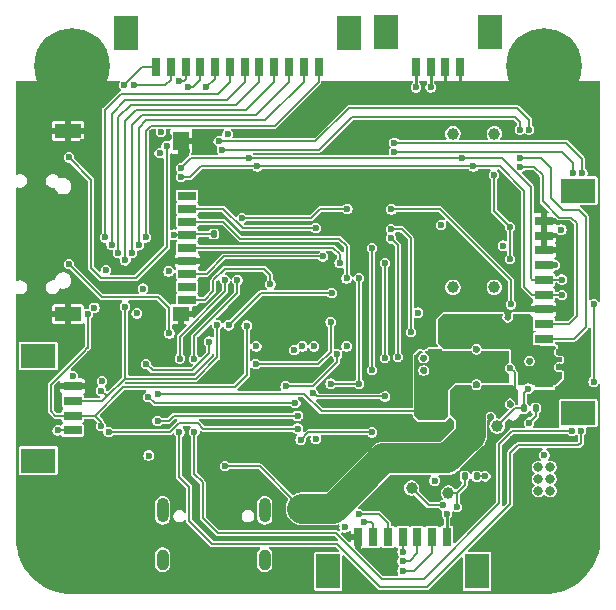
<source format=gbr>
%TF.GenerationSoftware,KiCad,Pcbnew,9.0.2*%
%TF.CreationDate,2025-07-11T20:28:03+01:00*%
%TF.ProjectId,MCU_AURA,4d43555f-4155-4524-912e-6b696361645f,rev?*%
%TF.SameCoordinates,Original*%
%TF.FileFunction,Copper,L4,Bot*%
%TF.FilePolarity,Positive*%
%FSLAX46Y46*%
G04 Gerber Fmt 4.6, Leading zero omitted, Abs format (unit mm)*
G04 Created by KiCad (PCBNEW 9.0.2) date 2025-07-11 20:28:03*
%MOMM*%
%LPD*%
G01*
G04 APERTURE LIST*
G04 Aperture macros list*
%AMRoundRect*
0 Rectangle with rounded corners*
0 $1 Rounding radius*
0 $2 $3 $4 $5 $6 $7 $8 $9 X,Y pos of 4 corners*
0 Add a 4 corners polygon primitive as box body*
4,1,4,$2,$3,$4,$5,$6,$7,$8,$9,$2,$3,0*
0 Add four circle primitives for the rounded corners*
1,1,$1+$1,$2,$3*
1,1,$1+$1,$4,$5*
1,1,$1+$1,$6,$7*
1,1,$1+$1,$8,$9*
0 Add four rect primitives between the rounded corners*
20,1,$1+$1,$2,$3,$4,$5,0*
20,1,$1+$1,$4,$5,$6,$7,0*
20,1,$1+$1,$6,$7,$8,$9,0*
20,1,$1+$1,$8,$9,$2,$3,0*%
%AMFreePoly0*
4,1,23,0.500000,-0.750000,0.000000,-0.750000,0.000000,-0.745722,-0.065263,-0.745722,-0.191342,-0.711940,-0.304381,-0.646677,-0.396677,-0.554381,-0.461940,-0.441342,-0.495722,-0.315263,-0.495722,-0.250000,-0.500000,-0.250000,-0.500000,0.250000,-0.495722,0.250000,-0.495722,0.315263,-0.461940,0.441342,-0.396677,0.554381,-0.304381,0.646677,-0.191342,0.711940,-0.065263,0.745722,0.000000,0.745722,
0.000000,0.750000,0.500000,0.750000,0.500000,-0.750000,0.500000,-0.750000,$1*%
%AMFreePoly1*
4,1,23,0.000000,0.745722,0.065263,0.745722,0.191342,0.711940,0.304381,0.646677,0.396677,0.554381,0.461940,0.441342,0.495722,0.315263,0.495722,0.250000,0.500000,0.250000,0.500000,-0.250000,0.495722,-0.250000,0.495722,-0.315263,0.461940,-0.441342,0.396677,-0.554381,0.304381,-0.646677,0.191342,-0.711940,0.065263,-0.745722,0.000000,-0.745722,0.000000,-0.750000,-0.500000,-0.750000,
-0.500000,0.750000,0.000000,0.750000,0.000000,0.745722,0.000000,0.745722,$1*%
G04 Aperture macros list end*
%TA.AperFunction,SMDPad,CuDef*%
%ADD10C,1.000000*%
%TD*%
%TA.AperFunction,ComponentPad*%
%ADD11C,0.800000*%
%TD*%
%TA.AperFunction,ComponentPad*%
%ADD12C,6.400000*%
%TD*%
%TA.AperFunction,HeatsinkPad*%
%ADD13C,0.600000*%
%TD*%
%TA.AperFunction,HeatsinkPad*%
%ADD14O,1.000000X2.100000*%
%TD*%
%TA.AperFunction,HeatsinkPad*%
%ADD15O,1.000000X1.800000*%
%TD*%
%TA.AperFunction,SMDPad,CuDef*%
%ADD16FreePoly0,270.000000*%
%TD*%
%TA.AperFunction,SMDPad,CuDef*%
%ADD17FreePoly1,270.000000*%
%TD*%
%TA.AperFunction,SMDPad,CuDef*%
%ADD18R,0.800000X1.600000*%
%TD*%
%TA.AperFunction,SMDPad,CuDef*%
%ADD19R,2.100000X3.000000*%
%TD*%
%TA.AperFunction,SMDPad,CuDef*%
%ADD20R,1.600000X0.700000*%
%TD*%
%TA.AperFunction,SMDPad,CuDef*%
%ADD21R,1.400000X1.200000*%
%TD*%
%TA.AperFunction,SMDPad,CuDef*%
%ADD22R,1.400000X1.600000*%
%TD*%
%TA.AperFunction,SMDPad,CuDef*%
%ADD23R,2.200000X1.200000*%
%TD*%
%TA.AperFunction,SMDPad,CuDef*%
%ADD24RoundRect,0.135000X-0.135000X-0.185000X0.135000X-0.185000X0.135000X0.185000X-0.135000X0.185000X0*%
%TD*%
%TA.AperFunction,SMDPad,CuDef*%
%ADD25RoundRect,0.140000X-0.140000X-0.170000X0.140000X-0.170000X0.140000X0.170000X-0.140000X0.170000X0*%
%TD*%
%TA.AperFunction,SMDPad,CuDef*%
%ADD26R,1.600000X0.800000*%
%TD*%
%TA.AperFunction,SMDPad,CuDef*%
%ADD27R,3.000000X2.100000*%
%TD*%
%TA.AperFunction,SMDPad,CuDef*%
%ADD28FreePoly0,90.000000*%
%TD*%
%TA.AperFunction,SMDPad,CuDef*%
%ADD29FreePoly1,90.000000*%
%TD*%
%TA.AperFunction,ViaPad*%
%ADD30C,0.600000*%
%TD*%
%TA.AperFunction,ViaPad*%
%ADD31C,0.800000*%
%TD*%
%TA.AperFunction,Conductor*%
%ADD32C,0.200000*%
%TD*%
%TA.AperFunction,Conductor*%
%ADD33C,2.500000*%
%TD*%
%TA.AperFunction,Conductor*%
%ADD34C,0.250000*%
%TD*%
%TA.AperFunction,Conductor*%
%ADD35C,0.500000*%
%TD*%
G04 APERTURE END LIST*
D10*
%TO.P,TP103,1,1*%
%TO.N,/100_Power/FB_3V3*%
X133750000Y-90750000D03*
%TD*%
D11*
%TO.P,H3,1,1*%
%TO.N,GND*%
X102600000Y-55000000D03*
X103302944Y-53302944D03*
X103302944Y-56697056D03*
X105000000Y-52600000D03*
D12*
X105000000Y-55000000D03*
D11*
X105000000Y-57400000D03*
X106697056Y-53302944D03*
X106697056Y-56697056D03*
X107400000Y-55000000D03*
%TD*%
%TO.P,H4,1,1*%
%TO.N,GND*%
X142600000Y-55000000D03*
X143302944Y-53302944D03*
X143302944Y-56697056D03*
X145000000Y-52600000D03*
D12*
X145000000Y-55000000D03*
D11*
X145000000Y-57400000D03*
X146697056Y-53302944D03*
X146697056Y-56697056D03*
X147400000Y-55000000D03*
%TD*%
%TO.P,H1,1,1*%
%TO.N,GND*%
X102600000Y-95000000D03*
X103302944Y-93302944D03*
X103302944Y-96697056D03*
X105000000Y-92600000D03*
D12*
X105000000Y-95000000D03*
D11*
X105000000Y-97400000D03*
X106697056Y-93302944D03*
X106697056Y-96697056D03*
X107400000Y-95000000D03*
%TD*%
D13*
%TO.P,U200,41,GND*%
%TO.N,GND*%
X122100000Y-64760000D03*
X122100000Y-66160000D03*
X122800000Y-64060000D03*
X122800000Y-65460000D03*
X122800000Y-66860000D03*
X123500000Y-64760000D03*
X123500000Y-66160000D03*
X124200000Y-64060000D03*
X124200000Y-65460000D03*
X124200000Y-66860000D03*
X124900000Y-64760000D03*
X124900000Y-66160000D03*
%TD*%
D14*
%TO.P,J100,S1*%
%TO.N,N/C*%
X112680000Y-92645000D03*
%TO.P,J100,S2*%
X121320000Y-92645000D03*
D15*
%TO.P,J100,S3*%
X112680000Y-96825000D03*
%TO.P,J100,S4*%
X121320000Y-96825000D03*
%TD*%
D11*
%TO.P,H2,1,1*%
%TO.N,GND*%
X142600000Y-95000000D03*
X143302944Y-93302944D03*
X143302944Y-96697056D03*
X145000000Y-92600000D03*
D12*
X145000000Y-95000000D03*
D11*
X145000000Y-97400000D03*
X146697056Y-93302944D03*
X146697056Y-96697056D03*
X147400000Y-95000000D03*
%TD*%
D10*
%TO.P,TP301,1,1*%
%TO.N,/300_Digital_Peripherals/SCL_1V8*%
X140750000Y-60750000D03*
%TD*%
D16*
%TO.P,JP101,1,A*%
%TO.N,+5V*%
X141250000Y-78350000D03*
D17*
%TO.P,JP101,2,B*%
%TO.N,+5V_FILT*%
X141250000Y-79650000D03*
%TD*%
D18*
%TO.P,J408,1,1*%
%TO.N,+3V3*%
X134125000Y-55066000D03*
%TO.P,J408,2,2*%
%TO.N,RC_RX*%
X135375000Y-55066000D03*
%TO.P,J408,3,3*%
%TO.N,GND*%
X136625000Y-55066000D03*
%TO.P,J408,4,4*%
X137875000Y-55066000D03*
D19*
%TO.P,J408,5*%
%TO.N,N/C*%
X140425000Y-52166000D03*
%TO.P,J408,6*%
X131575000Y-52166000D03*
%TD*%
D18*
%TO.P,J406,1,1*%
%TO.N,SERVO_1*%
X112125000Y-55142000D03*
%TO.P,J406,2,2*%
%TO.N,SERVO_2*%
X113375000Y-55142000D03*
%TO.P,J406,3,3*%
%TO.N,SERVO_3*%
X114625000Y-55142000D03*
%TO.P,J406,4,4*%
%TO.N,SERVO_4*%
X115875000Y-55142000D03*
%TO.P,J406,5,5*%
%TO.N,SERVO_5*%
X117125000Y-55142000D03*
%TO.P,J406,6,6*%
%TO.N,SERVO_6*%
X118375000Y-55142000D03*
%TO.P,J406,7,7*%
%TO.N,SERVO_7*%
X119625000Y-55142000D03*
%TO.P,J406,8,8*%
%TO.N,SERVO_8*%
X120875000Y-55142000D03*
%TO.P,J406,9,9*%
%TO.N,SERVO_9*%
X122125000Y-55142000D03*
%TO.P,J406,10,10*%
%TO.N,SERVO_10*%
X123375000Y-55142000D03*
%TO.P,J406,11,11*%
%TO.N,SERVO_11*%
X124625000Y-55142000D03*
%TO.P,J406,12,12*%
%TO.N,SERVO_12*%
X125875000Y-55142000D03*
D19*
%TO.P,J406,13*%
%TO.N,N/C*%
X109575000Y-52242000D03*
%TO.P,J406,14*%
X128425000Y-52242000D03*
%TD*%
D10*
%TO.P,TP102,1,1*%
%TO.N,/100_Power/STAT_5V_SW*%
X141000000Y-85500000D03*
%TD*%
D20*
%TO.P,J1,1,DAT2*%
%TO.N,unconnected-(J1-DAT2-Pad1)*%
X114750000Y-66000000D03*
%TO.P,J1,2,CD/DAT3*%
%TO.N,SD_CS*%
X114750000Y-67100000D03*
%TO.P,J1,3,CMD*%
%TO.N,MOSI*%
X114750000Y-68200000D03*
%TO.P,J1,4,VDD*%
%TO.N,+3V3*%
X114750000Y-69300000D03*
%TO.P,J1,5,CLK*%
%TO.N,SCK*%
X114750000Y-70400000D03*
%TO.P,J1,6,VSS*%
%TO.N,GND*%
X114750000Y-71500000D03*
%TO.P,J1,7,DAT0*%
%TO.N,MISO*%
X114750000Y-72600000D03*
%TO.P,J1,8,DAT1*%
%TO.N,unconnected-(J1-DAT1-Pad8)*%
X114750000Y-73700000D03*
%TO.P,J1,CD1,CARD_DETEC*%
%TO.N,CARD_DETECT*%
X114750000Y-74800000D03*
D21*
%TO.P,J1,G1,GND_1*%
%TO.N,GND*%
X114250000Y-76000000D03*
D22*
%TO.P,J1,G2,GND_2*%
X114250000Y-61400000D03*
D23*
%TO.P,J1,G3,GND_3*%
X104650000Y-76000000D03*
%TO.P,J1,G4,GND_4*%
X104650000Y-60500000D03*
%TD*%
D24*
%TO.P,R109,1*%
%TO.N,/100_Power/PG_3V3*%
X138240000Y-89750000D03*
%TO.P,R109,2*%
%TO.N,+3V3*%
X139260000Y-89750000D03*
%TD*%
D25*
%TO.P,C306,1*%
%TO.N,+3V3*%
X117020000Y-69250000D03*
%TO.P,C306,2*%
%TO.N,GND*%
X117980000Y-69250000D03*
%TD*%
D26*
%TO.P,J403,1,1*%
%TO.N,GND*%
X144950000Y-68125000D03*
%TO.P,J403,2,2*%
X144950000Y-69375000D03*
%TO.P,J403,3,3*%
X144950000Y-70625000D03*
%TO.P,J403,4,4*%
%TO.N,+3V3*%
X144950000Y-71875000D03*
%TO.P,J403,5,5*%
%TO.N,SDA*%
X144950000Y-73125000D03*
%TO.P,J403,6,6*%
%TO.N,SCL*%
X144950000Y-74375000D03*
%TO.P,J403,7,7*%
%TO.N,GND*%
X144950000Y-75625000D03*
%TO.P,J403,8,8*%
%TO.N,MSFT_1*%
X144950000Y-76875000D03*
%TO.P,J403,9,9*%
%TO.N,MSFT_2*%
X144950000Y-78125000D03*
%TO.P,J403,10,10*%
%TO.N,+5V*%
X144950000Y-79375000D03*
%TO.P,J403,11,11*%
X144950000Y-80625000D03*
%TO.P,J403,12,12*%
X144950000Y-81875000D03*
D27*
%TO.P,J403,13*%
%TO.N,N/C*%
X147850000Y-65575000D03*
%TO.P,J403,14*%
X147850000Y-84425000D03*
%TD*%
D26*
%TO.P,J401,1,1*%
%TO.N,+3V3*%
X105066000Y-85875000D03*
%TO.P,J401,2,2*%
%TO.N,SCL*%
X105066000Y-84625000D03*
%TO.P,J401,3,3*%
%TO.N,SDA*%
X105066000Y-83375000D03*
%TO.P,J401,4,4*%
%TO.N,GND*%
X105066000Y-82125000D03*
D27*
%TO.P,J401,5*%
%TO.N,N/C*%
X102166000Y-79575000D03*
%TO.P,J401,6*%
X102166000Y-88425000D03*
%TD*%
D10*
%TO.P,TP105,1,1*%
%TO.N,/100_Power/PG_3V3*%
X136880000Y-91170000D03*
%TD*%
D18*
%TO.P,J404,1,1*%
%TO.N,+3V3*%
X136750000Y-94900000D03*
%TO.P,J404,2,2*%
%TO.N,MOSI*%
X135500000Y-94900000D03*
%TO.P,J404,3,3*%
%TO.N,MISO*%
X134250000Y-94900000D03*
%TO.P,J404,4,4*%
%TO.N,SCK*%
X133000000Y-94900000D03*
%TO.P,J404,5,5*%
%TO.N,RF_CS*%
X131750000Y-94900000D03*
%TO.P,J404,6,6*%
%TO.N,RF_RST*%
X130500000Y-94900000D03*
%TO.P,J404,7,7*%
%TO.N,GND*%
X129250000Y-94900000D03*
D19*
%TO.P,J404,8*%
%TO.N,N/C*%
X139300000Y-97800000D03*
%TO.P,J404,9*%
X126700000Y-97800000D03*
%TD*%
D28*
%TO.P,JP100,1,A*%
%TO.N,+VUSB*%
X141250000Y-82650000D03*
D29*
%TO.P,JP100,2,B*%
%TO.N,+5V_FILT*%
X141250000Y-81350000D03*
%TD*%
D24*
%TO.P,R105,1*%
%TO.N,/100_Power/STAT_5V_SW*%
X143240000Y-84000000D03*
%TO.P,R105,2*%
%TO.N,+3V3*%
X144260000Y-84000000D03*
%TD*%
D10*
%TO.P,TP302,1,1*%
%TO.N,/300_Digital_Peripherals/ICM_INT_1V8*%
X137250000Y-73750000D03*
%TD*%
%TO.P,TP300,1,1*%
%TO.N,/300_Digital_Peripherals/SDA_1V8*%
X137250000Y-60750000D03*
%TD*%
%TO.P,TP106,1,1*%
%TO.N,+1V8*%
X140750000Y-73750000D03*
%TD*%
D30*
%TO.N,GND*%
X120500000Y-88200000D03*
%TO.N,/200_ESP32/CAN_RX*%
X123900000Y-83550000D03*
%TO.N,SDA*%
X109500000Y-75400000D03*
%TO.N,GND*%
X134700000Y-90100000D03*
X124630000Y-84070000D03*
X124630002Y-85170000D03*
X123651458Y-86433997D03*
X120500000Y-82000000D03*
%TO.N,SERVO_2*%
X110261091Y-56661091D03*
%TO.N,GND*%
X127000000Y-58000000D03*
X129768523Y-92389347D03*
X137830000Y-56810000D03*
X132000000Y-58000000D03*
X115900000Y-78210000D03*
X119310000Y-88190000D03*
X129000000Y-62000000D03*
X101150000Y-75140000D03*
X129000000Y-60000000D03*
X134780000Y-80800000D03*
X114724999Y-86414581D03*
X128000000Y-66000000D03*
X118500000Y-78000000D03*
X102000000Y-83000000D03*
X121240000Y-64071665D03*
X142760000Y-73100000D03*
X127000000Y-59000000D03*
X108746562Y-71555487D03*
X127000000Y-57000000D03*
X143740000Y-80010000D03*
X132000000Y-60000000D03*
X104750000Y-69290000D03*
X114734999Y-80240000D03*
X129848000Y-85480000D03*
X136600000Y-56820000D03*
X128000000Y-58000000D03*
X102500000Y-90000000D03*
X105700000Y-77200000D03*
X140450000Y-84725403D03*
X102500000Y-60000000D03*
X142349672Y-86618146D03*
X142600000Y-65640000D03*
X107760000Y-71480000D03*
X123700000Y-76675000D03*
X134780000Y-76750000D03*
X128000000Y-62000000D03*
X113800000Y-91210000D03*
X130948000Y-82450000D03*
X129000000Y-58000000D03*
X132000000Y-57000000D03*
X141350000Y-65000000D03*
X127700000Y-72459402D03*
X124000000Y-73000000D03*
X104041145Y-71555000D03*
X139250000Y-79000000D03*
X109500000Y-84750000D03*
X105790000Y-74550000D03*
X126890000Y-89150000D03*
X126000000Y-59000000D03*
X111755489Y-84496793D03*
X139250000Y-82000000D03*
X138349334Y-92338338D03*
X113190000Y-61010000D03*
X139800000Y-72490000D03*
X113070000Y-91200000D03*
X132000000Y-68000000D03*
X111400000Y-73230000D03*
X127971989Y-64754571D03*
X112418696Y-61358530D03*
X129848000Y-81377547D03*
X123730000Y-78117903D03*
X142100000Y-85290000D03*
X136100000Y-93500000D03*
X119000000Y-67000000D03*
X126000000Y-65000000D03*
X134770000Y-78750000D03*
X102500000Y-75000000D03*
X130948000Y-71160000D03*
X120200000Y-91210000D03*
X125000000Y-72000000D03*
X129803860Y-96122881D03*
X142760000Y-74400000D03*
X141900000Y-76290000D03*
X139991350Y-64400001D03*
X131000000Y-58000000D03*
X128200611Y-79498374D03*
X125000000Y-59000000D03*
X114750000Y-78250000D03*
X132049000Y-80250000D03*
X106540000Y-79430000D03*
X128000000Y-61000000D03*
X104750000Y-63800000D03*
X134780000Y-79750000D03*
X129800000Y-72430000D03*
X111800000Y-60731409D03*
X146250000Y-79250000D03*
X105000000Y-90000000D03*
X118000000Y-66000000D03*
X123000000Y-73000000D03*
X107900000Y-75480000D03*
X141540000Y-66040000D03*
X131000000Y-57000000D03*
X138400000Y-70160000D03*
X126779404Y-71700003D03*
X126900000Y-86579999D03*
X129848000Y-70990000D03*
X134780000Y-77720000D03*
X130000000Y-58000000D03*
X105736091Y-73563909D03*
X130000000Y-60000000D03*
X127000000Y-73000000D03*
X130000000Y-62000000D03*
X105940000Y-61470000D03*
X141490000Y-69270000D03*
X146250000Y-80500000D03*
X116060000Y-88920000D03*
X126000000Y-66000000D03*
X101150000Y-66150000D03*
X111800000Y-61865360D03*
X139040000Y-75500000D03*
X117710000Y-64720000D03*
X126260000Y-82380000D03*
X131000000Y-60000000D03*
X114700000Y-88200000D03*
X129000000Y-57000000D03*
X119000000Y-66000000D03*
X112980000Y-84360000D03*
X143500000Y-86475002D03*
X131000000Y-61000000D03*
X130000000Y-61000000D03*
X105830000Y-80200000D03*
X126000000Y-58000000D03*
X136480000Y-70260000D03*
X133150000Y-80169903D03*
X129000000Y-61000000D03*
X120008909Y-74008909D03*
X122000000Y-72000000D03*
X135750000Y-85500000D03*
X123000000Y-72000000D03*
X110020571Y-72025000D03*
X142760000Y-71800000D03*
X104900000Y-66100000D03*
X125000000Y-73000000D03*
X104600000Y-77700000D03*
X142101091Y-83621091D03*
X127000000Y-69000000D03*
X120880000Y-91210000D03*
X130000000Y-57000000D03*
X124000000Y-72000000D03*
X112430364Y-72433427D03*
X130948000Y-80240369D03*
X139000000Y-59870000D03*
X139250000Y-71460000D03*
X117980000Y-69850000D03*
X109500000Y-83250000D03*
X114740000Y-62240000D03*
X113500000Y-88210000D03*
X128000000Y-57000000D03*
X131000000Y-62000000D03*
X102000000Y-85000000D03*
%TO.N,SERVO_6*%
X107785000Y-69520000D03*
%TO.N,SERVO_4*%
X114811091Y-56836091D03*
%TO.N,SERVO_12*%
X111250000Y-69520000D03*
%TO.N,SERVO_1*%
X109428591Y-56653591D03*
D31*
%TO.N,+5V*%
X137750000Y-78000000D03*
X139750000Y-77000000D03*
X137750000Y-77000000D03*
X139750000Y-78000000D03*
X138750000Y-78000000D03*
X138750000Y-77000000D03*
%TO.N,+VUSB*%
X126000000Y-92000000D03*
X124000000Y-93000000D03*
D30*
X128250000Y-90500000D03*
D31*
X137750000Y-83000000D03*
X137750000Y-84000000D03*
X125000000Y-93000000D03*
X138750000Y-84000000D03*
X138750000Y-83000000D03*
X139750000Y-84000000D03*
X125000000Y-92000000D03*
X139750000Y-83000000D03*
X126000000Y-93000000D03*
X124000000Y-92000000D03*
D30*
X142100895Y-80601287D03*
X117950000Y-88900000D03*
D31*
%TO.N,+5V_FILT*%
X135000000Y-83250000D03*
X136000000Y-82250000D03*
X136000000Y-84250000D03*
X136000000Y-83250000D03*
D30*
X112310000Y-82760000D03*
D31*
X135000000Y-84250000D03*
X135000000Y-82250000D03*
%TO.N,+3V3*%
X145500000Y-89000000D03*
D30*
X113180000Y-72410000D03*
X103800000Y-85880000D03*
X107870000Y-72280000D03*
X125500000Y-78760000D03*
X110490000Y-75970000D03*
X111000000Y-73870000D03*
X106900000Y-75480000D03*
X105070000Y-81260000D03*
X146430000Y-68870000D03*
X145000000Y-87990000D03*
X135700000Y-90125000D03*
X128090000Y-94090000D03*
X124500000Y-78750000D03*
X112549375Y-60620000D03*
D31*
X144500000Y-89000000D03*
D30*
X136260000Y-68470000D03*
X143690000Y-85230000D03*
X113625502Y-69300000D03*
X112438000Y-62402000D03*
X134125000Y-56834998D03*
X128250000Y-78750000D03*
D31*
X145500000Y-91000000D03*
D30*
X111500000Y-88000000D03*
X107550000Y-81700003D03*
X118180000Y-60800000D03*
D31*
X144500000Y-91000000D03*
D30*
X134290000Y-75910000D03*
X123830000Y-79080000D03*
X141510000Y-70230000D03*
X145899998Y-71875000D03*
X120600000Y-78750000D03*
D31*
X145500000Y-90000000D03*
D30*
X136750000Y-92950000D03*
X139990000Y-89750000D03*
X125635000Y-86585000D03*
D31*
X144500000Y-90000000D03*
D30*
%TO.N,+1V8*%
X142090000Y-71370000D03*
X142090000Y-68640000D03*
X140730000Y-64270000D03*
X140750000Y-73750000D03*
%TO.N,/200_ESP32/EN*%
X113025000Y-61800000D03*
X104750000Y-62750000D03*
%TO.N,/200_ESP32/RST*%
X113250000Y-77650000D03*
X104750000Y-71800000D03*
X118270000Y-76970000D03*
X126990000Y-74250000D03*
%TO.N,SERVO_5*%
X116375000Y-56839998D03*
%TO.N,SERVO_7*%
X108360000Y-70170000D03*
%TO.N,LED*%
X116635834Y-78355094D03*
X111280000Y-80240000D03*
X126910000Y-76690000D03*
X120550000Y-80260000D03*
%TO.N,CARD_DETECT*%
X121800000Y-73500000D03*
%TO.N,MOSI*%
X129290000Y-81920000D03*
X133000000Y-97750000D03*
X128250000Y-73000000D03*
X126910000Y-81920000D03*
X129290000Y-72980000D03*
%TO.N,SCK*%
X131499000Y-83000000D03*
X125415675Y-82688101D03*
X127670000Y-71710000D03*
X133000000Y-96170000D03*
X131502956Y-79735862D03*
X131500000Y-71710000D03*
%TO.N,MISO*%
X130398000Y-86030000D03*
X126260000Y-71150003D03*
X124365000Y-86665000D03*
X130397863Y-80750127D03*
X133000000Y-96920000D03*
X130400000Y-70440000D03*
%TO.N,SD_CS*%
X125630000Y-68750000D03*
%TO.N,/200_ESP32/CAN_STB*%
X108100000Y-86000000D03*
X124110000Y-85720000D03*
%TO.N,SERVO_10*%
X110090000Y-70830000D03*
%TO.N,EXT_RST*%
X132010000Y-68849997D03*
X133703005Y-77538317D03*
%TO.N,EXT_CS*%
X132600000Y-79660000D03*
X132010000Y-69600000D03*
%TO.N,SCL*%
X120695000Y-63510000D03*
X107450000Y-85500000D03*
X146500000Y-74400000D03*
X114229008Y-64413720D03*
X119800000Y-77000000D03*
X138990000Y-63510000D03*
%TO.N,SDA*%
X119960000Y-62820000D03*
X138060000Y-62820000D03*
X146490000Y-73100000D03*
X114233056Y-63663728D03*
X107460000Y-82500000D03*
X117300000Y-76960000D03*
%TO.N,EXT_RX*%
X147447183Y-64075001D03*
X132300000Y-62270000D03*
%TO.N,EXT_TX*%
X148225000Y-64075000D03*
X132300000Y-61519997D03*
%TO.N,GPS_INT*%
X132040000Y-67150000D03*
X119410000Y-67900000D03*
X142170000Y-75200000D03*
X128320000Y-67110000D03*
X149170000Y-75199998D03*
X149170000Y-81750000D03*
%TO.N,GPS_RX*%
X117950000Y-73150000D03*
X148110000Y-85925002D03*
X114135710Y-79789049D03*
X114100000Y-86000000D03*
%TO.N,GPS_TX*%
X115350000Y-86000000D03*
X147359997Y-85925002D03*
X119010000Y-73150000D03*
X115350945Y-79812081D03*
%TO.N,RF_RST*%
X129691192Y-93651593D03*
%TO.N,RF_CS*%
X129300000Y-92975000D03*
%TO.N,SERVO_11*%
X110670000Y-70190000D03*
%TO.N,SERVO_9*%
X109510000Y-71470000D03*
%TO.N,/300_Digital_Peripherals/SDA_1V8*%
X137250000Y-60750000D03*
%TO.N,/300_Digital_Peripherals/SCL_1V8*%
X140750000Y-60750000D03*
%TO.N,/300_Digital_Peripherals/ICM_INT_1V8*%
X137250000Y-73750000D03*
%TO.N,SERVO_3*%
X114050357Y-56300000D03*
%TO.N,SERVO_8*%
X108935000Y-70829542D03*
%TO.N,RC_RX*%
X135380000Y-56830000D03*
%TO.N,/100_Power/FB_3V3*%
X136400000Y-92200000D03*
%TO.N,MSFT_1*%
X142957778Y-63569960D03*
X143700003Y-60400000D03*
X117430000Y-61390000D03*
%TO.N,MSFT_2*%
X142950000Y-62820000D03*
X117690000Y-62120000D03*
X142950000Y-60400000D03*
%TO.N,/100_Power/STAT_5V_SW*%
X143630000Y-82340000D03*
%TO.N,/100_Power/PG_3V3*%
X137600000Y-92370000D03*
%TO.N,FLASH_CS*%
X123090000Y-82140000D03*
X127453263Y-79434290D03*
%TO.N,/200_ESP32/CAN_TX*%
X124100000Y-84620000D03*
X112248274Y-85062184D03*
%TO.N,/200_ESP32/CAN_RX*%
X111470391Y-83029260D03*
%TO.N,SCL*%
X106340000Y-76030000D03*
%TD*%
D32*
%TO.N,+5V_FILT*%
X126150000Y-84250000D02*
X135000000Y-84250000D01*
X112310000Y-82760000D02*
X124660000Y-82760000D01*
X124660000Y-82760000D02*
X126150000Y-84250000D01*
%TO.N,/200_ESP32/CAN_STB*%
X113300000Y-86000000D02*
X108100000Y-86000000D01*
X114050000Y-85250000D02*
X113300000Y-86000000D01*
X115650000Y-85250000D02*
X114050000Y-85250000D01*
X116120000Y-85720000D02*
X115650000Y-85250000D01*
X124110000Y-85720000D02*
X116120000Y-85720000D01*
%TO.N,GPS_RX*%
X148110000Y-86910000D02*
X148110000Y-85925002D01*
X147880000Y-87140000D02*
X148110000Y-86910000D01*
X142730000Y-87140000D02*
X147880000Y-87140000D01*
X142100000Y-87770000D02*
X142730000Y-87140000D01*
X142100000Y-92090000D02*
X142100000Y-87770000D01*
X127432000Y-95480000D02*
X131062000Y-99110000D01*
X135080000Y-99110000D02*
X142100000Y-92090000D01*
X116860000Y-95480000D02*
X127432000Y-95480000D01*
X114930000Y-90670000D02*
X114930000Y-93550000D01*
X114100000Y-89840000D02*
X114930000Y-90670000D01*
X114930000Y-93550000D02*
X116860000Y-95480000D01*
X114100000Y-86000000D02*
X114100000Y-89840000D01*
X131062000Y-99110000D02*
X135080000Y-99110000D01*
%TO.N,/200_ESP32/RST*%
X107550000Y-74600000D02*
X104750000Y-71800000D01*
X112300000Y-74600000D02*
X107550000Y-74600000D01*
X113250000Y-75550000D02*
X112300000Y-74600000D01*
X113250000Y-77650000D02*
X113250000Y-75550000D01*
%TO.N,SDA*%
X109500000Y-81450000D02*
X109460000Y-81490000D01*
X109500000Y-75400000D02*
X109500000Y-81450000D01*
%TO.N,/100_Power/FB_3V3*%
X135200000Y-92200000D02*
X136400000Y-92200000D01*
X133760000Y-90760000D02*
X135200000Y-92200000D01*
X133760000Y-90750000D02*
X133760000Y-90760000D01*
%TO.N,SCK*%
X125727574Y-83000000D02*
X131499000Y-83000000D01*
X125415675Y-82688101D02*
X125727574Y-83000000D01*
%TO.N,/200_ESP32/CAN_TX*%
X113187816Y-85062184D02*
X112248274Y-85062184D01*
X124100000Y-84620000D02*
X113630000Y-84620000D01*
X113630000Y-84620000D02*
X113187816Y-85062184D01*
%TO.N,MISO*%
X124365000Y-86665000D02*
X125000000Y-86030000D01*
X125000000Y-86030000D02*
X130398000Y-86030000D01*
%TO.N,SCL*%
X106340000Y-78860000D02*
X106340000Y-76030000D01*
X106321000Y-78879000D02*
X106340000Y-78860000D01*
X106311768Y-78879000D02*
X106321000Y-78879000D01*
X105989000Y-79201768D02*
X106311768Y-78879000D01*
X103200000Y-82000000D02*
X105989000Y-79211000D01*
X103200000Y-84230000D02*
X103200000Y-82000000D01*
X105989000Y-79211000D02*
X105989000Y-79201768D01*
X103595000Y-84625000D02*
X103200000Y-84230000D01*
X105066000Y-84625000D02*
X103595000Y-84625000D01*
D33*
%TO.N,+VUSB*%
X138750000Y-86250000D02*
X138750000Y-84000000D01*
X131369422Y-88250000D02*
X136750000Y-88250000D01*
X136750000Y-88250000D02*
X138750000Y-86250000D01*
X129619422Y-90000000D02*
X131369422Y-88250000D01*
D32*
%TO.N,SCK*%
X131502956Y-71712956D02*
X131500000Y-71710000D01*
X131502956Y-79735862D02*
X131502956Y-71712956D01*
%TO.N,FLASH_CS*%
X125370000Y-82140000D02*
X123090000Y-82140000D01*
X127450000Y-80060000D02*
X125370000Y-82140000D01*
X127450000Y-79437553D02*
X127450000Y-80060000D01*
X127453263Y-79434290D02*
X127450000Y-79437553D01*
%TO.N,SERVO_2*%
X112888909Y-56661091D02*
X113375000Y-56175000D01*
X110261091Y-56661091D02*
X112888909Y-56661091D01*
X113375000Y-56175000D02*
X113375000Y-55142000D01*
%TO.N,GND*%
X129250000Y-95950000D02*
X129250000Y-94900000D01*
D34*
X136625000Y-56695000D02*
X136625000Y-55066000D01*
X136600000Y-56720000D02*
X136625000Y-56695000D01*
D32*
X117980000Y-69850000D02*
X117980000Y-69250000D01*
D35*
X112900000Y-71500000D02*
X114750000Y-71500000D01*
D32*
X129803860Y-96122881D02*
X129900000Y-96026741D01*
X129900000Y-96122881D02*
X129422881Y-96122881D01*
D34*
X137830000Y-56740000D02*
X137875000Y-56695000D01*
D35*
X112430364Y-72433427D02*
X112430364Y-71969636D01*
D34*
X137875000Y-56695000D02*
X137875000Y-55066000D01*
X136600000Y-56820000D02*
X136600000Y-56720000D01*
D32*
X129900000Y-96026741D02*
X129900000Y-96122881D01*
X129422881Y-96122881D02*
X129250000Y-95950000D01*
D34*
X137830000Y-56810000D02*
X137830000Y-56740000D01*
D35*
X112430364Y-71969636D02*
X112900000Y-71500000D01*
D32*
%TO.N,SERVO_6*%
X118375000Y-55075400D02*
X118375000Y-56355000D01*
X109140000Y-57400000D02*
X107785000Y-58755000D01*
X117330000Y-57400000D02*
X109140000Y-57400000D01*
X107785000Y-58755000D02*
X107785000Y-69520000D01*
X118375000Y-56355000D02*
X117330000Y-57400000D01*
%TO.N,SERVO_4*%
X114811091Y-56836091D02*
X115213909Y-56836091D01*
X115875000Y-56175000D02*
X115875000Y-55142000D01*
X115213909Y-56836091D02*
X115875000Y-56175000D01*
%TO.N,SERVO_12*%
X125875000Y-56345000D02*
X125875000Y-55075400D01*
X111670000Y-60070000D02*
X122150000Y-60070000D01*
X111250000Y-60490000D02*
X111670000Y-60070000D01*
X122150000Y-60070000D02*
X125875000Y-56345000D01*
X111250000Y-69520000D02*
X111250000Y-60490000D01*
%TO.N,SERVO_1*%
X110940182Y-55142000D02*
X112125000Y-55142000D01*
X109428591Y-56653591D02*
X110940182Y-55142000D01*
%TO.N,+VUSB*%
X117950000Y-88900000D02*
X117950000Y-88930000D01*
D33*
X127119422Y-92500000D02*
X124500000Y-92500000D01*
D32*
X142480000Y-80970000D02*
X142480000Y-82450000D01*
X120900000Y-88900000D02*
X124000000Y-92000000D01*
X142111287Y-80601287D02*
X142480000Y-80970000D01*
X142100895Y-80601287D02*
X142111287Y-80601287D01*
D33*
X129619422Y-90000000D02*
X127119422Y-92500000D01*
D32*
X142480000Y-82450000D02*
X142280000Y-82650000D01*
X117950000Y-88900000D02*
X120900000Y-88900000D01*
X142280000Y-82650000D02*
X141250000Y-82650000D01*
%TO.N,+3V3*%
X114800000Y-69250000D02*
X114750000Y-69300000D01*
D34*
X134125000Y-55066000D02*
X134125000Y-56834998D01*
D32*
X145899998Y-71875000D02*
X144950000Y-71875000D01*
X143690000Y-85230000D02*
X143710000Y-85230000D01*
X103805000Y-85875000D02*
X103800000Y-85880000D01*
D34*
X136750000Y-94874600D02*
X136750000Y-92950000D01*
D32*
X144260000Y-84680000D02*
X144260000Y-84000000D01*
X139260000Y-89750000D02*
X139990000Y-89750000D01*
X143710000Y-85230000D02*
X144260000Y-84680000D01*
X114750000Y-69300000D02*
X113625502Y-69300000D01*
X105066000Y-85875000D02*
X103805000Y-85875000D01*
X117020000Y-69250000D02*
X114800000Y-69250000D01*
%TO.N,+1V8*%
X142090000Y-71370000D02*
X142090000Y-68640000D01*
X140730000Y-67280000D02*
X140730000Y-64270000D01*
X142090000Y-68640000D02*
X140730000Y-67280000D01*
%TO.N,/200_ESP32/EN*%
X106650000Y-72150000D02*
X107500000Y-73000000D01*
X107500000Y-73000000D02*
X110400000Y-73000000D01*
X113025000Y-70375000D02*
X113025000Y-61800000D01*
X110400000Y-73000000D02*
X113025000Y-70375000D01*
X104750000Y-62750000D02*
X106650000Y-64650000D01*
X106650000Y-64650000D02*
X106650000Y-72150000D01*
%TO.N,/200_ESP32/RST*%
X120990000Y-74250000D02*
X118270000Y-76970000D01*
X126990000Y-74250000D02*
X120990000Y-74250000D01*
%TO.N,SERVO_5*%
X116385002Y-56839998D02*
X117125000Y-56100000D01*
X117125000Y-56100000D02*
X117125000Y-55142000D01*
X116375000Y-56839998D02*
X116385002Y-56839998D01*
%TO.N,SERVO_7*%
X108360000Y-59050000D02*
X108360000Y-70170000D01*
X109520000Y-57890000D02*
X108360000Y-59050000D01*
X119625000Y-56355000D02*
X118090000Y-57890000D01*
X119625000Y-55075400D02*
X119625000Y-56355000D01*
X118090000Y-57890000D02*
X109520000Y-57890000D01*
%TO.N,LED*%
X115152258Y-80790000D02*
X116635834Y-79306424D01*
X111280000Y-80240000D02*
X111830000Y-80790000D01*
X126910000Y-79198321D02*
X125848321Y-80260000D01*
X111830000Y-80790000D02*
X115152258Y-80790000D01*
X125848321Y-80260000D02*
X120550000Y-80260000D01*
X126910000Y-76690000D02*
X126910000Y-79198321D01*
X116635834Y-79306424D02*
X116635834Y-78355094D01*
%TO.N,CARD_DETECT*%
X121260000Y-72200000D02*
X121800000Y-72740000D01*
X117940000Y-72200000D02*
X121260000Y-72200000D01*
X114750000Y-74800000D02*
X116230000Y-74800000D01*
X116960000Y-73180000D02*
X117940000Y-72200000D01*
X116960000Y-74070000D02*
X116960000Y-73180000D01*
X116230000Y-74800000D02*
X116960000Y-74070000D01*
X121800000Y-72740000D02*
X121800000Y-73500000D01*
%TO.N,MOSI*%
X135500000Y-96250000D02*
X135500000Y-94900000D01*
X119249997Y-69649997D02*
X117800000Y-68200000D01*
X129290000Y-78248001D02*
X129290000Y-72980000D01*
X128250000Y-70250000D02*
X127649997Y-69649997D01*
X127649997Y-69649997D02*
X119249997Y-69649997D01*
X129285626Y-81915626D02*
X129285626Y-78252375D01*
X133000000Y-97750000D02*
X134000000Y-97750000D01*
X126910000Y-81920000D02*
X129290000Y-81920000D01*
X134000000Y-97750000D02*
X135500000Y-96250000D01*
X129285626Y-78252375D02*
X129290000Y-78248001D01*
X117800000Y-68200000D02*
X114750000Y-68200000D01*
X128250000Y-73000000D02*
X128250000Y-70250000D01*
X129290000Y-81920000D02*
X129285626Y-81915626D01*
%TO.N,SCK*%
X133000000Y-94900000D02*
X133000000Y-96170000D01*
X127670000Y-70940000D02*
X127130000Y-70400000D01*
X127670000Y-71710000D02*
X127670000Y-70940000D01*
X127130000Y-70400000D02*
X114750000Y-70400000D01*
%TO.N,MISO*%
X133600000Y-96920000D02*
X134250000Y-96270000D01*
X126260000Y-71150003D02*
X117849997Y-71150003D01*
X117849997Y-71150003D02*
X116400000Y-72600000D01*
X130397863Y-80750127D02*
X130398000Y-80749990D01*
X130398000Y-70442000D02*
X130400000Y-70440000D01*
X116400000Y-72600000D02*
X114750000Y-72600000D01*
X133000000Y-96920000D02*
X133600000Y-96920000D01*
X134250000Y-96270000D02*
X134250000Y-94900000D01*
X130398000Y-80749990D02*
X130398000Y-70442000D01*
%TO.N,SD_CS*%
X125630000Y-68750000D02*
X119450000Y-68750000D01*
X117800000Y-67100000D02*
X114750000Y-67100000D01*
X119450000Y-68750000D02*
X117800000Y-67100000D01*
%TO.N,SERVO_10*%
X110090000Y-60000000D02*
X110090000Y-70830000D01*
X123375000Y-56345000D02*
X120570000Y-59150000D01*
X123375000Y-55075400D02*
X123375000Y-56345000D01*
X110940000Y-59150000D02*
X110090000Y-60000000D01*
X120570000Y-59150000D02*
X110940000Y-59150000D01*
%TO.N,EXT_RST*%
X133700000Y-69600000D02*
X132949997Y-68849997D01*
X133700000Y-77535312D02*
X133700000Y-69600000D01*
X133703005Y-77538317D02*
X133700000Y-77535312D01*
X132949997Y-68849997D02*
X132010000Y-68849997D01*
%TO.N,EXT_CS*%
X132600000Y-79660000D02*
X132600000Y-70190000D01*
X132600000Y-70190000D02*
X132010000Y-69600000D01*
%TO.N,SCL*%
X115900000Y-63510000D02*
X114996280Y-64413720D01*
X143310000Y-65570000D02*
X143310000Y-73720000D01*
X145174600Y-74375000D02*
X145199600Y-74400000D01*
X120695000Y-63510000D02*
X115900000Y-63510000D01*
X114996280Y-64413720D02*
X114229008Y-64413720D01*
X141250000Y-63510000D02*
X143310000Y-65570000D01*
X107450000Y-85130000D02*
X107450000Y-85500000D01*
X106945000Y-84625000D02*
X107450000Y-85130000D01*
X106945000Y-84625000D02*
X105066000Y-84625000D01*
X138990000Y-63510000D02*
X141250000Y-63510000D01*
X143965000Y-74375000D02*
X145174600Y-74375000D01*
X145199600Y-74400000D02*
X146500000Y-74400000D01*
X120695000Y-63510000D02*
X138990000Y-63510000D01*
X143310000Y-73720000D02*
X143965000Y-74375000D01*
%TO.N,SDA*%
X114233056Y-63656944D02*
X115070000Y-62820000D01*
X137960000Y-62820000D02*
X138060000Y-62820000D01*
X143860000Y-73010000D02*
X143975000Y-73125000D01*
X117300000Y-76960000D02*
X117290000Y-76970000D01*
X138653182Y-62817909D02*
X141427909Y-62817909D01*
X117300000Y-79670000D02*
X117300000Y-76960000D01*
X107950000Y-82990000D02*
X107950000Y-83000000D01*
X143860000Y-65250000D02*
X143860000Y-73010000D01*
X145174600Y-73125000D02*
X145199600Y-73100000D01*
X115480000Y-81490000D02*
X117300000Y-79670000D01*
X119960000Y-62820000D02*
X137960000Y-62820000D01*
X115070000Y-62820000D02*
X119960000Y-62820000D01*
X107950000Y-83000000D02*
X109460000Y-81490000D01*
X141427909Y-62817909D02*
X143860000Y-65250000D01*
X138060000Y-62820000D02*
X138651091Y-62820000D01*
X109460000Y-81490000D02*
X115480000Y-81490000D01*
X107460000Y-82500000D02*
X107950000Y-82990000D01*
X143975000Y-73125000D02*
X145174600Y-73125000D01*
X145199600Y-73100000D02*
X146490000Y-73100000D01*
X107575000Y-83375000D02*
X107950000Y-83000000D01*
X114233056Y-63663728D02*
X114233056Y-63656944D01*
X138651091Y-62820000D02*
X138653182Y-62817909D01*
X105066000Y-83375000D02*
X107575000Y-83375000D01*
%TO.N,EXT_RX*%
X146495000Y-62270000D02*
X147447183Y-63222183D01*
X147447183Y-63222183D02*
X147447183Y-64075001D01*
X132300000Y-62270000D02*
X146495000Y-62270000D01*
%TO.N,EXT_TX*%
X132300000Y-61519997D02*
X146819997Y-61519997D01*
X146819997Y-61519997D02*
X148225000Y-62925000D01*
X148225000Y-62925000D02*
X148225000Y-64075000D01*
%TO.N,GPS_INT*%
X119410000Y-67900000D02*
X125250000Y-67900000D01*
X125250000Y-67900000D02*
X126040000Y-67110000D01*
X126040000Y-67110000D02*
X128320000Y-67110000D01*
X149170000Y-81750000D02*
X149170000Y-75199998D01*
%TO.N,GPS_RX*%
X114120000Y-77930000D02*
X117950000Y-74100000D01*
X117950000Y-74100000D02*
X117950000Y-73150000D01*
X114120000Y-79773339D02*
X114120000Y-77930000D01*
X114135710Y-79789049D02*
X114120000Y-79773339D01*
%TO.N,GPS_TX*%
X141180000Y-92040000D02*
X141180000Y-87010000D01*
X141180000Y-87010000D02*
X142264998Y-85925002D01*
X115350000Y-77890000D02*
X119010000Y-74230000D01*
X115350000Y-79811136D02*
X115350000Y-77890000D01*
X115350945Y-79812081D02*
X115350000Y-79811136D01*
X119010000Y-74230000D02*
X119010000Y-73150000D01*
X116060000Y-90280000D02*
X116060000Y-93250000D01*
X115350000Y-89570000D02*
X116060000Y-90280000D01*
X142264998Y-85925002D02*
X147359997Y-85925002D01*
X134780000Y-98440000D02*
X141180000Y-92040000D01*
X127350000Y-94570000D02*
X131220000Y-98440000D01*
X115350000Y-86000000D02*
X115350000Y-89570000D01*
X131220000Y-98440000D02*
X134780000Y-98440000D01*
X117380000Y-94570000D02*
X127350000Y-94570000D01*
X116060000Y-93250000D02*
X117380000Y-94570000D01*
%TO.N,RF_RST*%
X130326324Y-93651324D02*
X130500000Y-93825000D01*
X130500000Y-93825000D02*
X130500000Y-94900000D01*
X129691461Y-93651324D02*
X130326324Y-93651324D01*
X129691192Y-93651593D02*
X129691461Y-93651324D01*
%TO.N,RF_CS*%
X131750000Y-93725000D02*
X131750000Y-94900000D01*
X131000000Y-92975000D02*
X131750000Y-93725000D01*
X129300000Y-92975000D02*
X131000000Y-92975000D01*
%TO.N,SERVO_11*%
X124625000Y-55075400D02*
X124625000Y-56355000D01*
X110670000Y-60240000D02*
X110670000Y-70190000D01*
X121350000Y-59630000D02*
X111280000Y-59630000D01*
X124625000Y-56355000D02*
X121350000Y-59630000D01*
X111280000Y-59630000D02*
X110670000Y-60240000D01*
%TO.N,SERVO_9*%
X110440000Y-58770000D02*
X109510000Y-59700000D01*
X109510000Y-59700000D02*
X109510000Y-71470000D01*
X122125000Y-55075400D02*
X122125000Y-56355000D01*
X119710000Y-58770000D02*
X110440000Y-58770000D01*
X122125000Y-56355000D02*
X119710000Y-58770000D01*
%TO.N,/300_Digital_Peripherals/ICM_INT_1V8*%
X137250000Y-73750000D02*
X137300000Y-73700000D01*
X137300000Y-73700000D02*
X137300000Y-73500000D01*
%TO.N,SERVO_3*%
X114625000Y-56125000D02*
X114625000Y-55142000D01*
X114450000Y-56300000D02*
X114625000Y-56125000D01*
X114050357Y-56300000D02*
X114450000Y-56300000D01*
%TO.N,SERVO_8*%
X118910000Y-58330000D02*
X109960000Y-58330000D01*
X108935000Y-59355000D02*
X108935000Y-70829542D01*
X120875000Y-56365000D02*
X118910000Y-58330000D01*
X120875000Y-55075400D02*
X120875000Y-56365000D01*
X109960000Y-58330000D02*
X108935000Y-59355000D01*
D34*
%TO.N,RC_RX*%
X135380000Y-56830000D02*
X135380000Y-56720000D01*
X135375000Y-56715000D02*
X135375000Y-55066000D01*
X135380000Y-56720000D02*
X135375000Y-56715000D01*
D32*
%TO.N,MSFT_1*%
X147750000Y-68310000D02*
X147750000Y-76210000D01*
X143700003Y-59570003D02*
X143700003Y-60400000D01*
X144850000Y-66460000D02*
X146240000Y-67850000D01*
X146240000Y-67850000D02*
X147290000Y-67850000D01*
X142957778Y-63569960D02*
X144159960Y-63569960D01*
X128420000Y-58580000D02*
X142710000Y-58580000D01*
X147085000Y-76875000D02*
X144950000Y-76875000D01*
X144850000Y-64260000D02*
X144850000Y-66460000D01*
X144159960Y-63569960D02*
X144850000Y-64260000D01*
X147750000Y-76210000D02*
X147085000Y-76875000D01*
X117430000Y-61390000D02*
X125610000Y-61390000D01*
X142710000Y-58580000D02*
X143700003Y-59570003D01*
X147290000Y-67850000D02*
X147750000Y-68310000D01*
X125610000Y-61390000D02*
X128420000Y-58580000D01*
%TO.N,MSFT_2*%
X145590000Y-63690000D02*
X145590000Y-66230000D01*
X148520000Y-67770000D02*
X148520000Y-77100000D01*
X142950000Y-62820000D02*
X144720000Y-62820000D01*
X146540000Y-67180000D02*
X147930000Y-67180000D01*
X128710000Y-59320000D02*
X125910000Y-62120000D01*
X148520000Y-77100000D02*
X147495000Y-78125000D01*
X125910000Y-62120000D02*
X117690000Y-62120000D01*
X144720000Y-62820000D02*
X145590000Y-63690000D01*
X142950000Y-60400000D02*
X142950000Y-59760000D01*
X142950000Y-59760000D02*
X142510000Y-59320000D01*
X147930000Y-67180000D02*
X148520000Y-67770000D01*
X142510000Y-59320000D02*
X128710000Y-59320000D01*
X145590000Y-66230000D02*
X146540000Y-67180000D01*
X147495000Y-78125000D02*
X144950000Y-78125000D01*
%TO.N,/100_Power/STAT_5V_SW*%
X143240000Y-84000000D02*
X143240000Y-82730000D01*
X143240000Y-84000000D02*
X142500000Y-84000000D01*
X143240000Y-82730000D02*
X143630000Y-82340000D01*
X142500000Y-84000000D02*
X141000000Y-85500000D01*
%TO.N,/100_Power/PG_3V3*%
X137600000Y-91170000D02*
X138240000Y-90530000D01*
X138240000Y-90530000D02*
X138240000Y-89750000D01*
X136880000Y-91170000D02*
X137600000Y-91170000D01*
X137600000Y-92370000D02*
X137600000Y-91170000D01*
%TO.N,SCL*%
X109360000Y-82210000D02*
X106945000Y-84625000D01*
X118790000Y-82210000D02*
X109360000Y-82210000D01*
X119800000Y-81200000D02*
X118790000Y-82210000D01*
X119800000Y-77000000D02*
X119800000Y-81200000D01*
%TO.N,GPS_INT*%
X136169232Y-67150000D02*
X132040000Y-67150000D01*
X142170000Y-73150768D02*
X136169232Y-67150000D01*
X142170000Y-75200000D02*
X142170000Y-73150768D01*
%TO.N,/200_ESP32/CAN_RX*%
X123900000Y-83550000D02*
X111991131Y-83550000D01*
X111991131Y-83550000D02*
X111470391Y-83029260D01*
%TD*%
%TA.AperFunction,Conductor*%
%TO.N,GND*%
G36*
X109028130Y-56268907D02*
G01*
X109064094Y-56318407D01*
X109064094Y-56379593D01*
X109055675Y-56398500D01*
X109008793Y-56479700D01*
X109001506Y-56506897D01*
X108978091Y-56594282D01*
X108978091Y-56712900D01*
X108994916Y-56775690D01*
X109008793Y-56827481D01*
X109068098Y-56930199D01*
X109068100Y-56930201D01*
X109068102Y-56930204D01*
X109124865Y-56986967D01*
X109152641Y-57041482D01*
X109143070Y-57101914D01*
X109099805Y-57145179D01*
X109092746Y-57148433D01*
X108998105Y-57187634D01*
X107643103Y-58542636D01*
X107643102Y-58542635D01*
X107572635Y-58613103D01*
X107534500Y-58705171D01*
X107534500Y-69092390D01*
X107515593Y-69150581D01*
X107505504Y-69162393D01*
X107424511Y-69243386D01*
X107424507Y-69243391D01*
X107365202Y-69346109D01*
X107365201Y-69346114D01*
X107334500Y-69460691D01*
X107334500Y-69579309D01*
X107354843Y-69655231D01*
X107365202Y-69693890D01*
X107424507Y-69796608D01*
X107424509Y-69796610D01*
X107424511Y-69796613D01*
X107508387Y-69880489D01*
X107508389Y-69880490D01*
X107508391Y-69880492D01*
X107611110Y-69939797D01*
X107611111Y-69939797D01*
X107611114Y-69939799D01*
X107725691Y-69970500D01*
X107725693Y-69970500D01*
X107818045Y-69970500D01*
X107876236Y-69989407D01*
X107912200Y-70038907D01*
X107913671Y-70095121D01*
X107909500Y-70110691D01*
X107909500Y-70229309D01*
X107925577Y-70289307D01*
X107940202Y-70343890D01*
X107999507Y-70446608D01*
X107999509Y-70446610D01*
X107999511Y-70446613D01*
X108083387Y-70530489D01*
X108083389Y-70530490D01*
X108083391Y-70530492D01*
X108186110Y-70589797D01*
X108186111Y-70589797D01*
X108186114Y-70589799D01*
X108300691Y-70620500D01*
X108300693Y-70620500D01*
X108395602Y-70620500D01*
X108453793Y-70639407D01*
X108489757Y-70688907D01*
X108491228Y-70745124D01*
X108484500Y-70770230D01*
X108484500Y-70770233D01*
X108484500Y-70888851D01*
X108502995Y-70957876D01*
X108515202Y-71003432D01*
X108574507Y-71106150D01*
X108574509Y-71106152D01*
X108574511Y-71106155D01*
X108658387Y-71190031D01*
X108658389Y-71190032D01*
X108658391Y-71190034D01*
X108761110Y-71249339D01*
X108761111Y-71249339D01*
X108761114Y-71249341D01*
X108875691Y-71280042D01*
X108875693Y-71280042D01*
X108965488Y-71280042D01*
X109023679Y-71298949D01*
X109059643Y-71348449D01*
X109061114Y-71404663D01*
X109059500Y-71410691D01*
X109059500Y-71529309D01*
X109085438Y-71626109D01*
X109090202Y-71643890D01*
X109149507Y-71746608D01*
X109149509Y-71746610D01*
X109149511Y-71746613D01*
X109233387Y-71830489D01*
X109233389Y-71830490D01*
X109233391Y-71830492D01*
X109336110Y-71889797D01*
X109336111Y-71889797D01*
X109336114Y-71889799D01*
X109450691Y-71920500D01*
X109450693Y-71920500D01*
X109569307Y-71920500D01*
X109569309Y-71920500D01*
X109683886Y-71889799D01*
X109683888Y-71889797D01*
X109683890Y-71889797D01*
X109786608Y-71830492D01*
X109786608Y-71830491D01*
X109786613Y-71830489D01*
X109870489Y-71746613D01*
X109928225Y-71646613D01*
X109929797Y-71643890D01*
X109929797Y-71643888D01*
X109929799Y-71643886D01*
X109960500Y-71529309D01*
X109960500Y-71410691D01*
X109959007Y-71405119D01*
X109962212Y-71344018D01*
X110000719Y-71296470D01*
X110054635Y-71280500D01*
X110149307Y-71280500D01*
X110149309Y-71280500D01*
X110263886Y-71249799D01*
X110263888Y-71249797D01*
X110263890Y-71249797D01*
X110366608Y-71190492D01*
X110366608Y-71190491D01*
X110366613Y-71190489D01*
X110450489Y-71106613D01*
X110450492Y-71106608D01*
X110509797Y-71003890D01*
X110509797Y-71003888D01*
X110509799Y-71003886D01*
X110540500Y-70889309D01*
X110540500Y-70770691D01*
X110539007Y-70765119D01*
X110542212Y-70704018D01*
X110580719Y-70656470D01*
X110634635Y-70640500D01*
X110729307Y-70640500D01*
X110729309Y-70640500D01*
X110843886Y-70609799D01*
X110843888Y-70609797D01*
X110843890Y-70609797D01*
X110946608Y-70550492D01*
X110946608Y-70550491D01*
X110946613Y-70550489D01*
X111030489Y-70466613D01*
X111042039Y-70446608D01*
X111089797Y-70363890D01*
X111089797Y-70363888D01*
X111089799Y-70363886D01*
X111120500Y-70249309D01*
X111120500Y-70130691D01*
X111110969Y-70095121D01*
X111114171Y-70034022D01*
X111152677Y-69986472D01*
X111206596Y-69970500D01*
X111309307Y-69970500D01*
X111309309Y-69970500D01*
X111423886Y-69939799D01*
X111423888Y-69939797D01*
X111423890Y-69939797D01*
X111526608Y-69880492D01*
X111526608Y-69880491D01*
X111526613Y-69880489D01*
X111610489Y-69796613D01*
X111611747Y-69794434D01*
X111669797Y-69693890D01*
X111669797Y-69693888D01*
X111669799Y-69693886D01*
X111700500Y-69579309D01*
X111700500Y-69460691D01*
X111669799Y-69346114D01*
X111669797Y-69346111D01*
X111669797Y-69346109D01*
X111610492Y-69243391D01*
X111610488Y-69243386D01*
X111529496Y-69162393D01*
X111501719Y-69107876D01*
X111500500Y-69092390D01*
X111500500Y-60634768D01*
X111519407Y-60576577D01*
X111529496Y-60564764D01*
X111744764Y-60349496D01*
X111799281Y-60321719D01*
X111814768Y-60320500D01*
X112034215Y-60320500D01*
X112092406Y-60339407D01*
X112128370Y-60388907D01*
X112129842Y-60445123D01*
X112129576Y-60446112D01*
X112129576Y-60446114D01*
X112098875Y-60560691D01*
X112098875Y-60679309D01*
X112115323Y-60740692D01*
X112129577Y-60793890D01*
X112188882Y-60896608D01*
X112188884Y-60896610D01*
X112188886Y-60896613D01*
X112272762Y-60980489D01*
X112272764Y-60980490D01*
X112272766Y-60980492D01*
X112375485Y-61039797D01*
X112375486Y-61039797D01*
X112375489Y-61039799D01*
X112490066Y-61070500D01*
X112490068Y-61070500D01*
X112608682Y-61070500D01*
X112608684Y-61070500D01*
X112723261Y-61039799D01*
X112723263Y-61039797D01*
X112723265Y-61039797D01*
X112825983Y-60980492D01*
X112825983Y-60980491D01*
X112825988Y-60980489D01*
X112909864Y-60896613D01*
X112927655Y-60865798D01*
X112969172Y-60793890D01*
X112969172Y-60793888D01*
X112969174Y-60793886D01*
X112999875Y-60679309D01*
X112999875Y-60560691D01*
X112969174Y-60446114D01*
X112969173Y-60446112D01*
X112968908Y-60445123D01*
X112970380Y-60417034D01*
X112970380Y-60388907D01*
X112971968Y-60386720D01*
X112972110Y-60384022D01*
X112989804Y-60362171D01*
X113006344Y-60339407D01*
X113008915Y-60338571D01*
X113010616Y-60336472D01*
X113064535Y-60320500D01*
X113250867Y-60320500D01*
X113309058Y-60339407D01*
X113345022Y-60388907D01*
X113345022Y-60450093D01*
X113333183Y-60474501D01*
X113314506Y-60502452D01*
X113314506Y-60502453D01*
X113300000Y-60575375D01*
X113300000Y-61278275D01*
X113281093Y-61336466D01*
X113231593Y-61372430D01*
X113175377Y-61373901D01*
X113084309Y-61349500D01*
X112965691Y-61349500D01*
X112895567Y-61368289D01*
X112851109Y-61380202D01*
X112748391Y-61439507D01*
X112664507Y-61523391D01*
X112605202Y-61626109D01*
X112574500Y-61740692D01*
X112574500Y-61852500D01*
X112555593Y-61910691D01*
X112506093Y-61946655D01*
X112475500Y-61951500D01*
X112378691Y-61951500D01*
X112308567Y-61970289D01*
X112264109Y-61982202D01*
X112161391Y-62041507D01*
X112077507Y-62125391D01*
X112018202Y-62228109D01*
X112018201Y-62228114D01*
X111987500Y-62342691D01*
X111987500Y-62461309D01*
X112008720Y-62540504D01*
X112018202Y-62575890D01*
X112077507Y-62678608D01*
X112077509Y-62678610D01*
X112077511Y-62678613D01*
X112161387Y-62762489D01*
X112161389Y-62762490D01*
X112161391Y-62762492D01*
X112264110Y-62821797D01*
X112264111Y-62821797D01*
X112264114Y-62821799D01*
X112378691Y-62852500D01*
X112378693Y-62852500D01*
X112497307Y-62852500D01*
X112497309Y-62852500D01*
X112611886Y-62821799D01*
X112611888Y-62821797D01*
X112611890Y-62821797D01*
X112626000Y-62813651D01*
X112685848Y-62800929D01*
X112741744Y-62825815D01*
X112772336Y-62878803D01*
X112774500Y-62899387D01*
X112774500Y-70230231D01*
X112755593Y-70288422D01*
X112745504Y-70300235D01*
X110325235Y-72720504D01*
X110270718Y-72748281D01*
X110255231Y-72749500D01*
X108276609Y-72749500D01*
X108218418Y-72730593D01*
X108182454Y-72681093D01*
X108182454Y-72619907D01*
X108206603Y-72580498D01*
X108230489Y-72556613D01*
X108259890Y-72505690D01*
X108289797Y-72453890D01*
X108289797Y-72453888D01*
X108289799Y-72453886D01*
X108320500Y-72339309D01*
X108320500Y-72220691D01*
X108289799Y-72106114D01*
X108289797Y-72106111D01*
X108289797Y-72106109D01*
X108230492Y-72003391D01*
X108230490Y-72003389D01*
X108230489Y-72003387D01*
X108146613Y-71919511D01*
X108146610Y-71919509D01*
X108146608Y-71919507D01*
X108043889Y-71860202D01*
X108043890Y-71860202D01*
X108025338Y-71855231D01*
X107929309Y-71829500D01*
X107810691Y-71829500D01*
X107740567Y-71848289D01*
X107696109Y-71860202D01*
X107593391Y-71919507D01*
X107509507Y-72003391D01*
X107450202Y-72106109D01*
X107419500Y-72220692D01*
X107419500Y-72326231D01*
X107400593Y-72384422D01*
X107351093Y-72420386D01*
X107289907Y-72420386D01*
X107250496Y-72396235D01*
X106929496Y-72075235D01*
X106901719Y-72020718D01*
X106900500Y-72005231D01*
X106900500Y-64711359D01*
X106900501Y-64711350D01*
X106900501Y-64600172D01*
X106869570Y-64525500D01*
X106862364Y-64508103D01*
X106791897Y-64437636D01*
X106791895Y-64437635D01*
X106009247Y-63654987D01*
X105229496Y-62875235D01*
X105201719Y-62820718D01*
X105200500Y-62805231D01*
X105200500Y-62690692D01*
X105200182Y-62689504D01*
X105169799Y-62576114D01*
X105169797Y-62576111D01*
X105169797Y-62576109D01*
X105110492Y-62473391D01*
X105110490Y-62473389D01*
X105110489Y-62473387D01*
X105026613Y-62389511D01*
X105026610Y-62389509D01*
X105026608Y-62389507D01*
X104923889Y-62330202D01*
X104923890Y-62330202D01*
X104910351Y-62326574D01*
X104809309Y-62299500D01*
X104690691Y-62299500D01*
X104620567Y-62318289D01*
X104576109Y-62330202D01*
X104473391Y-62389507D01*
X104389507Y-62473391D01*
X104330202Y-62576109D01*
X104314426Y-62634987D01*
X104299500Y-62690691D01*
X104299500Y-62809309D01*
X104326574Y-62910351D01*
X104330202Y-62923890D01*
X104389507Y-63026608D01*
X104389509Y-63026610D01*
X104389511Y-63026613D01*
X104473387Y-63110489D01*
X104473389Y-63110490D01*
X104473391Y-63110492D01*
X104576110Y-63169797D01*
X104576111Y-63169797D01*
X104576114Y-63169799D01*
X104690691Y-63200500D01*
X104690693Y-63200500D01*
X104805231Y-63200500D01*
X104863422Y-63219407D01*
X104875235Y-63229496D01*
X106370504Y-64724764D01*
X106398281Y-64779281D01*
X106399500Y-64794768D01*
X106399500Y-72199828D01*
X106437634Y-72291894D01*
X106437635Y-72291895D01*
X106437636Y-72291897D01*
X107287635Y-73141895D01*
X107287636Y-73141897D01*
X107358103Y-73212364D01*
X107358104Y-73212364D01*
X107358105Y-73212365D01*
X107384714Y-73223387D01*
X107384715Y-73223387D01*
X107450173Y-73250501D01*
X107450174Y-73250501D01*
X107561351Y-73250501D01*
X107561359Y-73250500D01*
X110449829Y-73250500D01*
X110527858Y-73218179D01*
X110541897Y-73212364D01*
X113166895Y-70587364D01*
X113166897Y-70587364D01*
X113237364Y-70516897D01*
X113259952Y-70462364D01*
X113275501Y-70424827D01*
X113275501Y-70325172D01*
X113275500Y-70325169D01*
X113275500Y-69789591D01*
X113294407Y-69731400D01*
X113343907Y-69695436D01*
X113405093Y-69695436D01*
X113423998Y-69703853D01*
X113451616Y-69719799D01*
X113566193Y-69750500D01*
X113566195Y-69750500D01*
X113684809Y-69750500D01*
X113684811Y-69750500D01*
X113746863Y-69733873D01*
X113807962Y-69737075D01*
X113831310Y-69749873D01*
X113840036Y-69756319D01*
X113841496Y-69758504D01*
X113857162Y-69768971D01*
X113859059Y-69770373D01*
X113875549Y-69793453D01*
X113893114Y-69815734D01*
X113893209Y-69818171D01*
X113894628Y-69820157D01*
X113894402Y-69848523D01*
X113895516Y-69876873D01*
X113894160Y-69878901D01*
X113894141Y-69881341D01*
X113877281Y-69904162D01*
X113861523Y-69927746D01*
X113857929Y-69930357D01*
X113857785Y-69930553D01*
X113857564Y-69930622D01*
X113855237Y-69932314D01*
X113841498Y-69941494D01*
X113841494Y-69941498D01*
X113808234Y-69991275D01*
X113808232Y-69991279D01*
X113799500Y-70035172D01*
X113799500Y-70764827D01*
X113808232Y-70808720D01*
X113808233Y-70808722D01*
X113815747Y-70819968D01*
X113832354Y-70878857D01*
X113811175Y-70936260D01*
X113788433Y-70957282D01*
X113769764Y-70969756D01*
X113769758Y-70969762D01*
X113714507Y-71052451D01*
X113714506Y-71052453D01*
X113700000Y-71125375D01*
X113700000Y-71249999D01*
X113700001Y-71250000D01*
X115799999Y-71250000D01*
X115800000Y-71249999D01*
X115800000Y-71125377D01*
X115799999Y-71125375D01*
X115785493Y-71052453D01*
X115785492Y-71052451D01*
X115730241Y-70969762D01*
X115730237Y-70969758D01*
X115711567Y-70957283D01*
X115673688Y-70909233D01*
X115670812Y-70849835D01*
X115675027Y-70833775D01*
X115691767Y-70808722D01*
X115700500Y-70764820D01*
X115700500Y-70736722D01*
X115703743Y-70724367D01*
X115713708Y-70708849D01*
X115719407Y-70691309D01*
X115729838Y-70683730D01*
X115736804Y-70672883D01*
X115753984Y-70666186D01*
X115768907Y-70655345D01*
X115790627Y-70651905D01*
X115793812Y-70650664D01*
X115795562Y-70651123D01*
X115799500Y-70650500D01*
X125883394Y-70650500D01*
X125941585Y-70669407D01*
X125977549Y-70718907D01*
X125977549Y-70780093D01*
X125953399Y-70819501D01*
X125902392Y-70870508D01*
X125847878Y-70898284D01*
X125832391Y-70899503D01*
X117800168Y-70899503D01*
X117708102Y-70937637D01*
X116325235Y-72320504D01*
X116270718Y-72348281D01*
X116255231Y-72349500D01*
X115799500Y-72349500D01*
X115741309Y-72330593D01*
X115705345Y-72281093D01*
X115703743Y-72275633D01*
X115700500Y-72263276D01*
X115700500Y-72235180D01*
X115691767Y-72191278D01*
X115675027Y-72166225D01*
X115670812Y-72150164D01*
X115671662Y-72135388D01*
X115667645Y-72121143D01*
X115673376Y-72105607D01*
X115674328Y-72089079D01*
X115683699Y-72077625D01*
X115688823Y-72063740D01*
X115711569Y-72042714D01*
X115730239Y-72030239D01*
X115730241Y-72030237D01*
X115785492Y-71947548D01*
X115785493Y-71947546D01*
X115799999Y-71874624D01*
X115800000Y-71874622D01*
X115800000Y-71750001D01*
X115799999Y-71750000D01*
X113700001Y-71750000D01*
X113700000Y-71750001D01*
X113700000Y-71874624D01*
X113714506Y-71947546D01*
X113714507Y-71947548D01*
X113769758Y-72030237D01*
X113769761Y-72030240D01*
X113788431Y-72042715D01*
X113826311Y-72090765D01*
X113828713Y-72151903D01*
X113827880Y-72154699D01*
X113823626Y-72168239D01*
X113808233Y-72191278D01*
X113799500Y-72235180D01*
X113799500Y-72245050D01*
X113795013Y-72259335D01*
X113782921Y-72276325D01*
X113774563Y-72295432D01*
X113765576Y-72300698D01*
X113759537Y-72309185D01*
X113739766Y-72315823D01*
X113721774Y-72326368D01*
X113711407Y-72325346D01*
X113701534Y-72328662D01*
X113681636Y-72322412D01*
X113660884Y-72320367D01*
X113653099Y-72313448D01*
X113643161Y-72310327D01*
X113630737Y-72293575D01*
X113615149Y-72279722D01*
X113608286Y-72263303D01*
X113606713Y-72261182D01*
X113606696Y-72259499D01*
X113604937Y-72255292D01*
X113599799Y-72236114D01*
X113599798Y-72236113D01*
X113599798Y-72236111D01*
X113599797Y-72236110D01*
X113540492Y-72133391D01*
X113540490Y-72133389D01*
X113540489Y-72133387D01*
X113456613Y-72049511D01*
X113456610Y-72049509D01*
X113456608Y-72049507D01*
X113353889Y-71990202D01*
X113353890Y-71990202D01*
X113340351Y-71986574D01*
X113239309Y-71959500D01*
X113120691Y-71959500D01*
X113050567Y-71978289D01*
X113006109Y-71990202D01*
X112903391Y-72049507D01*
X112819507Y-72133391D01*
X112760202Y-72236109D01*
X112751280Y-72269407D01*
X112729500Y-72350691D01*
X112729500Y-72469309D01*
X112745129Y-72527636D01*
X112760202Y-72583890D01*
X112819507Y-72686608D01*
X112819509Y-72686610D01*
X112819511Y-72686613D01*
X112903387Y-72770489D01*
X112903389Y-72770490D01*
X112903391Y-72770492D01*
X113006110Y-72829797D01*
X113006111Y-72829797D01*
X113006114Y-72829799D01*
X113120691Y-72860500D01*
X113120693Y-72860500D01*
X113239307Y-72860500D01*
X113239309Y-72860500D01*
X113353886Y-72829799D01*
X113353888Y-72829797D01*
X113353890Y-72829797D01*
X113456608Y-72770492D01*
X113456608Y-72770491D01*
X113456613Y-72770489D01*
X113540489Y-72686613D01*
X113544191Y-72680202D01*
X113567684Y-72639511D01*
X113599799Y-72583886D01*
X113604873Y-72564946D01*
X113638197Y-72513633D01*
X113695318Y-72491706D01*
X113754419Y-72507541D01*
X113792924Y-72555091D01*
X113799500Y-72590570D01*
X113799500Y-72964827D01*
X113808232Y-73008720D01*
X113808234Y-73008724D01*
X113828669Y-73039307D01*
X113841496Y-73058504D01*
X113841499Y-73058506D01*
X113855236Y-73067685D01*
X113893115Y-73115735D01*
X113895517Y-73176874D01*
X113861524Y-73227747D01*
X113855236Y-73232315D01*
X113841499Y-73241493D01*
X113841494Y-73241498D01*
X113808234Y-73291275D01*
X113808232Y-73291279D01*
X113799500Y-73335172D01*
X113799500Y-74064827D01*
X113808232Y-74108720D01*
X113808234Y-74108724D01*
X113827633Y-74137756D01*
X113841496Y-74158504D01*
X113841499Y-74158506D01*
X113855236Y-74167685D01*
X113893115Y-74215735D01*
X113895517Y-74276874D01*
X113861524Y-74327747D01*
X113855236Y-74332315D01*
X113841499Y-74341493D01*
X113841494Y-74341498D01*
X113808234Y-74391275D01*
X113808232Y-74391279D01*
X113799500Y-74435172D01*
X113799500Y-75051000D01*
X113780593Y-75109191D01*
X113731093Y-75145155D01*
X113700500Y-75150000D01*
X113525375Y-75150000D01*
X113452453Y-75164506D01*
X113452452Y-75164506D01*
X113379922Y-75212969D01*
X113321033Y-75229577D01*
X113263630Y-75208399D01*
X113254917Y-75200657D01*
X112923667Y-74869407D01*
X112441897Y-74387636D01*
X112441895Y-74387635D01*
X112441894Y-74387634D01*
X112349829Y-74349500D01*
X112349828Y-74349500D01*
X111396609Y-74349500D01*
X111338418Y-74330593D01*
X111302454Y-74281093D01*
X111302454Y-74219907D01*
X111326603Y-74180498D01*
X111360489Y-74146613D01*
X111373470Y-74124130D01*
X111419797Y-74043890D01*
X111419797Y-74043888D01*
X111419799Y-74043886D01*
X111450500Y-73929309D01*
X111450500Y-73810691D01*
X111419799Y-73696114D01*
X111419797Y-73696111D01*
X111419797Y-73696109D01*
X111360492Y-73593391D01*
X111360490Y-73593389D01*
X111360489Y-73593387D01*
X111276613Y-73509511D01*
X111276610Y-73509509D01*
X111276608Y-73509507D01*
X111173889Y-73450202D01*
X111173890Y-73450202D01*
X111142809Y-73441874D01*
X111059309Y-73419500D01*
X110940691Y-73419500D01*
X110870567Y-73438289D01*
X110826109Y-73450202D01*
X110723391Y-73509507D01*
X110639507Y-73593391D01*
X110580202Y-73696109D01*
X110572698Y-73724114D01*
X110549500Y-73810691D01*
X110549500Y-73929309D01*
X110561311Y-73973387D01*
X110580202Y-74043890D01*
X110639507Y-74146608D01*
X110639509Y-74146610D01*
X110639511Y-74146613D01*
X110673396Y-74180498D01*
X110701172Y-74235013D01*
X110691601Y-74295445D01*
X110648336Y-74338710D01*
X110603391Y-74349500D01*
X107694769Y-74349500D01*
X107636578Y-74330593D01*
X107624765Y-74320504D01*
X105229496Y-71925235D01*
X105201719Y-71870718D01*
X105200500Y-71855231D01*
X105200500Y-71740692D01*
X105189894Y-71701109D01*
X105169799Y-71626114D01*
X105169797Y-71626111D01*
X105169797Y-71626109D01*
X105110492Y-71523391D01*
X105110490Y-71523389D01*
X105110489Y-71523387D01*
X105026613Y-71439511D01*
X105026610Y-71439509D01*
X105026608Y-71439507D01*
X104923889Y-71380202D01*
X104923890Y-71380202D01*
X104887536Y-71370461D01*
X104809309Y-71349500D01*
X104690691Y-71349500D01*
X104620567Y-71368289D01*
X104576109Y-71380202D01*
X104473391Y-71439507D01*
X104389507Y-71523391D01*
X104330202Y-71626109D01*
X104323615Y-71650692D01*
X104299500Y-71740691D01*
X104299500Y-71859309D01*
X104307670Y-71889799D01*
X104330202Y-71973890D01*
X104389507Y-72076608D01*
X104389509Y-72076610D01*
X104389511Y-72076613D01*
X104473387Y-72160489D01*
X104473389Y-72160490D01*
X104473391Y-72160492D01*
X104576110Y-72219797D01*
X104576111Y-72219797D01*
X104576114Y-72219799D01*
X104690691Y-72250500D01*
X104690693Y-72250500D01*
X104805231Y-72250500D01*
X104863422Y-72269407D01*
X104875235Y-72279496D01*
X107337636Y-74741897D01*
X107337635Y-74741897D01*
X107408103Y-74812364D01*
X107500171Y-74850500D01*
X107500172Y-74850500D01*
X109181290Y-74850500D01*
X109239481Y-74869407D01*
X109275445Y-74918907D01*
X109275445Y-74980093D01*
X109239481Y-75029593D01*
X109230791Y-75035236D01*
X109223389Y-75039509D01*
X109139507Y-75123391D01*
X109080202Y-75226109D01*
X109080201Y-75226114D01*
X109049500Y-75340691D01*
X109049500Y-75459309D01*
X109070936Y-75539307D01*
X109080202Y-75573890D01*
X109139507Y-75676608D01*
X109139509Y-75676610D01*
X109139511Y-75676613D01*
X109220505Y-75757607D01*
X109248281Y-75812122D01*
X109249500Y-75827609D01*
X109249500Y-81305230D01*
X109230593Y-81363421D01*
X109220504Y-81375234D01*
X108079504Y-82516234D01*
X108024987Y-82544011D01*
X107964555Y-82534440D01*
X107921290Y-82491175D01*
X107910500Y-82446230D01*
X107910500Y-82440692D01*
X107908003Y-82431373D01*
X107879799Y-82326114D01*
X107879797Y-82326111D01*
X107879797Y-82326109D01*
X107820492Y-82223391D01*
X107820490Y-82223389D01*
X107820489Y-82223387D01*
X107810687Y-82213585D01*
X107782912Y-82159071D01*
X107792483Y-82098639D01*
X107823019Y-82066470D01*
X107821464Y-82064443D01*
X107826607Y-82060495D01*
X107826613Y-82060492D01*
X107910489Y-81976616D01*
X107915898Y-81967248D01*
X107969797Y-81873893D01*
X107969797Y-81873891D01*
X107969799Y-81873889D01*
X108000500Y-81759312D01*
X108000500Y-81640694D01*
X107969799Y-81526117D01*
X107969797Y-81526114D01*
X107969797Y-81526112D01*
X107910492Y-81423394D01*
X107910490Y-81423392D01*
X107910489Y-81423390D01*
X107826613Y-81339514D01*
X107826610Y-81339512D01*
X107826608Y-81339510D01*
X107723889Y-81280205D01*
X107723890Y-81280205D01*
X107710351Y-81276577D01*
X107609309Y-81249503D01*
X107490691Y-81249503D01*
X107420567Y-81268292D01*
X107376109Y-81280205D01*
X107273391Y-81339510D01*
X107189507Y-81423394D01*
X107130202Y-81526112D01*
X107121652Y-81558021D01*
X107099500Y-81640694D01*
X107099500Y-81759312D01*
X107112989Y-81809653D01*
X107130202Y-81873893D01*
X107189507Y-81976611D01*
X107189509Y-81976613D01*
X107189511Y-81976616D01*
X107199311Y-81986416D01*
X107227087Y-82040931D01*
X107217516Y-82101363D01*
X107186994Y-82133551D01*
X107188536Y-82135560D01*
X107183390Y-82139508D01*
X107099507Y-82223391D01*
X107040202Y-82326109D01*
X107028878Y-82368371D01*
X107009500Y-82440691D01*
X107009500Y-82559309D01*
X107026445Y-82622548D01*
X107040202Y-82673890D01*
X107099507Y-82776608D01*
X107099509Y-82776610D01*
X107099511Y-82776613D01*
X107183387Y-82860489D01*
X107183389Y-82860490D01*
X107183391Y-82860492D01*
X107286110Y-82919797D01*
X107286111Y-82919797D01*
X107286114Y-82919799D01*
X107323713Y-82929873D01*
X107375027Y-82963198D01*
X107396953Y-83020319D01*
X107381117Y-83079420D01*
X107333567Y-83117925D01*
X107298089Y-83124500D01*
X106115500Y-83124500D01*
X106057309Y-83105593D01*
X106021345Y-83056093D01*
X106016500Y-83025500D01*
X106016500Y-82960181D01*
X106016499Y-82960172D01*
X106007767Y-82916279D01*
X106007766Y-82916276D01*
X105977156Y-82870465D01*
X105960548Y-82811577D01*
X105981726Y-82754174D01*
X106004471Y-82733148D01*
X106046238Y-82705240D01*
X106046241Y-82705237D01*
X106101492Y-82622548D01*
X106101493Y-82622546D01*
X106115999Y-82549624D01*
X106116000Y-82549622D01*
X106116000Y-82375001D01*
X106115999Y-82375000D01*
X104016001Y-82375000D01*
X104016000Y-82375001D01*
X104016000Y-82549624D01*
X104030506Y-82622546D01*
X104030507Y-82622548D01*
X104085758Y-82705237D01*
X104085761Y-82705240D01*
X104127528Y-82733148D01*
X104165408Y-82781198D01*
X104167810Y-82842337D01*
X104154843Y-82870464D01*
X104124234Y-82916273D01*
X104124232Y-82916279D01*
X104115500Y-82960172D01*
X104115500Y-83789827D01*
X104124232Y-83833720D01*
X104124233Y-83833722D01*
X104157496Y-83883504D01*
X104175909Y-83895807D01*
X104208651Y-83917685D01*
X104246530Y-83965735D01*
X104248932Y-84026873D01*
X104214939Y-84077747D01*
X104208651Y-84082315D01*
X104157498Y-84116494D01*
X104157494Y-84116498D01*
X104124234Y-84166275D01*
X104124232Y-84166279D01*
X104115500Y-84210172D01*
X104115500Y-84275500D01*
X104096593Y-84333691D01*
X104047093Y-84369655D01*
X104016500Y-84374500D01*
X103739769Y-84374500D01*
X103681578Y-84355593D01*
X103669765Y-84345504D01*
X103479496Y-84155235D01*
X103451719Y-84100718D01*
X103450500Y-84085231D01*
X103450500Y-82144767D01*
X103469407Y-82086576D01*
X103479490Y-82074769D01*
X103846997Y-81707262D01*
X103901513Y-81679486D01*
X103961945Y-81689057D01*
X104005210Y-81732322D01*
X104016000Y-81777267D01*
X104016000Y-81874999D01*
X104016001Y-81875000D01*
X106115999Y-81875000D01*
X106116000Y-81874999D01*
X106116000Y-81700377D01*
X106115999Y-81700375D01*
X106101493Y-81627453D01*
X106101492Y-81627451D01*
X106046241Y-81544762D01*
X106046237Y-81544758D01*
X105963548Y-81489507D01*
X105963546Y-81489506D01*
X105890624Y-81475000D01*
X105607802Y-81475000D01*
X105549611Y-81456093D01*
X105513647Y-81406593D01*
X105512175Y-81350377D01*
X105513507Y-81345407D01*
X105520500Y-81319309D01*
X105520500Y-81200691D01*
X105489799Y-81086114D01*
X105489797Y-81086111D01*
X105489797Y-81086109D01*
X105430492Y-80983391D01*
X105430490Y-80983389D01*
X105430489Y-80983387D01*
X105346613Y-80899511D01*
X105346610Y-80899509D01*
X105346608Y-80899507D01*
X105243889Y-80840202D01*
X105243890Y-80840202D01*
X105230351Y-80836574D01*
X105129309Y-80809500D01*
X105010691Y-80809500D01*
X105010688Y-80809500D01*
X105004304Y-80811211D01*
X104943202Y-80808008D01*
X104895653Y-80769501D01*
X104879819Y-80710400D01*
X104901747Y-80653279D01*
X104908679Y-80645580D01*
X105189024Y-80365235D01*
X106130895Y-79423364D01*
X106130897Y-79423364D01*
X106201364Y-79352897D01*
X106207066Y-79339129D01*
X106218931Y-79326220D01*
X106220335Y-79325428D01*
X106221816Y-79323211D01*
X106433211Y-79111815D01*
X106455075Y-79097208D01*
X106454790Y-79096781D01*
X106462892Y-79091367D01*
X106462893Y-79091365D01*
X106462897Y-79091364D01*
X106552364Y-79001897D01*
X106590500Y-78909828D01*
X106590500Y-78810172D01*
X106590500Y-76457609D01*
X106609407Y-76399418D01*
X106619490Y-76387611D01*
X106700489Y-76306613D01*
X106703340Y-76301675D01*
X106759797Y-76203890D01*
X106759797Y-76203888D01*
X106759799Y-76203886D01*
X106790500Y-76089309D01*
X106790500Y-76029500D01*
X106809407Y-75971309D01*
X106858907Y-75935345D01*
X106889500Y-75930500D01*
X106959307Y-75930500D01*
X106959309Y-75930500D01*
X107073886Y-75899799D01*
X107073888Y-75899797D01*
X107073890Y-75899797D01*
X107176608Y-75840492D01*
X107176608Y-75840491D01*
X107176613Y-75840489D01*
X107260489Y-75756613D01*
X107305137Y-75679281D01*
X107319797Y-75653890D01*
X107319797Y-75653888D01*
X107319799Y-75653886D01*
X107350500Y-75539309D01*
X107350500Y-75420691D01*
X107319799Y-75306114D01*
X107319797Y-75306111D01*
X107319797Y-75306109D01*
X107260492Y-75203391D01*
X107260490Y-75203389D01*
X107260489Y-75203387D01*
X107176613Y-75119511D01*
X107176610Y-75119509D01*
X107176608Y-75119507D01*
X107073889Y-75060202D01*
X107073890Y-75060202D01*
X107055763Y-75055345D01*
X106959309Y-75029500D01*
X106840691Y-75029500D01*
X106783748Y-75044758D01*
X106726109Y-75060202D01*
X106623391Y-75119507D01*
X106539507Y-75203391D01*
X106480202Y-75306109D01*
X106470936Y-75340691D01*
X106451201Y-75414345D01*
X106449500Y-75420692D01*
X106449500Y-75480500D01*
X106430593Y-75538691D01*
X106381093Y-75574655D01*
X106350500Y-75579500D01*
X106280691Y-75579500D01*
X106210567Y-75598289D01*
X106166109Y-75610202D01*
X106166108Y-75610203D01*
X106148498Y-75620370D01*
X106088650Y-75633090D01*
X106032755Y-75608203D01*
X106002163Y-75555214D01*
X106000000Y-75534633D01*
X106000000Y-75375377D01*
X105999999Y-75375375D01*
X105985493Y-75302453D01*
X105985492Y-75302451D01*
X105930241Y-75219762D01*
X105930237Y-75219758D01*
X105847548Y-75164507D01*
X105847546Y-75164506D01*
X105774624Y-75150000D01*
X104900001Y-75150000D01*
X104900000Y-75150001D01*
X104900000Y-76849999D01*
X104900001Y-76850000D01*
X105774623Y-76850000D01*
X105774624Y-76849999D01*
X105847546Y-76835493D01*
X105847548Y-76835493D01*
X105935498Y-76776726D01*
X105994386Y-76760117D01*
X106051790Y-76781294D01*
X106085783Y-76832168D01*
X106089500Y-76859041D01*
X106089500Y-78705999D01*
X106070593Y-78764190D01*
X106060504Y-78776002D01*
X105847103Y-78989403D01*
X105847103Y-78989404D01*
X105847102Y-78989403D01*
X105776637Y-79059869D01*
X105771221Y-79067976D01*
X105770794Y-79067690D01*
X105756185Y-79089553D01*
X104411852Y-80433886D01*
X103058103Y-81787635D01*
X103058103Y-81787636D01*
X103058102Y-81787635D01*
X102987635Y-81858103D01*
X102949500Y-81950171D01*
X102949500Y-84279828D01*
X102987635Y-84371896D01*
X103382635Y-84766897D01*
X103453103Y-84837364D01*
X103545171Y-84875500D01*
X103545172Y-84875500D01*
X104016500Y-84875500D01*
X104074691Y-84894407D01*
X104110655Y-84943907D01*
X104115500Y-84974500D01*
X104115500Y-85039827D01*
X104124232Y-85083720D01*
X104124234Y-85083724D01*
X104149802Y-85121989D01*
X104157496Y-85133504D01*
X104172699Y-85143662D01*
X104208651Y-85167685D01*
X104246530Y-85215735D01*
X104248932Y-85276873D01*
X104225906Y-85317676D01*
X104212264Y-85332241D01*
X104207278Y-85333233D01*
X104157496Y-85366496D01*
X104124233Y-85416278D01*
X104121719Y-85428915D01*
X104104528Y-85447270D01*
X104092739Y-85453770D01*
X104083999Y-85464005D01*
X104066609Y-85468180D01*
X104050949Y-85476816D01*
X104037593Y-85475146D01*
X104024505Y-85478289D01*
X103998747Y-85470290D01*
X103990236Y-85469227D01*
X103987713Y-85466864D01*
X103982771Y-85465330D01*
X103973889Y-85460202D01*
X103973890Y-85460202D01*
X103949885Y-85453770D01*
X103859309Y-85429500D01*
X103740691Y-85429500D01*
X103674373Y-85447270D01*
X103626109Y-85460202D01*
X103523391Y-85519507D01*
X103439507Y-85603391D01*
X103380202Y-85706109D01*
X103373642Y-85730593D01*
X103349500Y-85820691D01*
X103349500Y-85939309D01*
X103364855Y-85996613D01*
X103380202Y-86053890D01*
X103439507Y-86156608D01*
X103439509Y-86156610D01*
X103439511Y-86156613D01*
X103523387Y-86240489D01*
X103523389Y-86240490D01*
X103523391Y-86240492D01*
X103626110Y-86299797D01*
X103626111Y-86299797D01*
X103626114Y-86299799D01*
X103740691Y-86330500D01*
X103740693Y-86330500D01*
X103859307Y-86330500D01*
X103859309Y-86330500D01*
X103973886Y-86299799D01*
X103986111Y-86292741D01*
X104045959Y-86280018D01*
X104101855Y-86304903D01*
X104117239Y-86326666D01*
X104118815Y-86325614D01*
X104141941Y-86360224D01*
X104157496Y-86383504D01*
X104207278Y-86416767D01*
X104218327Y-86418964D01*
X104251172Y-86425499D01*
X104251178Y-86425499D01*
X104251180Y-86425500D01*
X104251181Y-86425500D01*
X105880819Y-86425500D01*
X105880820Y-86425500D01*
X105880821Y-86425499D01*
X105880827Y-86425499D01*
X105902623Y-86421162D01*
X105924722Y-86416767D01*
X105974504Y-86383504D01*
X106007767Y-86333722D01*
X106014515Y-86299799D01*
X106016499Y-86289827D01*
X106016500Y-86289818D01*
X106016500Y-85460181D01*
X106016499Y-85460172D01*
X106007767Y-85416279D01*
X106007765Y-85416275D01*
X105974505Y-85366498D01*
X105974504Y-85366496D01*
X105924722Y-85333233D01*
X105924721Y-85333232D01*
X105923349Y-85332316D01*
X105885469Y-85284266D01*
X105883067Y-85223128D01*
X105917059Y-85172254D01*
X105923349Y-85167684D01*
X105924721Y-85166767D01*
X105924722Y-85166767D01*
X105974504Y-85133504D01*
X106007767Y-85083722D01*
X106014490Y-85049925D01*
X106016499Y-85039827D01*
X106016500Y-85039818D01*
X106016500Y-84974500D01*
X106035407Y-84916309D01*
X106084907Y-84880345D01*
X106115500Y-84875500D01*
X106800231Y-84875500D01*
X106858422Y-84894407D01*
X106870235Y-84904496D01*
X107072257Y-85106518D01*
X107100034Y-85161035D01*
X107090463Y-85221467D01*
X107087989Y-85226022D01*
X107030202Y-85326109D01*
X107019380Y-85366498D01*
X106999500Y-85440691D01*
X106999500Y-85559309D01*
X107014896Y-85616767D01*
X107030202Y-85673890D01*
X107089507Y-85776608D01*
X107089509Y-85776610D01*
X107089511Y-85776613D01*
X107173387Y-85860489D01*
X107173389Y-85860490D01*
X107173391Y-85860492D01*
X107276110Y-85919797D01*
X107276111Y-85919797D01*
X107276114Y-85919799D01*
X107390691Y-85950500D01*
X107390693Y-85950500D01*
X107509307Y-85950500D01*
X107509309Y-85950500D01*
X107524878Y-85946328D01*
X107585978Y-85949530D01*
X107633528Y-85988036D01*
X107649500Y-86041955D01*
X107649500Y-86059309D01*
X107671060Y-86139771D01*
X107680202Y-86173890D01*
X107739507Y-86276608D01*
X107739509Y-86276610D01*
X107739511Y-86276613D01*
X107823387Y-86360489D01*
X107823389Y-86360490D01*
X107823391Y-86360492D01*
X107926110Y-86419797D01*
X107926111Y-86419797D01*
X107926114Y-86419799D01*
X108040691Y-86450500D01*
X108040693Y-86450500D01*
X108159307Y-86450500D01*
X108159309Y-86450500D01*
X108273886Y-86419799D01*
X108273888Y-86419797D01*
X108273890Y-86419797D01*
X108376608Y-86360492D01*
X108376608Y-86360491D01*
X108376613Y-86360489D01*
X108457607Y-86279494D01*
X108512122Y-86251719D01*
X108527609Y-86250500D01*
X113349829Y-86250500D01*
X113407885Y-86226451D01*
X113441897Y-86212364D01*
X113516907Y-86137353D01*
X113571422Y-86109578D01*
X113631854Y-86119149D01*
X113675119Y-86162414D01*
X113678373Y-86169474D01*
X113680201Y-86173887D01*
X113739507Y-86276608D01*
X113739509Y-86276610D01*
X113739511Y-86276613D01*
X113820505Y-86357607D01*
X113848281Y-86412122D01*
X113849500Y-86427609D01*
X113849500Y-89889828D01*
X113887634Y-89981894D01*
X113887635Y-89981895D01*
X113887636Y-89981897D01*
X114650505Y-90744766D01*
X114678281Y-90799281D01*
X114679500Y-90814768D01*
X114679500Y-92732323D01*
X114660593Y-92790514D01*
X114611093Y-92826478D01*
X114549907Y-92826478D01*
X114510498Y-92802328D01*
X114432665Y-92724495D01*
X114312836Y-92655312D01*
X114179183Y-92619500D01*
X114040817Y-92619500D01*
X113907164Y-92655312D01*
X113787335Y-92724495D01*
X113689495Y-92822335D01*
X113620312Y-92942164D01*
X113584500Y-93075817D01*
X113584500Y-93214183D01*
X113620312Y-93347836D01*
X113689495Y-93467665D01*
X113787335Y-93565505D01*
X113907164Y-93634688D01*
X114040817Y-93670500D01*
X114040819Y-93670500D01*
X114179181Y-93670500D01*
X114179183Y-93670500D01*
X114312836Y-93634688D01*
X114432665Y-93565505D01*
X114510498Y-93487671D01*
X114565013Y-93459896D01*
X114625445Y-93469467D01*
X114668710Y-93512732D01*
X114679500Y-93557677D01*
X114679500Y-93599828D01*
X114717634Y-93691894D01*
X114717635Y-93691895D01*
X114717636Y-93691897D01*
X116718103Y-95692364D01*
X116718104Y-95692364D01*
X116718105Y-95692365D01*
X116810171Y-95730500D01*
X116810172Y-95730500D01*
X116909828Y-95730500D01*
X120862166Y-95730500D01*
X120920357Y-95749407D01*
X120956321Y-95798907D01*
X120956321Y-95860093D01*
X120920357Y-95909593D01*
X120917199Y-95911793D01*
X120906554Y-95918907D01*
X120905327Y-95919727D01*
X120814727Y-96010327D01*
X120814724Y-96010331D01*
X120743538Y-96116866D01*
X120743534Y-96116874D01*
X120694500Y-96235252D01*
X120694499Y-96235257D01*
X120672891Y-96343886D01*
X120669500Y-96360931D01*
X120669500Y-97289069D01*
X120686543Y-97374750D01*
X120694499Y-97414742D01*
X120694500Y-97414747D01*
X120743534Y-97533125D01*
X120743538Y-97533133D01*
X120772258Y-97576114D01*
X120814724Y-97639669D01*
X120905331Y-97730276D01*
X120968848Y-97772717D01*
X121011866Y-97801461D01*
X121011870Y-97801463D01*
X121011873Y-97801465D01*
X121130256Y-97850501D01*
X121255931Y-97875500D01*
X121255932Y-97875500D01*
X121384068Y-97875500D01*
X121384069Y-97875500D01*
X121509744Y-97850501D01*
X121628127Y-97801465D01*
X121734669Y-97730276D01*
X121825276Y-97639669D01*
X121896465Y-97533127D01*
X121945501Y-97414744D01*
X121970500Y-97289069D01*
X121970500Y-96360931D01*
X121945501Y-96235256D01*
X121896465Y-96116873D01*
X121896463Y-96116870D01*
X121896461Y-96116866D01*
X121867717Y-96073848D01*
X121825276Y-96010331D01*
X121734669Y-95919724D01*
X121722829Y-95911813D01*
X121684953Y-95863764D01*
X121682551Y-95802626D01*
X121716545Y-95751753D01*
X121773949Y-95730576D01*
X121777834Y-95730500D01*
X127287231Y-95730500D01*
X127345422Y-95749407D01*
X127357235Y-95759496D01*
X127578235Y-95980496D01*
X127606012Y-96035013D01*
X127596441Y-96095445D01*
X127553176Y-96138710D01*
X127508231Y-96149500D01*
X125635172Y-96149500D01*
X125591279Y-96158232D01*
X125591275Y-96158234D01*
X125541498Y-96191494D01*
X125541494Y-96191498D01*
X125508234Y-96241275D01*
X125508232Y-96241279D01*
X125499500Y-96285172D01*
X125499500Y-99314827D01*
X125508232Y-99358720D01*
X125508233Y-99358722D01*
X125541496Y-99408504D01*
X125591278Y-99441767D01*
X125602327Y-99443964D01*
X125635172Y-99450499D01*
X125635178Y-99450499D01*
X125635180Y-99450500D01*
X125635181Y-99450500D01*
X127764819Y-99450500D01*
X127764820Y-99450500D01*
X127764821Y-99450499D01*
X127764827Y-99450499D01*
X127786623Y-99446162D01*
X127808722Y-99441767D01*
X127858504Y-99408504D01*
X127891767Y-99358722D01*
X127898999Y-99322365D01*
X127900499Y-99314827D01*
X127900500Y-99314818D01*
X127900500Y-96541769D01*
X127919407Y-96483578D01*
X127968907Y-96447614D01*
X128030093Y-96447614D01*
X128069504Y-96471765D01*
X130849636Y-99251897D01*
X130849635Y-99251897D01*
X130920103Y-99322364D01*
X131012171Y-99360500D01*
X131012172Y-99360500D01*
X135129829Y-99360500D01*
X135187885Y-99336451D01*
X135221897Y-99322364D01*
X137930498Y-96613762D01*
X137985013Y-96585987D01*
X138045445Y-96595558D01*
X138088710Y-96638823D01*
X138099500Y-96683768D01*
X138099500Y-99314827D01*
X138108232Y-99358720D01*
X138108233Y-99358722D01*
X138141496Y-99408504D01*
X138191278Y-99441767D01*
X138202327Y-99443964D01*
X138235172Y-99450499D01*
X138235178Y-99450499D01*
X138235180Y-99450500D01*
X138235181Y-99450500D01*
X140364819Y-99450500D01*
X140364820Y-99450500D01*
X140364821Y-99450499D01*
X140364827Y-99450499D01*
X140386623Y-99446162D01*
X140408722Y-99441767D01*
X140458504Y-99408504D01*
X140491767Y-99358722D01*
X140498999Y-99322365D01*
X140500499Y-99314827D01*
X140500500Y-99314818D01*
X140500500Y-96285181D01*
X140500499Y-96285172D01*
X140491767Y-96241279D01*
X140491765Y-96241275D01*
X140483768Y-96229307D01*
X140458504Y-96191496D01*
X140446420Y-96183422D01*
X140408724Y-96158234D01*
X140408720Y-96158232D01*
X140364827Y-96149500D01*
X140364820Y-96149500D01*
X138633769Y-96149500D01*
X138575578Y-96130593D01*
X138539614Y-96081093D01*
X138539614Y-96019907D01*
X138563765Y-95980496D01*
X139483765Y-95060496D01*
X142312364Y-92231897D01*
X142350500Y-92139828D01*
X142350500Y-92040172D01*
X142350500Y-87914768D01*
X142369407Y-87856577D01*
X142379496Y-87844764D01*
X142804764Y-87419496D01*
X142859281Y-87391719D01*
X142874768Y-87390500D01*
X144767892Y-87390500D01*
X144826083Y-87409407D01*
X144862047Y-87458907D01*
X144862047Y-87520093D01*
X144826083Y-87569593D01*
X144817392Y-87575236D01*
X144723391Y-87629507D01*
X144639507Y-87713391D01*
X144580202Y-87816109D01*
X144580201Y-87816114D01*
X144549500Y-87930691D01*
X144549500Y-88049309D01*
X144552179Y-88059307D01*
X144580202Y-88163890D01*
X144639507Y-88266608D01*
X144639509Y-88266610D01*
X144639511Y-88266613D01*
X144654067Y-88281169D01*
X144681843Y-88335684D01*
X144672272Y-88396116D01*
X144629007Y-88439381D01*
X144578964Y-88447980D01*
X144578964Y-88449500D01*
X144572475Y-88449500D01*
X144427525Y-88449500D01*
X144365790Y-88466041D01*
X144287510Y-88487017D01*
X144161989Y-88559487D01*
X144059487Y-88661989D01*
X143987017Y-88787510D01*
X143949500Y-88927525D01*
X143949500Y-89072474D01*
X143987017Y-89212489D01*
X144059487Y-89338010D01*
X144059489Y-89338012D01*
X144059491Y-89338015D01*
X144151474Y-89429998D01*
X144179250Y-89484513D01*
X144169679Y-89544945D01*
X144151475Y-89570000D01*
X144105461Y-89616015D01*
X144059488Y-89661988D01*
X144059487Y-89661989D01*
X143987017Y-89787510D01*
X143981176Y-89809309D01*
X143949500Y-89927525D01*
X143949500Y-90072475D01*
X143959686Y-90110489D01*
X143987017Y-90212489D01*
X144059487Y-90338010D01*
X144059489Y-90338012D01*
X144059491Y-90338015D01*
X144151474Y-90429998D01*
X144179250Y-90484513D01*
X144169679Y-90544945D01*
X144151475Y-90570000D01*
X144101305Y-90620171D01*
X144059488Y-90661988D01*
X144059487Y-90661989D01*
X143987017Y-90787510D01*
X143967091Y-90861874D01*
X143949500Y-90927525D01*
X143949500Y-91072475D01*
X143965982Y-91133985D01*
X143987017Y-91212489D01*
X144059487Y-91338010D01*
X144059489Y-91338012D01*
X144059491Y-91338015D01*
X144161985Y-91440509D01*
X144161987Y-91440510D01*
X144161989Y-91440512D01*
X144287511Y-91512982D01*
X144287512Y-91512982D01*
X144287515Y-91512984D01*
X144427525Y-91550500D01*
X144427526Y-91550500D01*
X144572474Y-91550500D01*
X144572475Y-91550500D01*
X144712485Y-91512984D01*
X144712487Y-91512982D01*
X144712489Y-91512982D01*
X144838010Y-91440512D01*
X144838010Y-91440511D01*
X144838015Y-91440509D01*
X144929998Y-91348525D01*
X144984513Y-91320750D01*
X145044945Y-91330321D01*
X145070000Y-91348524D01*
X145161985Y-91440509D01*
X145161987Y-91440510D01*
X145161989Y-91440512D01*
X145287511Y-91512982D01*
X145287512Y-91512982D01*
X145287515Y-91512984D01*
X145427525Y-91550500D01*
X145427526Y-91550500D01*
X145572474Y-91550500D01*
X145572475Y-91550500D01*
X145712485Y-91512984D01*
X145712487Y-91512982D01*
X145712489Y-91512982D01*
X145838010Y-91440512D01*
X145838010Y-91440511D01*
X145838015Y-91440509D01*
X145940509Y-91338015D01*
X145944951Y-91330321D01*
X146012982Y-91212489D01*
X146012982Y-91212487D01*
X146012984Y-91212485D01*
X146050500Y-91072475D01*
X146050500Y-90927525D01*
X146012984Y-90787515D01*
X146012982Y-90787512D01*
X146012982Y-90787510D01*
X145940512Y-90661989D01*
X145940510Y-90661987D01*
X145940509Y-90661985D01*
X145848525Y-90570001D01*
X145820750Y-90515487D01*
X145830321Y-90455055D01*
X145848524Y-90429999D01*
X145940509Y-90338015D01*
X145963100Y-90298886D01*
X146012982Y-90212489D01*
X146012982Y-90212487D01*
X146012984Y-90212485D01*
X146050500Y-90072475D01*
X146050500Y-89927525D01*
X146012984Y-89787515D01*
X146012982Y-89787512D01*
X146012982Y-89787510D01*
X145940512Y-89661989D01*
X145940510Y-89661987D01*
X145940509Y-89661985D01*
X145848525Y-89570001D01*
X145820750Y-89515487D01*
X145830321Y-89455055D01*
X145848524Y-89429999D01*
X145940509Y-89338015D01*
X145945020Y-89330202D01*
X146012982Y-89212489D01*
X146012982Y-89212487D01*
X146012984Y-89212485D01*
X146050500Y-89072475D01*
X146050500Y-88927525D01*
X146012984Y-88787515D01*
X146012982Y-88787512D01*
X146012982Y-88787510D01*
X145940512Y-88661989D01*
X145940510Y-88661987D01*
X145940509Y-88661985D01*
X145838015Y-88559491D01*
X145838012Y-88559489D01*
X145838010Y-88559487D01*
X145712488Y-88487017D01*
X145712489Y-88487017D01*
X145682896Y-88479087D01*
X145572475Y-88449500D01*
X145427525Y-88449500D01*
X145421036Y-88449500D01*
X145421036Y-88447875D01*
X145368693Y-88438171D01*
X145326579Y-88393786D01*
X145318596Y-88333124D01*
X145345933Y-88281168D01*
X145360489Y-88266613D01*
X145414023Y-88173890D01*
X145419797Y-88163890D01*
X145419797Y-88163888D01*
X145419799Y-88163886D01*
X145450500Y-88049309D01*
X145450500Y-87930691D01*
X145419799Y-87816114D01*
X145419797Y-87816111D01*
X145419797Y-87816109D01*
X145360492Y-87713391D01*
X145360490Y-87713389D01*
X145360489Y-87713387D01*
X145276613Y-87629511D01*
X145276610Y-87629509D01*
X145276608Y-87629507D01*
X145182608Y-87575236D01*
X145141667Y-87529767D01*
X145135271Y-87468916D01*
X145165864Y-87415928D01*
X145221760Y-87391042D01*
X145232108Y-87390500D01*
X147929829Y-87390500D01*
X148003027Y-87360180D01*
X148021897Y-87352364D01*
X148322364Y-87051897D01*
X148360500Y-86959828D01*
X148360500Y-86860172D01*
X148360500Y-86352611D01*
X148379407Y-86294420D01*
X148389490Y-86282613D01*
X148470489Y-86201615D01*
X148473888Y-86195728D01*
X148529797Y-86098892D01*
X148529797Y-86098890D01*
X148529799Y-86098888D01*
X148560500Y-85984311D01*
X148560500Y-85865693D01*
X148529799Y-85751116D01*
X148529796Y-85751112D01*
X148529532Y-85750124D01*
X148532734Y-85689022D01*
X148571239Y-85641472D01*
X148625159Y-85625500D01*
X149364819Y-85625500D01*
X149364820Y-85625500D01*
X149364821Y-85625499D01*
X149364827Y-85625499D01*
X149390222Y-85620447D01*
X149408722Y-85616767D01*
X149458504Y-85583504D01*
X149491767Y-85533722D01*
X149500500Y-85489820D01*
X149500500Y-83360180D01*
X149500499Y-83360178D01*
X149500499Y-83360172D01*
X149491767Y-83316279D01*
X149491765Y-83316275D01*
X149465264Y-83276613D01*
X149458504Y-83266496D01*
X149434564Y-83250500D01*
X149408724Y-83233234D01*
X149408720Y-83233232D01*
X149364827Y-83224500D01*
X149364820Y-83224500D01*
X146335180Y-83224500D01*
X146335172Y-83224500D01*
X146291279Y-83233232D01*
X146291275Y-83233234D01*
X146241498Y-83266494D01*
X146241494Y-83266498D01*
X146208234Y-83316275D01*
X146208232Y-83316279D01*
X146199500Y-83360172D01*
X146199500Y-85489827D01*
X146208231Y-85533717D01*
X146209847Y-85537617D01*
X146214646Y-85598614D01*
X146182676Y-85650783D01*
X146126148Y-85674197D01*
X146118382Y-85674502D01*
X144121607Y-85674502D01*
X144063416Y-85655595D01*
X144027452Y-85606095D01*
X144027452Y-85544909D01*
X144047374Y-85512399D01*
X144046540Y-85511759D01*
X144050485Y-85506616D01*
X144050489Y-85506613D01*
X144054018Y-85500500D01*
X144109797Y-85403890D01*
X144109797Y-85403888D01*
X144109799Y-85403886D01*
X144140500Y-85289309D01*
X144140500Y-85194767D01*
X144159407Y-85136576D01*
X144169497Y-85124763D01*
X144302439Y-84991821D01*
X144472364Y-84821897D01*
X144510500Y-84729828D01*
X144510500Y-84630173D01*
X144510500Y-84510119D01*
X144529407Y-84451928D01*
X144553553Y-84428443D01*
X144559135Y-84424618D01*
X144559141Y-84424616D01*
X144634616Y-84349141D01*
X144677730Y-84251498D01*
X144680500Y-84227623D01*
X144680499Y-83772378D01*
X144677730Y-83748502D01*
X144676734Y-83746247D01*
X144650662Y-83687200D01*
X144634616Y-83650859D01*
X144559141Y-83575384D01*
X144546173Y-83569658D01*
X144461498Y-83532269D01*
X144437626Y-83529500D01*
X144082380Y-83529500D01*
X144082377Y-83529501D01*
X144058499Y-83532270D01*
X143960860Y-83575383D01*
X143885383Y-83650860D01*
X143840564Y-83752364D01*
X143799763Y-83797959D01*
X143739954Y-83810864D01*
X143683982Y-83786149D01*
X143659436Y-83752364D01*
X143630662Y-83687200D01*
X143614616Y-83650859D01*
X143539141Y-83575384D01*
X143539139Y-83575383D01*
X143539137Y-83575381D01*
X143533549Y-83571553D01*
X143496229Y-83523068D01*
X143490500Y-83489880D01*
X143490500Y-82889500D01*
X143509407Y-82831309D01*
X143558907Y-82795345D01*
X143589500Y-82790500D01*
X143689307Y-82790500D01*
X143689309Y-82790500D01*
X143803886Y-82759799D01*
X143803888Y-82759797D01*
X143803890Y-82759797D01*
X143906608Y-82700492D01*
X143906608Y-82700491D01*
X143906613Y-82700489D01*
X143990489Y-82616613D01*
X144049799Y-82513886D01*
X144053820Y-82498877D01*
X144087144Y-82447563D01*
X144144265Y-82425636D01*
X144149447Y-82425500D01*
X145764819Y-82425500D01*
X145764820Y-82425500D01*
X145764821Y-82425499D01*
X145764827Y-82425499D01*
X145788211Y-82420847D01*
X145808722Y-82416767D01*
X145858504Y-82383504D01*
X145891767Y-82333722D01*
X145900500Y-82289820D01*
X145900500Y-82250442D01*
X145919407Y-82192251D01*
X145968907Y-82156287D01*
X145980179Y-82153345D01*
X146028855Y-82143663D01*
X146081181Y-82121989D01*
X146131629Y-82088281D01*
X146588281Y-81631629D01*
X146621989Y-81581181D01*
X146643663Y-81528855D01*
X146655500Y-81469348D01*
X146655500Y-80995843D01*
X146654169Y-80975543D01*
X146651647Y-80956390D01*
X146620845Y-80882028D01*
X146586367Y-80837095D01*
X146557661Y-80808389D01*
X146483295Y-80777587D01*
X146483293Y-80777586D01*
X146427143Y-80770195D01*
X146427143Y-80770194D01*
X146366601Y-80774162D01*
X146306820Y-80790180D01*
X146301428Y-80791626D01*
X146301424Y-80791627D01*
X146275801Y-80795000D01*
X146224196Y-80795000D01*
X146198572Y-80791626D01*
X146148725Y-80778269D01*
X146124851Y-80768380D01*
X146080151Y-80742573D01*
X146059651Y-80726843D01*
X146023153Y-80690345D01*
X146007423Y-80669845D01*
X145981618Y-80625150D01*
X145971730Y-80601277D01*
X145958373Y-80551426D01*
X145955000Y-80525804D01*
X145955000Y-80474193D01*
X145958373Y-80448570D01*
X145962308Y-80433886D01*
X145971730Y-80398720D01*
X145981619Y-80374848D01*
X146003736Y-80336540D01*
X146007422Y-80330155D01*
X146023150Y-80309656D01*
X146059656Y-80273150D01*
X146080156Y-80257422D01*
X146124846Y-80231620D01*
X146148723Y-80221729D01*
X146164194Y-80217584D01*
X146198574Y-80208373D01*
X146224195Y-80205000D01*
X146275802Y-80205000D01*
X146301424Y-80208373D01*
X146303197Y-80208848D01*
X146366602Y-80225837D01*
X146386554Y-80229805D01*
X146386561Y-80229805D01*
X146386573Y-80229808D01*
X146405703Y-80232326D01*
X146405706Y-80232326D01*
X146485507Y-80221819D01*
X146537833Y-80200145D01*
X146572989Y-80179848D01*
X146621989Y-80115989D01*
X146643663Y-80063663D01*
X146655500Y-80004156D01*
X146655500Y-79745843D01*
X146654169Y-79725543D01*
X146651647Y-79706390D01*
X146620845Y-79632028D01*
X146586367Y-79587095D01*
X146557661Y-79558389D01*
X146483295Y-79527587D01*
X146472695Y-79526191D01*
X146427143Y-79520194D01*
X146366603Y-79524162D01*
X146320879Y-79536412D01*
X146320880Y-79536413D01*
X146301426Y-79541625D01*
X146301423Y-79541625D01*
X146275801Y-79545000D01*
X146224196Y-79545000D01*
X146198572Y-79541626D01*
X146148725Y-79528269D01*
X146124851Y-79518380D01*
X146080151Y-79492573D01*
X146059651Y-79476843D01*
X146023153Y-79440345D01*
X146007423Y-79419845D01*
X145981618Y-79375150D01*
X145971730Y-79351277D01*
X145958373Y-79301426D01*
X145955000Y-79275804D01*
X145955000Y-79224193D01*
X145958373Y-79198570D01*
X145960576Y-79190348D01*
X145971730Y-79148720D01*
X145981619Y-79124848D01*
X146001790Y-79089910D01*
X146007422Y-79080155D01*
X146023150Y-79059656D01*
X146069540Y-79013266D01*
X146079266Y-79004738D01*
X146085845Y-78999691D01*
X146134843Y-78935833D01*
X146156517Y-78883507D01*
X146167024Y-78844297D01*
X146156517Y-78764493D01*
X146134843Y-78712167D01*
X146114546Y-78677011D01*
X146114543Y-78677009D01*
X146114543Y-78677008D01*
X146055397Y-78631625D01*
X146050687Y-78628011D01*
X146050684Y-78628010D01*
X146050683Y-78628009D01*
X145998362Y-78606337D01*
X145998356Y-78606335D01*
X145980182Y-78602720D01*
X145974929Y-78599778D01*
X145968907Y-78599778D01*
X145948644Y-78585056D01*
X145926799Y-78572821D01*
X145924278Y-78567353D01*
X145919407Y-78563814D01*
X145911667Y-78539994D01*
X145901186Y-78517255D01*
X145900500Y-78505623D01*
X145900500Y-78474500D01*
X145919407Y-78416309D01*
X145968907Y-78380345D01*
X145999500Y-78375500D01*
X147544829Y-78375500D01*
X147630045Y-78340202D01*
X147636897Y-78337364D01*
X148661895Y-77312364D01*
X148661897Y-77312364D01*
X148732364Y-77241897D01*
X148736017Y-77233076D01*
X148748552Y-77219815D01*
X148760172Y-77213475D01*
X148768770Y-77203408D01*
X148786373Y-77199181D01*
X148802264Y-77190512D01*
X148815392Y-77192213D01*
X148828265Y-77189123D01*
X148844989Y-77196050D01*
X148862942Y-77198377D01*
X148872563Y-77207470D01*
X148884793Y-77212536D01*
X148894251Y-77227970D01*
X148907408Y-77240405D01*
X148909846Y-77253416D01*
X148916764Y-77264704D01*
X148919500Y-77287818D01*
X148919500Y-81322390D01*
X148900593Y-81380581D01*
X148890504Y-81392393D01*
X148809511Y-81473386D01*
X148809507Y-81473391D01*
X148750202Y-81576109D01*
X148748844Y-81581179D01*
X148719500Y-81690691D01*
X148719500Y-81809309D01*
X148741331Y-81890782D01*
X148750202Y-81923890D01*
X148809507Y-82026608D01*
X148809509Y-82026610D01*
X148809511Y-82026613D01*
X148893387Y-82110489D01*
X148893389Y-82110490D01*
X148893391Y-82110492D01*
X148996110Y-82169797D01*
X148996111Y-82169797D01*
X148996114Y-82169799D01*
X149110691Y-82200500D01*
X149110693Y-82200500D01*
X149229307Y-82200500D01*
X149229309Y-82200500D01*
X149343886Y-82169799D01*
X149343888Y-82169797D01*
X149343890Y-82169797D01*
X149446608Y-82110492D01*
X149446608Y-82110491D01*
X149446613Y-82110489D01*
X149530489Y-82026613D01*
X149564764Y-81967246D01*
X149610233Y-81926307D01*
X149671083Y-81919911D01*
X149724071Y-81950504D01*
X149748958Y-82006400D01*
X149749500Y-82016748D01*
X149749500Y-94997834D01*
X149749406Y-95002152D01*
X149731615Y-95409630D01*
X149730862Y-95418234D01*
X149677907Y-95820460D01*
X149676407Y-95828965D01*
X149588601Y-96225035D01*
X149586366Y-96233378D01*
X149464369Y-96620302D01*
X149461415Y-96628418D01*
X149306162Y-97003233D01*
X149302512Y-97011060D01*
X149115186Y-97370910D01*
X149110868Y-97378390D01*
X148892881Y-97720561D01*
X148887927Y-97727635D01*
X148640961Y-98049487D01*
X148635410Y-98056103D01*
X148361324Y-98355216D01*
X148355216Y-98361324D01*
X148056103Y-98635410D01*
X148049487Y-98640961D01*
X147727635Y-98887927D01*
X147720561Y-98892881D01*
X147378390Y-99110868D01*
X147370910Y-99115186D01*
X147011060Y-99302512D01*
X147003233Y-99306162D01*
X146628418Y-99461415D01*
X146620302Y-99464369D01*
X146233378Y-99586366D01*
X146225035Y-99588601D01*
X145828965Y-99676407D01*
X145820460Y-99677907D01*
X145418234Y-99730862D01*
X145409630Y-99731615D01*
X145002153Y-99749406D01*
X144997835Y-99749500D01*
X105002165Y-99749500D01*
X104997847Y-99749406D01*
X104590369Y-99731615D01*
X104581765Y-99730862D01*
X104179539Y-99677907D01*
X104171034Y-99676407D01*
X103774964Y-99588601D01*
X103766621Y-99586366D01*
X103379697Y-99464369D01*
X103371581Y-99461415D01*
X102996766Y-99306162D01*
X102988939Y-99302512D01*
X102629089Y-99115186D01*
X102621609Y-99110868D01*
X102279438Y-98892881D01*
X102272364Y-98887927D01*
X101950512Y-98640961D01*
X101943896Y-98635410D01*
X101644783Y-98361324D01*
X101638675Y-98355216D01*
X101364589Y-98056103D01*
X101359038Y-98049487D01*
X101112072Y-97727635D01*
X101107118Y-97720561D01*
X101055583Y-97639668D01*
X100965510Y-97498281D01*
X100889131Y-97378390D01*
X100884813Y-97370910D01*
X100697483Y-97011053D01*
X100693837Y-97003233D01*
X100683927Y-96979309D01*
X100538584Y-96628418D01*
X100535630Y-96620302D01*
X100526059Y-96589946D01*
X100453850Y-96360931D01*
X112029500Y-96360931D01*
X112029500Y-97289069D01*
X112046543Y-97374750D01*
X112054499Y-97414742D01*
X112054500Y-97414747D01*
X112103534Y-97533125D01*
X112103538Y-97533133D01*
X112132258Y-97576114D01*
X112174724Y-97639669D01*
X112265331Y-97730276D01*
X112328848Y-97772717D01*
X112371866Y-97801461D01*
X112371870Y-97801463D01*
X112371873Y-97801465D01*
X112490256Y-97850501D01*
X112615931Y-97875500D01*
X112615932Y-97875500D01*
X112744068Y-97875500D01*
X112744069Y-97875500D01*
X112869744Y-97850501D01*
X112988127Y-97801465D01*
X113094669Y-97730276D01*
X113185276Y-97639669D01*
X113256465Y-97533127D01*
X113305501Y-97414744D01*
X113330500Y-97289069D01*
X113330500Y-96360931D01*
X113305501Y-96235256D01*
X113256465Y-96116873D01*
X113256463Y-96116870D01*
X113256461Y-96116866D01*
X113227717Y-96073848D01*
X113185276Y-96010331D01*
X113094669Y-95919724D01*
X113036861Y-95881098D01*
X112988133Y-95848538D01*
X112988125Y-95848534D01*
X112869747Y-95799500D01*
X112869745Y-95799499D01*
X112869744Y-95799499D01*
X112744069Y-95774500D01*
X112615931Y-95774500D01*
X112615930Y-95774500D01*
X112553093Y-95786999D01*
X112490256Y-95799499D01*
X112490255Y-95799499D01*
X112490252Y-95799500D01*
X112371874Y-95848534D01*
X112371866Y-95848538D01*
X112265331Y-95919724D01*
X112265327Y-95919727D01*
X112174727Y-96010327D01*
X112174724Y-96010331D01*
X112103538Y-96116866D01*
X112103534Y-96116874D01*
X112054500Y-96235252D01*
X112054499Y-96235257D01*
X112032891Y-96343886D01*
X112029500Y-96360931D01*
X100453850Y-96360931D01*
X100413632Y-96233376D01*
X100411398Y-96225035D01*
X100396589Y-96158234D01*
X100323591Y-95828960D01*
X100322092Y-95820460D01*
X100319333Y-95799500D01*
X100269135Y-95418221D01*
X100268385Y-95409642D01*
X100250594Y-95002152D01*
X100250500Y-94997834D01*
X100250500Y-92030931D01*
X112029500Y-92030931D01*
X112029500Y-93259069D01*
X112047157Y-93347836D01*
X112054499Y-93384742D01*
X112054500Y-93384747D01*
X112103534Y-93503125D01*
X112103538Y-93503133D01*
X112139984Y-93557677D01*
X112174724Y-93609669D01*
X112265331Y-93700276D01*
X112328848Y-93742717D01*
X112371866Y-93771461D01*
X112371870Y-93771463D01*
X112371873Y-93771465D01*
X112490256Y-93820501D01*
X112615931Y-93845500D01*
X112615932Y-93845500D01*
X112744068Y-93845500D01*
X112744069Y-93845500D01*
X112869744Y-93820501D01*
X112988127Y-93771465D01*
X113094669Y-93700276D01*
X113185276Y-93609669D01*
X113256465Y-93503127D01*
X113305501Y-93384744D01*
X113330500Y-93259069D01*
X113330500Y-92030931D01*
X113305501Y-91905256D01*
X113256465Y-91786873D01*
X113256463Y-91786870D01*
X113256461Y-91786866D01*
X113226176Y-91741542D01*
X113185276Y-91680331D01*
X113094669Y-91589724D01*
X113035966Y-91550500D01*
X112988133Y-91518538D01*
X112988125Y-91518534D01*
X112869747Y-91469500D01*
X112869745Y-91469499D01*
X112869744Y-91469499D01*
X112744069Y-91444500D01*
X112615931Y-91444500D01*
X112615930Y-91444500D01*
X112553093Y-91456999D01*
X112490256Y-91469499D01*
X112490255Y-91469499D01*
X112490252Y-91469500D01*
X112371874Y-91518534D01*
X112371866Y-91518538D01*
X112265331Y-91589724D01*
X112265327Y-91589727D01*
X112174727Y-91680327D01*
X112174724Y-91680331D01*
X112103538Y-91786866D01*
X112103534Y-91786874D01*
X112054500Y-91905252D01*
X112054499Y-91905255D01*
X112054499Y-91905256D01*
X112049459Y-91930593D01*
X112033188Y-92012393D01*
X112029500Y-92030931D01*
X100250500Y-92030931D01*
X100250500Y-87360172D01*
X100515500Y-87360172D01*
X100515500Y-89489827D01*
X100524232Y-89533720D01*
X100524234Y-89533724D01*
X100548476Y-89570004D01*
X100557496Y-89583504D01*
X100607278Y-89616767D01*
X100618327Y-89618964D01*
X100651172Y-89625499D01*
X100651178Y-89625499D01*
X100651180Y-89625500D01*
X100651181Y-89625500D01*
X103680819Y-89625500D01*
X103680820Y-89625500D01*
X103680821Y-89625499D01*
X103680827Y-89625499D01*
X103702623Y-89621162D01*
X103724722Y-89616767D01*
X103774504Y-89583504D01*
X103807767Y-89533722D01*
X103816500Y-89489820D01*
X103816500Y-87940691D01*
X111049500Y-87940691D01*
X111049500Y-88059309D01*
X111076574Y-88160351D01*
X111080202Y-88173890D01*
X111139507Y-88276608D01*
X111139509Y-88276610D01*
X111139511Y-88276613D01*
X111223387Y-88360489D01*
X111223389Y-88360490D01*
X111223391Y-88360492D01*
X111326110Y-88419797D01*
X111326111Y-88419797D01*
X111326114Y-88419799D01*
X111440691Y-88450500D01*
X111440693Y-88450500D01*
X111559307Y-88450500D01*
X111559309Y-88450500D01*
X111673886Y-88419799D01*
X111673888Y-88419797D01*
X111673890Y-88419797D01*
X111776608Y-88360492D01*
X111776608Y-88360491D01*
X111776613Y-88360489D01*
X111860489Y-88276613D01*
X111866263Y-88266612D01*
X111919797Y-88173890D01*
X111919797Y-88173888D01*
X111919799Y-88173886D01*
X111950500Y-88059309D01*
X111950500Y-87940691D01*
X111919799Y-87826114D01*
X111919797Y-87826111D01*
X111919797Y-87826109D01*
X111860492Y-87723391D01*
X111860490Y-87723389D01*
X111860489Y-87723387D01*
X111776613Y-87639511D01*
X111776610Y-87639509D01*
X111776608Y-87639507D01*
X111673889Y-87580202D01*
X111673890Y-87580202D01*
X111655356Y-87575236D01*
X111559309Y-87549500D01*
X111440691Y-87549500D01*
X111370567Y-87568289D01*
X111326109Y-87580202D01*
X111223391Y-87639507D01*
X111139507Y-87723391D01*
X111080202Y-87826109D01*
X111072038Y-87856577D01*
X111049500Y-87940691D01*
X103816500Y-87940691D01*
X103816500Y-87360180D01*
X103816499Y-87360178D01*
X103816499Y-87360172D01*
X103807767Y-87316279D01*
X103807765Y-87316275D01*
X103774505Y-87266498D01*
X103774504Y-87266496D01*
X103773840Y-87266052D01*
X103724724Y-87233234D01*
X103724720Y-87233232D01*
X103680827Y-87224500D01*
X103680820Y-87224500D01*
X100651180Y-87224500D01*
X100651172Y-87224500D01*
X100607279Y-87233232D01*
X100607275Y-87233234D01*
X100557498Y-87266494D01*
X100557494Y-87266498D01*
X100524234Y-87316275D01*
X100524232Y-87316279D01*
X100515500Y-87360172D01*
X100250500Y-87360172D01*
X100250500Y-78510172D01*
X100515500Y-78510172D01*
X100515500Y-80639827D01*
X100524232Y-80683720D01*
X100524234Y-80683724D01*
X100542125Y-80710500D01*
X100557496Y-80733504D01*
X100607278Y-80766767D01*
X100615387Y-80768380D01*
X100651172Y-80775499D01*
X100651178Y-80775499D01*
X100651180Y-80775500D01*
X100651181Y-80775500D01*
X103680819Y-80775500D01*
X103680820Y-80775500D01*
X103680821Y-80775499D01*
X103680827Y-80775499D01*
X103707494Y-80770194D01*
X103724722Y-80766767D01*
X103774504Y-80733504D01*
X103807767Y-80683722D01*
X103813823Y-80653279D01*
X103816499Y-80639827D01*
X103816500Y-80639818D01*
X103816500Y-78510181D01*
X103816499Y-78510172D01*
X103809964Y-78477327D01*
X103807767Y-78466278D01*
X103774504Y-78416496D01*
X103734112Y-78389507D01*
X103724724Y-78383234D01*
X103724720Y-78383232D01*
X103680827Y-78374500D01*
X103680820Y-78374500D01*
X100651180Y-78374500D01*
X100651172Y-78374500D01*
X100607279Y-78383232D01*
X100607275Y-78383234D01*
X100557498Y-78416494D01*
X100557494Y-78416498D01*
X100524234Y-78466275D01*
X100524232Y-78466279D01*
X100515500Y-78510172D01*
X100250500Y-78510172D01*
X100250500Y-76250001D01*
X103300000Y-76250001D01*
X103300000Y-76624624D01*
X103314506Y-76697546D01*
X103314507Y-76697548D01*
X103369758Y-76780237D01*
X103369762Y-76780241D01*
X103452451Y-76835492D01*
X103452453Y-76835493D01*
X103525375Y-76849999D01*
X103525377Y-76850000D01*
X104399999Y-76850000D01*
X104400000Y-76849999D01*
X104400000Y-76250001D01*
X104399999Y-76250000D01*
X103300001Y-76250000D01*
X103300000Y-76250001D01*
X100250500Y-76250001D01*
X100250500Y-75375375D01*
X103300000Y-75375375D01*
X103300000Y-75749999D01*
X103300001Y-75750000D01*
X104399999Y-75750000D01*
X104400000Y-75749999D01*
X104400000Y-75150001D01*
X104399999Y-75150000D01*
X103525375Y-75150000D01*
X103452453Y-75164506D01*
X103452451Y-75164507D01*
X103369762Y-75219758D01*
X103369758Y-75219762D01*
X103314507Y-75302451D01*
X103314506Y-75302453D01*
X103300000Y-75375375D01*
X100250500Y-75375375D01*
X100250500Y-74369786D01*
X100269407Y-74311595D01*
X100318907Y-74275631D01*
X100380093Y-74275631D01*
X100399003Y-74284051D01*
X100402861Y-74286279D01*
X100402865Y-74286281D01*
X100549234Y-74325500D01*
X100549236Y-74325500D01*
X100700764Y-74325500D01*
X100700766Y-74325500D01*
X100847135Y-74286281D01*
X100847137Y-74286279D01*
X100847139Y-74286279D01*
X100978360Y-74210518D01*
X100978360Y-74210517D01*
X100978365Y-74210515D01*
X101085515Y-74103365D01*
X101098374Y-74081093D01*
X101161279Y-73972139D01*
X101161279Y-73972137D01*
X101161281Y-73972135D01*
X101200500Y-73825766D01*
X101200500Y-73674234D01*
X102799500Y-73674234D01*
X102799500Y-73825766D01*
X102827244Y-73929309D01*
X102838720Y-73972139D01*
X102914481Y-74103360D01*
X102914483Y-74103362D01*
X102914485Y-74103365D01*
X103021635Y-74210515D01*
X103021637Y-74210516D01*
X103021639Y-74210518D01*
X103152861Y-74286279D01*
X103152859Y-74286279D01*
X103152863Y-74286280D01*
X103152865Y-74286281D01*
X103299234Y-74325500D01*
X103299236Y-74325500D01*
X103450764Y-74325500D01*
X103450766Y-74325500D01*
X103597135Y-74286281D01*
X103597137Y-74286279D01*
X103597139Y-74286279D01*
X103728360Y-74210518D01*
X103728360Y-74210517D01*
X103728365Y-74210515D01*
X103835515Y-74103365D01*
X103911281Y-73972135D01*
X103924286Y-73923596D01*
X103957608Y-73872284D01*
X104014729Y-73850356D01*
X104040724Y-73853522D01*
X104040902Y-73852631D01*
X104045671Y-73853579D01*
X104045672Y-73853580D01*
X104181007Y-73880500D01*
X104181008Y-73880500D01*
X104318992Y-73880500D01*
X104318993Y-73880500D01*
X104454328Y-73853580D01*
X104581811Y-73800775D01*
X104696542Y-73724114D01*
X104794114Y-73626542D01*
X104870775Y-73511811D01*
X104923580Y-73384328D01*
X104950500Y-73248993D01*
X104950500Y-73111007D01*
X104923580Y-72975672D01*
X104905978Y-72933177D01*
X104870777Y-72848193D01*
X104870771Y-72848182D01*
X104794114Y-72733458D01*
X104696541Y-72635885D01*
X104581817Y-72559228D01*
X104581806Y-72559222D01*
X104454328Y-72506420D01*
X104318995Y-72479500D01*
X104318993Y-72479500D01*
X104181007Y-72479500D01*
X104181004Y-72479500D01*
X104045672Y-72506420D01*
X104045670Y-72506420D01*
X103918193Y-72559222D01*
X103918182Y-72559228D01*
X103803458Y-72635885D01*
X103705885Y-72733458D01*
X103629228Y-72848182D01*
X103629222Y-72848193D01*
X103576420Y-72975670D01*
X103576420Y-72975672D01*
X103552721Y-73094814D01*
X103522824Y-73148198D01*
X103467259Y-73173814D01*
X103455623Y-73174500D01*
X103450766Y-73174500D01*
X103299234Y-73174500D01*
X103209652Y-73198503D01*
X103152860Y-73213720D01*
X103021639Y-73289481D01*
X102914481Y-73396639D01*
X102838720Y-73527860D01*
X102816793Y-73609693D01*
X102799500Y-73674234D01*
X101200500Y-73674234D01*
X101161281Y-73527865D01*
X101161279Y-73527862D01*
X101161279Y-73527860D01*
X101085518Y-73396639D01*
X101085516Y-73396637D01*
X101085515Y-73396635D01*
X100978365Y-73289485D01*
X100978362Y-73289483D01*
X100978360Y-73289481D01*
X100847138Y-73213720D01*
X100847140Y-73213720D01*
X100790347Y-73198503D01*
X100700766Y-73174500D01*
X100549234Y-73174500D01*
X100423339Y-73208233D01*
X100402861Y-73213720D01*
X100398996Y-73215952D01*
X100339147Y-73228670D01*
X100283253Y-73203781D01*
X100252662Y-73150792D01*
X100250500Y-73130213D01*
X100250500Y-65369786D01*
X100269407Y-65311595D01*
X100318907Y-65275631D01*
X100380093Y-65275631D01*
X100399003Y-65284051D01*
X100402861Y-65286279D01*
X100402865Y-65286281D01*
X100549234Y-65325500D01*
X100549236Y-65325500D01*
X100700764Y-65325500D01*
X100700766Y-65325500D01*
X100847135Y-65286281D01*
X100847137Y-65286279D01*
X100847139Y-65286279D01*
X100978360Y-65210518D01*
X100978360Y-65210517D01*
X100978365Y-65210515D01*
X101085515Y-65103365D01*
X101123464Y-65037636D01*
X101161279Y-64972139D01*
X101161279Y-64972137D01*
X101161281Y-64972135D01*
X101200500Y-64825766D01*
X101200500Y-64674234D01*
X102799500Y-64674234D01*
X102799500Y-64825766D01*
X102834086Y-64954847D01*
X102838720Y-64972139D01*
X102914481Y-65103360D01*
X102914483Y-65103362D01*
X102914485Y-65103365D01*
X103021635Y-65210515D01*
X103021637Y-65210516D01*
X103021639Y-65210518D01*
X103152861Y-65286279D01*
X103152859Y-65286279D01*
X103152863Y-65286280D01*
X103152865Y-65286281D01*
X103299234Y-65325500D01*
X103299236Y-65325500D01*
X103450762Y-65325500D01*
X103450766Y-65325500D01*
X103453067Y-65324883D01*
X103454773Y-65324972D01*
X103457200Y-65324653D01*
X103457259Y-65325102D01*
X103514166Y-65328078D01*
X103561720Y-65366578D01*
X103575794Y-65401186D01*
X103576417Y-65404318D01*
X103576420Y-65404329D01*
X103629222Y-65531806D01*
X103629228Y-65531817D01*
X103705885Y-65646541D01*
X103803458Y-65744114D01*
X103918182Y-65820771D01*
X103918193Y-65820777D01*
X103965283Y-65840282D01*
X104045672Y-65873580D01*
X104181007Y-65900500D01*
X104181008Y-65900500D01*
X104318992Y-65900500D01*
X104318993Y-65900500D01*
X104454328Y-65873580D01*
X104581811Y-65820775D01*
X104696542Y-65744114D01*
X104794114Y-65646542D01*
X104870775Y-65531811D01*
X104923580Y-65404328D01*
X104950500Y-65268993D01*
X104950500Y-65131007D01*
X104923580Y-64995672D01*
X104870775Y-64868189D01*
X104870774Y-64868187D01*
X104870771Y-64868182D01*
X104794114Y-64753458D01*
X104696541Y-64655885D01*
X104581817Y-64579228D01*
X104581806Y-64579222D01*
X104454328Y-64526420D01*
X104318995Y-64499500D01*
X104318993Y-64499500D01*
X104181007Y-64499500D01*
X104181004Y-64499500D01*
X104045673Y-64526419D01*
X104016754Y-64538398D01*
X103955757Y-64543197D01*
X103903588Y-64511227D01*
X103893136Y-64496438D01*
X103835515Y-64396635D01*
X103728365Y-64289485D01*
X103728362Y-64289483D01*
X103728360Y-64289481D01*
X103597138Y-64213720D01*
X103597140Y-64213720D01*
X103540347Y-64198503D01*
X103450766Y-64174500D01*
X103299234Y-64174500D01*
X103209652Y-64198503D01*
X103152860Y-64213720D01*
X103021639Y-64289481D01*
X102914481Y-64396639D01*
X102838720Y-64527860D01*
X102819345Y-64600172D01*
X102799500Y-64674234D01*
X101200500Y-64674234D01*
X101161281Y-64527865D01*
X101161279Y-64527862D01*
X101161279Y-64527860D01*
X101085518Y-64396639D01*
X101085516Y-64396637D01*
X101085515Y-64396635D01*
X100978365Y-64289485D01*
X100978362Y-64289483D01*
X100978360Y-64289481D01*
X100847138Y-64213720D01*
X100847140Y-64213720D01*
X100790347Y-64198503D01*
X100700766Y-64174500D01*
X100549234Y-64174500D01*
X100439955Y-64203781D01*
X100402861Y-64213720D01*
X100398996Y-64215952D01*
X100339147Y-64228670D01*
X100283253Y-64203781D01*
X100252662Y-64150792D01*
X100250500Y-64130213D01*
X100250500Y-60750001D01*
X103300000Y-60750001D01*
X103300000Y-61124624D01*
X103314506Y-61197546D01*
X103314507Y-61197548D01*
X103369758Y-61280237D01*
X103369762Y-61280241D01*
X103452451Y-61335492D01*
X103452453Y-61335493D01*
X103525375Y-61349999D01*
X103525377Y-61350000D01*
X104399999Y-61350000D01*
X104400000Y-61349999D01*
X104400000Y-60750001D01*
X104900000Y-60750001D01*
X104900000Y-61349999D01*
X104900001Y-61350000D01*
X105774623Y-61350000D01*
X105774624Y-61349999D01*
X105847546Y-61335493D01*
X105847548Y-61335492D01*
X105930237Y-61280241D01*
X105930241Y-61280237D01*
X105985492Y-61197548D01*
X105985493Y-61197546D01*
X105999999Y-61124624D01*
X106000000Y-61124622D01*
X106000000Y-60750001D01*
X105999999Y-60750000D01*
X104900001Y-60750000D01*
X104900000Y-60750001D01*
X104400000Y-60750001D01*
X104399999Y-60750000D01*
X103300001Y-60750000D01*
X103300000Y-60750001D01*
X100250500Y-60750001D01*
X100250500Y-59875375D01*
X103300000Y-59875375D01*
X103300000Y-60249999D01*
X103300001Y-60250000D01*
X104399999Y-60250000D01*
X104400000Y-60249999D01*
X104400000Y-59650001D01*
X104900000Y-59650001D01*
X104900000Y-60249999D01*
X104900001Y-60250000D01*
X105999999Y-60250000D01*
X106000000Y-60249999D01*
X106000000Y-59875377D01*
X105999999Y-59875375D01*
X105985493Y-59802453D01*
X105985492Y-59802451D01*
X105930241Y-59719762D01*
X105930237Y-59719758D01*
X105847548Y-59664507D01*
X105847546Y-59664506D01*
X105774624Y-59650000D01*
X104900001Y-59650000D01*
X104900000Y-59650001D01*
X104400000Y-59650001D01*
X104399999Y-59650000D01*
X103525375Y-59650000D01*
X103452453Y-59664506D01*
X103452451Y-59664507D01*
X103369762Y-59719758D01*
X103369758Y-59719762D01*
X103314507Y-59802451D01*
X103314506Y-59802453D01*
X103300000Y-59875375D01*
X100250500Y-59875375D01*
X100250500Y-56349000D01*
X100269407Y-56290809D01*
X100318907Y-56254845D01*
X100349500Y-56250000D01*
X108969939Y-56250000D01*
X109028130Y-56268907D01*
G37*
%TD.AperFunction*%
%TA.AperFunction,Conductor*%
G36*
X128545945Y-94367899D02*
G01*
X128589210Y-94411164D01*
X128600000Y-94456109D01*
X128600000Y-94649999D01*
X128600001Y-94650000D01*
X129151000Y-94650000D01*
X129209191Y-94668907D01*
X129245155Y-94718407D01*
X129250000Y-94749000D01*
X129250000Y-94899999D01*
X129250001Y-94900000D01*
X129401000Y-94900000D01*
X129459191Y-94918907D01*
X129495155Y-94968407D01*
X129500000Y-94999000D01*
X129500000Y-95949999D01*
X129500001Y-95950000D01*
X129674623Y-95950000D01*
X129674624Y-95949999D01*
X129747546Y-95935493D01*
X129747548Y-95935492D01*
X129830237Y-95880241D01*
X129830240Y-95880238D01*
X129858148Y-95838471D01*
X129906197Y-95800591D01*
X129967336Y-95798189D01*
X129995465Y-95811156D01*
X130041276Y-95841766D01*
X130041277Y-95841766D01*
X130041278Y-95841767D01*
X130052327Y-95843964D01*
X130085172Y-95850499D01*
X130085178Y-95850499D01*
X130085180Y-95850500D01*
X130085181Y-95850500D01*
X130914819Y-95850500D01*
X130914820Y-95850500D01*
X130914821Y-95850499D01*
X130914827Y-95850499D01*
X130936623Y-95846162D01*
X130958722Y-95841767D01*
X131008504Y-95808504D01*
X131041767Y-95758722D01*
X131041767Y-95758721D01*
X131042684Y-95757349D01*
X131090734Y-95719469D01*
X131151872Y-95717067D01*
X131202746Y-95751059D01*
X131207316Y-95757349D01*
X131208232Y-95758721D01*
X131208233Y-95758722D01*
X131241496Y-95808504D01*
X131291278Y-95841767D01*
X131302327Y-95843964D01*
X131335172Y-95850499D01*
X131335178Y-95850499D01*
X131335180Y-95850500D01*
X131335181Y-95850500D01*
X132164819Y-95850500D01*
X132164820Y-95850500D01*
X132164821Y-95850499D01*
X132164827Y-95850499D01*
X132186623Y-95846162D01*
X132208722Y-95841767D01*
X132258504Y-95808504D01*
X132291767Y-95758722D01*
X132291767Y-95758721D01*
X132292684Y-95757349D01*
X132340734Y-95719469D01*
X132401872Y-95717067D01*
X132443016Y-95740414D01*
X132457272Y-95753893D01*
X132458233Y-95758722D01*
X132491496Y-95808504D01*
X132541278Y-95841767D01*
X132552589Y-95844017D01*
X132570438Y-95860893D01*
X132576771Y-95872506D01*
X132586831Y-95881098D01*
X132591060Y-95898710D01*
X132599731Y-95914611D01*
X132598028Y-95927728D01*
X132601117Y-95940592D01*
X132592939Y-95966930D01*
X132591855Y-95975287D01*
X132589607Y-95977664D01*
X132588160Y-95982326D01*
X132580202Y-95996109D01*
X132569778Y-96035013D01*
X132549500Y-96110691D01*
X132549500Y-96229309D01*
X132564469Y-96285172D01*
X132580202Y-96343890D01*
X132639507Y-96446608D01*
X132639508Y-96446609D01*
X132639509Y-96446610D01*
X132639511Y-96446613D01*
X132664663Y-96471765D01*
X132667895Y-96474997D01*
X132695671Y-96529514D01*
X132686099Y-96589946D01*
X132667895Y-96615003D01*
X132639507Y-96643391D01*
X132580202Y-96746109D01*
X132580201Y-96746114D01*
X132549500Y-96860691D01*
X132549500Y-96979309D01*
X132558008Y-97011060D01*
X132580202Y-97093890D01*
X132639507Y-97196608D01*
X132639509Y-97196610D01*
X132639511Y-97196613D01*
X132707896Y-97264998D01*
X132735672Y-97319513D01*
X132726101Y-97379945D01*
X132707897Y-97405000D01*
X132642394Y-97470504D01*
X132639508Y-97473390D01*
X132639507Y-97473391D01*
X132580202Y-97576109D01*
X132580201Y-97576114D01*
X132549500Y-97690691D01*
X132549500Y-97809309D01*
X132567236Y-97875499D01*
X132580202Y-97923890D01*
X132639506Y-98026607D01*
X132642289Y-98030233D01*
X132662712Y-98087910D01*
X132645334Y-98146575D01*
X132596792Y-98183822D01*
X132563746Y-98189500D01*
X131364769Y-98189500D01*
X131306578Y-98170593D01*
X131294765Y-98160504D01*
X129028996Y-95894735D01*
X129001219Y-95840218D01*
X129000000Y-95824731D01*
X129000000Y-95150001D01*
X128999999Y-95150000D01*
X128600001Y-95150000D01*
X128600000Y-95150001D01*
X128600000Y-95226731D01*
X128581093Y-95284922D01*
X128531593Y-95320886D01*
X128470407Y-95320886D01*
X128430996Y-95296735D01*
X128132095Y-94997834D01*
X127803618Y-94669357D01*
X127775843Y-94614843D01*
X127785414Y-94554411D01*
X127828679Y-94511146D01*
X127889111Y-94501575D01*
X127911508Y-94507891D01*
X127916112Y-94509798D01*
X127916114Y-94509799D01*
X128030691Y-94540500D01*
X128030693Y-94540500D01*
X128149307Y-94540500D01*
X128149309Y-94540500D01*
X128263886Y-94509799D01*
X128263888Y-94509797D01*
X128263890Y-94509797D01*
X128366608Y-94450492D01*
X128366608Y-94450491D01*
X128366613Y-94450489D01*
X128430998Y-94386103D01*
X128485513Y-94358328D01*
X128545945Y-94367899D01*
G37*
%TD.AperFunction*%
%TA.AperFunction,Conductor*%
G36*
X143816016Y-84213849D02*
G01*
X143840563Y-84247635D01*
X143885382Y-84349138D01*
X143885383Y-84349139D01*
X143885384Y-84349141D01*
X143960859Y-84424616D01*
X143960861Y-84424617D01*
X143966447Y-84428443D01*
X143976826Y-84441925D01*
X143990593Y-84451928D01*
X143995023Y-84465564D01*
X144003770Y-84476926D01*
X144009500Y-84510119D01*
X144009500Y-84535231D01*
X143990593Y-84593422D01*
X143980503Y-84605235D01*
X143834136Y-84751601D01*
X143779620Y-84779378D01*
X143751216Y-84779751D01*
X143749309Y-84779500D01*
X143630691Y-84779500D01*
X143560567Y-84798289D01*
X143516109Y-84810202D01*
X143413391Y-84869507D01*
X143329507Y-84953391D01*
X143270202Y-85056109D01*
X143261193Y-85089733D01*
X143239500Y-85170691D01*
X143239500Y-85289309D01*
X143253533Y-85341680D01*
X143270202Y-85403890D01*
X143329507Y-85506608D01*
X143333460Y-85511759D01*
X143332113Y-85512792D01*
X143356174Y-85560015D01*
X143346603Y-85620447D01*
X143303338Y-85663712D01*
X143258393Y-85674502D01*
X142215169Y-85674502D01*
X142123101Y-85712637D01*
X142052633Y-85783104D01*
X142052634Y-85783105D01*
X142052633Y-85783106D01*
X141038103Y-86797635D01*
X141038103Y-86797636D01*
X141038102Y-86797635D01*
X140967635Y-86868103D01*
X140929500Y-86960171D01*
X140929500Y-91895231D01*
X140910593Y-91953422D01*
X140900504Y-91965235D01*
X137469504Y-95396235D01*
X137414987Y-95424012D01*
X137354555Y-95414441D01*
X137311290Y-95371176D01*
X137300500Y-95326231D01*
X137300500Y-94085181D01*
X137300499Y-94085172D01*
X137291767Y-94041279D01*
X137291765Y-94041275D01*
X137258505Y-93991498D01*
X137258504Y-93991496D01*
X137257840Y-93991052D01*
X137208724Y-93958234D01*
X137208720Y-93958232D01*
X137164827Y-93949500D01*
X137164820Y-93949500D01*
X137124500Y-93949500D01*
X137066309Y-93930593D01*
X137030345Y-93881093D01*
X137025500Y-93850500D01*
X137025500Y-93352609D01*
X137044407Y-93294418D01*
X137054490Y-93282611D01*
X137110489Y-93226613D01*
X137125755Y-93200172D01*
X137169797Y-93123890D01*
X137169797Y-93123888D01*
X137169799Y-93123886D01*
X137200500Y-93009309D01*
X137200500Y-92890691D01*
X137189087Y-92848097D01*
X137192290Y-92786998D01*
X137230795Y-92739448D01*
X137289895Y-92723612D01*
X137334212Y-92736739D01*
X137426114Y-92789799D01*
X137540691Y-92820500D01*
X137540693Y-92820500D01*
X137659307Y-92820500D01*
X137659309Y-92820500D01*
X137773886Y-92789799D01*
X137773888Y-92789797D01*
X137773890Y-92789797D01*
X137876608Y-92730492D01*
X137876608Y-92730491D01*
X137876613Y-92730489D01*
X137960489Y-92646613D01*
X137975970Y-92619799D01*
X138019797Y-92543890D01*
X138019797Y-92543888D01*
X138019799Y-92543886D01*
X138050500Y-92429309D01*
X138050500Y-92310691D01*
X138019799Y-92196114D01*
X138019797Y-92196111D01*
X138019797Y-92196109D01*
X137960492Y-92093391D01*
X137960488Y-92093386D01*
X137879496Y-92012393D01*
X137851719Y-91957876D01*
X137850500Y-91942390D01*
X137850500Y-91314767D01*
X137869407Y-91256576D01*
X137879496Y-91244764D01*
X138367970Y-90756289D01*
X138381895Y-90742364D01*
X138381897Y-90742364D01*
X138452364Y-90671897D01*
X138482352Y-90599500D01*
X138490501Y-90579827D01*
X138490501Y-90480172D01*
X138490501Y-90472198D01*
X138490500Y-90472184D01*
X138490500Y-90260119D01*
X138509407Y-90201928D01*
X138533553Y-90178443D01*
X138539135Y-90174618D01*
X138539141Y-90174616D01*
X138614616Y-90099141D01*
X138657730Y-90001498D01*
X138657730Y-90001494D01*
X138659434Y-89997636D01*
X138700235Y-89952040D01*
X138760044Y-89939135D01*
X138816016Y-89963849D01*
X138840563Y-89997635D01*
X138885382Y-90099138D01*
X138885383Y-90099139D01*
X138885384Y-90099141D01*
X138960859Y-90174616D01*
X139000060Y-90191925D01*
X139058501Y-90217730D01*
X139062749Y-90218222D01*
X139082377Y-90220500D01*
X139437622Y-90220499D01*
X139461498Y-90217730D01*
X139559141Y-90174616D01*
X139602539Y-90131217D01*
X139657053Y-90103441D01*
X139717485Y-90113012D01*
X139722041Y-90115485D01*
X139816114Y-90169799D01*
X139930691Y-90200500D01*
X139930693Y-90200500D01*
X140049307Y-90200500D01*
X140049309Y-90200500D01*
X140163886Y-90169799D01*
X140163888Y-90169797D01*
X140163890Y-90169797D01*
X140266608Y-90110492D01*
X140266608Y-90110491D01*
X140266613Y-90110489D01*
X140350489Y-90026613D01*
X140409799Y-89923886D01*
X140440500Y-89809309D01*
X140440500Y-89690691D01*
X140409799Y-89576114D01*
X140409797Y-89576111D01*
X140409797Y-89576109D01*
X140350492Y-89473391D01*
X140350490Y-89473389D01*
X140350489Y-89473387D01*
X140266613Y-89389511D01*
X140266610Y-89389509D01*
X140266608Y-89389507D01*
X140163889Y-89330202D01*
X140163890Y-89330202D01*
X140125065Y-89319799D01*
X140049309Y-89299500D01*
X139930691Y-89299500D01*
X139873402Y-89314850D01*
X139816112Y-89330201D01*
X139722041Y-89384514D01*
X139662193Y-89397235D01*
X139606297Y-89372348D01*
X139602556Y-89368799D01*
X139559141Y-89325384D01*
X139559139Y-89325383D01*
X139461498Y-89282269D01*
X139437626Y-89279500D01*
X139082380Y-89279500D01*
X139082377Y-89279501D01*
X139058499Y-89282270D01*
X138960860Y-89325383D01*
X138885383Y-89400860D01*
X138840564Y-89502364D01*
X138799763Y-89547959D01*
X138739954Y-89560864D01*
X138683982Y-89536149D01*
X138659436Y-89502364D01*
X138614616Y-89400860D01*
X138614616Y-89400859D01*
X138539141Y-89325384D01*
X138539139Y-89325383D01*
X138441498Y-89282269D01*
X138417626Y-89279500D01*
X138062380Y-89279500D01*
X138062377Y-89279501D01*
X138038499Y-89282270D01*
X137940860Y-89325383D01*
X137865383Y-89400860D01*
X137822269Y-89498501D01*
X137822269Y-89498502D01*
X137819500Y-89522372D01*
X137819500Y-89977619D01*
X137819501Y-89977622D01*
X137822270Y-90001500D01*
X137865383Y-90099138D01*
X137865384Y-90099141D01*
X137940859Y-90174616D01*
X137940861Y-90174617D01*
X137946447Y-90178443D01*
X137956826Y-90191925D01*
X137970593Y-90201928D01*
X137975023Y-90215564D01*
X137983770Y-90226926D01*
X137989500Y-90260119D01*
X137989500Y-90385231D01*
X137970593Y-90443422D01*
X137960503Y-90455235D01*
X137580777Y-90834960D01*
X137526261Y-90862737D01*
X137465829Y-90853166D01*
X137428459Y-90819958D01*
X137385276Y-90755331D01*
X137294672Y-90664727D01*
X137294669Y-90664724D01*
X137252226Y-90636365D01*
X137188133Y-90593538D01*
X137188125Y-90593534D01*
X137069747Y-90544500D01*
X137069745Y-90544499D01*
X137069744Y-90544499D01*
X136944069Y-90519500D01*
X136815931Y-90519500D01*
X136815930Y-90519500D01*
X136772682Y-90528103D01*
X136690256Y-90544499D01*
X136690255Y-90544499D01*
X136690252Y-90544500D01*
X136571874Y-90593534D01*
X136571866Y-90593538D01*
X136465331Y-90664724D01*
X136465327Y-90664727D01*
X136374727Y-90755327D01*
X136374724Y-90755331D01*
X136303538Y-90861866D01*
X136303534Y-90861874D01*
X136254500Y-90980252D01*
X136254499Y-90980255D01*
X136254499Y-90980256D01*
X136229500Y-91105931D01*
X136229500Y-91234069D01*
X136252885Y-91351631D01*
X136254499Y-91359742D01*
X136254500Y-91359747D01*
X136303534Y-91478125D01*
X136303538Y-91478133D01*
X136346365Y-91542226D01*
X136374724Y-91584669D01*
X136374727Y-91584672D01*
X136376280Y-91586225D01*
X136376736Y-91587121D01*
X136377817Y-91588438D01*
X136377528Y-91588674D01*
X136404057Y-91640742D01*
X136394486Y-91701174D01*
X136351221Y-91744439D01*
X136331900Y-91751855D01*
X136309618Y-91757826D01*
X136226109Y-91780202D01*
X136123391Y-91839507D01*
X136123390Y-91839508D01*
X136123387Y-91839510D01*
X136123387Y-91839511D01*
X136042392Y-91920505D01*
X135987878Y-91948281D01*
X135972391Y-91949500D01*
X135344768Y-91949500D01*
X135286577Y-91930593D01*
X135274764Y-91920504D01*
X134398406Y-91044145D01*
X134370629Y-90989628D01*
X134375919Y-90944949D01*
X134374090Y-90944395D01*
X134375500Y-90939746D01*
X134375499Y-90939746D01*
X134375501Y-90939744D01*
X134400500Y-90814069D01*
X134400500Y-90685931D01*
X134375501Y-90560256D01*
X134326465Y-90441873D01*
X134326463Y-90441870D01*
X134326461Y-90441866D01*
X134287635Y-90383760D01*
X134255276Y-90335331D01*
X134164669Y-90244724D01*
X134116420Y-90212485D01*
X134058133Y-90173538D01*
X134058125Y-90173534D01*
X133939747Y-90124500D01*
X133939745Y-90124499D01*
X133939744Y-90124499D01*
X133814069Y-90099500D01*
X133685931Y-90099500D01*
X133685930Y-90099500D01*
X133630687Y-90110489D01*
X133560256Y-90124499D01*
X133560255Y-90124499D01*
X133560252Y-90124500D01*
X133441874Y-90173534D01*
X133441866Y-90173538D01*
X133335331Y-90244724D01*
X133335327Y-90244727D01*
X133244727Y-90335327D01*
X133244724Y-90335331D01*
X133173538Y-90441866D01*
X133173534Y-90441874D01*
X133124500Y-90560252D01*
X133124499Y-90560255D01*
X133124499Y-90560256D01*
X133117879Y-90593535D01*
X133102292Y-90671897D01*
X133099500Y-90685931D01*
X133099500Y-90814069D01*
X133122068Y-90927525D01*
X133124499Y-90939742D01*
X133124500Y-90939747D01*
X133173534Y-91058125D01*
X133173538Y-91058133D01*
X133216365Y-91122226D01*
X133244724Y-91164669D01*
X133335331Y-91255276D01*
X133385228Y-91288616D01*
X133441866Y-91326461D01*
X133441870Y-91326463D01*
X133441873Y-91326465D01*
X133560256Y-91375501D01*
X133685931Y-91400500D01*
X133685932Y-91400500D01*
X133814068Y-91400500D01*
X133814069Y-91400500D01*
X133939744Y-91375501D01*
X133939747Y-91375499D01*
X133944395Y-91374090D01*
X133945052Y-91376255D01*
X133997241Y-91372143D01*
X134044145Y-91398406D01*
X134540971Y-91895231D01*
X134987635Y-92341895D01*
X134987636Y-92341897D01*
X135058103Y-92412364D01*
X135076123Y-92419828D01*
X135150173Y-92450501D01*
X135150174Y-92450501D01*
X135261351Y-92450501D01*
X135261359Y-92450500D01*
X135972391Y-92450500D01*
X136030582Y-92469407D01*
X136042388Y-92479490D01*
X136123387Y-92560489D01*
X136123389Y-92560490D01*
X136123391Y-92560492D01*
X136226110Y-92619797D01*
X136226111Y-92619797D01*
X136226114Y-92619799D01*
X136269790Y-92631502D01*
X136321104Y-92664825D01*
X136343031Y-92721946D01*
X136331578Y-92769657D01*
X136332685Y-92770116D01*
X136330202Y-92776109D01*
X136323502Y-92801114D01*
X136299500Y-92890691D01*
X136299500Y-93009309D01*
X136317321Y-93075817D01*
X136330202Y-93123890D01*
X136389507Y-93226608D01*
X136389509Y-93226610D01*
X136389511Y-93226613D01*
X136445505Y-93282607D01*
X136473281Y-93337122D01*
X136474500Y-93352609D01*
X136474500Y-93850500D01*
X136455593Y-93908691D01*
X136406093Y-93944655D01*
X136375500Y-93949500D01*
X136335172Y-93949500D01*
X136291279Y-93958232D01*
X136291275Y-93958234D01*
X136241498Y-93991494D01*
X136241494Y-93991498D01*
X136207315Y-94042651D01*
X136159265Y-94080530D01*
X136098127Y-94082932D01*
X136047253Y-94048939D01*
X136042685Y-94042651D01*
X136008505Y-93991498D01*
X136008504Y-93991496D01*
X136007840Y-93991052D01*
X135958724Y-93958234D01*
X135958720Y-93958232D01*
X135914827Y-93949500D01*
X135914820Y-93949500D01*
X135085180Y-93949500D01*
X135085172Y-93949500D01*
X135041279Y-93958232D01*
X135041275Y-93958234D01*
X134991498Y-93991494D01*
X134991494Y-93991498D01*
X134957315Y-94042651D01*
X134909265Y-94080530D01*
X134848127Y-94082932D01*
X134797253Y-94048939D01*
X134792685Y-94042651D01*
X134758505Y-93991498D01*
X134758504Y-93991496D01*
X134757840Y-93991052D01*
X134708724Y-93958234D01*
X134708720Y-93958232D01*
X134664827Y-93949500D01*
X134664820Y-93949500D01*
X133835180Y-93949500D01*
X133835172Y-93949500D01*
X133791279Y-93958232D01*
X133791275Y-93958234D01*
X133741498Y-93991494D01*
X133741494Y-93991498D01*
X133707315Y-94042651D01*
X133659265Y-94080530D01*
X133598127Y-94082932D01*
X133547253Y-94048939D01*
X133542685Y-94042651D01*
X133508505Y-93991498D01*
X133508504Y-93991496D01*
X133507840Y-93991052D01*
X133458724Y-93958234D01*
X133458720Y-93958232D01*
X133414827Y-93949500D01*
X133414820Y-93949500D01*
X132585180Y-93949500D01*
X132585172Y-93949500D01*
X132541279Y-93958232D01*
X132541275Y-93958234D01*
X132491498Y-93991494D01*
X132491494Y-93991498D01*
X132457315Y-94042651D01*
X132409265Y-94080530D01*
X132348127Y-94082932D01*
X132297253Y-94048939D01*
X132292685Y-94042651D01*
X132258505Y-93991498D01*
X132258504Y-93991496D01*
X132257840Y-93991052D01*
X132208724Y-93958234D01*
X132208720Y-93958232D01*
X132164827Y-93949500D01*
X132164820Y-93949500D01*
X132099500Y-93949500D01*
X132041309Y-93930593D01*
X132005345Y-93881093D01*
X132000500Y-93850500D01*
X132000500Y-93675171D01*
X131962364Y-93583103D01*
X131891897Y-93512635D01*
X131891897Y-93512636D01*
X131141897Y-92762636D01*
X131141895Y-92762635D01*
X131141894Y-92762634D01*
X131049829Y-92724500D01*
X131049828Y-92724500D01*
X129727609Y-92724500D01*
X129669418Y-92705593D01*
X129657611Y-92695509D01*
X129576613Y-92614511D01*
X129576610Y-92614509D01*
X129576608Y-92614507D01*
X129473889Y-92555202D01*
X129473890Y-92555202D01*
X129446452Y-92547850D01*
X129359309Y-92524500D01*
X129314535Y-92524500D01*
X129256344Y-92505593D01*
X129220380Y-92456093D01*
X129220380Y-92394907D01*
X129244531Y-92355496D01*
X129459336Y-92140692D01*
X130687664Y-90912364D01*
X131920532Y-89679496D01*
X131975049Y-89651719D01*
X131990536Y-89650500D01*
X135298391Y-89650500D01*
X135356582Y-89669407D01*
X135392546Y-89718907D01*
X135392546Y-89780093D01*
X135368396Y-89819501D01*
X135339511Y-89848387D01*
X135339508Y-89848390D01*
X135339507Y-89848391D01*
X135280202Y-89951109D01*
X135266700Y-90001500D01*
X135249500Y-90065691D01*
X135249500Y-90184309D01*
X135265688Y-90244724D01*
X135280202Y-90298890D01*
X135339507Y-90401608D01*
X135339509Y-90401610D01*
X135339511Y-90401613D01*
X135423387Y-90485489D01*
X135423389Y-90485490D01*
X135423391Y-90485492D01*
X135526110Y-90544797D01*
X135526111Y-90544797D01*
X135526114Y-90544799D01*
X135640691Y-90575500D01*
X135640693Y-90575500D01*
X135759307Y-90575500D01*
X135759309Y-90575500D01*
X135873886Y-90544799D01*
X135873888Y-90544797D01*
X135873890Y-90544797D01*
X135976608Y-90485492D01*
X135976608Y-90485491D01*
X135976613Y-90485489D01*
X136060489Y-90401613D01*
X136097211Y-90338010D01*
X136119797Y-90298890D01*
X136119797Y-90298888D01*
X136119799Y-90298886D01*
X136150500Y-90184309D01*
X136150500Y-90065691D01*
X136119799Y-89951114D01*
X136119797Y-89951111D01*
X136119797Y-89951109D01*
X136060492Y-89848391D01*
X136060490Y-89848389D01*
X136060489Y-89848387D01*
X136031603Y-89819501D01*
X136003828Y-89764987D01*
X136013399Y-89704555D01*
X136056664Y-89661290D01*
X136101609Y-89650500D01*
X136635676Y-89650500D01*
X136635700Y-89650501D01*
X136639778Y-89650501D01*
X136860225Y-89650501D01*
X136990859Y-89629809D01*
X137077951Y-89616015D01*
X137287606Y-89547895D01*
X137484022Y-89447815D01*
X137517646Y-89423386D01*
X137662365Y-89318242D01*
X137818242Y-89162365D01*
X137818244Y-89162361D01*
X139662361Y-87318244D01*
X139662365Y-87318242D01*
X139818242Y-87162365D01*
X139947815Y-86984022D01*
X140047895Y-86787606D01*
X140116015Y-86577951D01*
X140116014Y-86577951D01*
X140116016Y-86577948D01*
X140122207Y-86538858D01*
X140122207Y-86538856D01*
X140150501Y-86360224D01*
X140150501Y-86136280D01*
X140150500Y-86136250D01*
X140150500Y-85082937D01*
X140160711Y-85039148D01*
X140164201Y-85032070D01*
X140164200Y-85032070D01*
X140164202Y-85032069D01*
X140185035Y-84954319D01*
X140185035Y-84904488D01*
X140185035Y-84884600D01*
X140184496Y-84883643D01*
X140181657Y-84872046D01*
X140181657Y-84863727D01*
X140158094Y-84775791D01*
X140157839Y-84774747D01*
X140157932Y-84773485D01*
X140155000Y-84751207D01*
X140155000Y-84699596D01*
X140158373Y-84673973D01*
X140166837Y-84642385D01*
X140171730Y-84624123D01*
X140181619Y-84600251D01*
X140185562Y-84593422D01*
X140207422Y-84555558D01*
X140223150Y-84535059D01*
X140259656Y-84498553D01*
X140280156Y-84482825D01*
X140313266Y-84463709D01*
X140324846Y-84457022D01*
X140348723Y-84447132D01*
X140368159Y-84441925D01*
X140398574Y-84433776D01*
X140424195Y-84430403D01*
X140475806Y-84430403D01*
X140501427Y-84433776D01*
X140531649Y-84441873D01*
X140547457Y-84446109D01*
X140551272Y-84447131D01*
X140575151Y-84457022D01*
X140586733Y-84463709D01*
X140611662Y-84478102D01*
X140619843Y-84482825D01*
X140640339Y-84498550D01*
X140676843Y-84535055D01*
X140692572Y-84555554D01*
X140718379Y-84600253D01*
X140728269Y-84624127D01*
X140732653Y-84640487D01*
X140741626Y-84673973D01*
X140745000Y-84699596D01*
X140745000Y-84775500D01*
X140752310Y-84812248D01*
X140745119Y-84873010D01*
X140703586Y-84917940D01*
X140693099Y-84923026D01*
X140691880Y-84923530D01*
X140691875Y-84923533D01*
X140585331Y-84994724D01*
X140585327Y-84994727D01*
X140494727Y-85085327D01*
X140494724Y-85085331D01*
X140423538Y-85191866D01*
X140423534Y-85191874D01*
X140374500Y-85310252D01*
X140374499Y-85310255D01*
X140374499Y-85310256D01*
X140368823Y-85338792D01*
X140352137Y-85422676D01*
X140349500Y-85435931D01*
X140349500Y-85564069D01*
X140374355Y-85689022D01*
X140374499Y-85689742D01*
X140374500Y-85689747D01*
X140423534Y-85808125D01*
X140423538Y-85808133D01*
X140455599Y-85856114D01*
X140494724Y-85914669D01*
X140585331Y-86005276D01*
X140640225Y-86041955D01*
X140691866Y-86076461D01*
X140691870Y-86076463D01*
X140691873Y-86076465D01*
X140810256Y-86125501D01*
X140935931Y-86150500D01*
X140935932Y-86150500D01*
X141064068Y-86150500D01*
X141064069Y-86150500D01*
X141189744Y-86125501D01*
X141308127Y-86076465D01*
X141414669Y-86005276D01*
X141505276Y-85914669D01*
X141576465Y-85808127D01*
X141625501Y-85689744D01*
X141650500Y-85564069D01*
X141650500Y-85435931D01*
X141625501Y-85310256D01*
X141625496Y-85310244D01*
X141624089Y-85305603D01*
X141626265Y-85304942D01*
X141622130Y-85252805D01*
X141648403Y-85205856D01*
X141907997Y-84946262D01*
X141916279Y-84942043D01*
X141921939Y-84934670D01*
X141942969Y-84928444D01*
X141962512Y-84918487D01*
X141971692Y-84919940D01*
X141980607Y-84917302D01*
X142001281Y-84924627D01*
X142022944Y-84928058D01*
X142038271Y-84937730D01*
X142042549Y-84941013D01*
X142045070Y-84942948D01*
X142049167Y-84946270D01*
X142053893Y-84950315D01*
X142053940Y-84950348D01*
X142064209Y-84959137D01*
X142117155Y-84988852D01*
X142119055Y-84989471D01*
X142126976Y-84991821D01*
X142201868Y-85011888D01*
X142218376Y-85018231D01*
X142218452Y-85018061D01*
X142249866Y-85032069D01*
X142250342Y-85032281D01*
X142255714Y-85034033D01*
X142257688Y-85034677D01*
X142257691Y-85034678D01*
X142257701Y-85034681D01*
X142281508Y-85040417D01*
X142304449Y-85044063D01*
X142308559Y-85044660D01*
X142388363Y-85034153D01*
X142440689Y-85012479D01*
X142491137Y-84978771D01*
X142838281Y-84631628D01*
X142871989Y-84581180D01*
X142893663Y-84528854D01*
X142893665Y-84528842D01*
X142894667Y-84525541D01*
X142929649Y-84475342D01*
X142987456Y-84455292D01*
X143029395Y-84463709D01*
X143038501Y-84467730D01*
X143042749Y-84468222D01*
X143062377Y-84470500D01*
X143417622Y-84470499D01*
X143441498Y-84467730D01*
X143539141Y-84424616D01*
X143614616Y-84349141D01*
X143657730Y-84251498D01*
X143657730Y-84251494D01*
X143659434Y-84247636D01*
X143700235Y-84202040D01*
X143760044Y-84189135D01*
X143816016Y-84213849D01*
G37*
%TD.AperFunction*%
%TA.AperFunction,Conductor*%
G36*
X115031582Y-85519407D02*
G01*
X115067546Y-85568907D01*
X115067546Y-85630093D01*
X115043396Y-85669501D01*
X115014008Y-85698890D01*
X114989508Y-85723390D01*
X114989507Y-85723391D01*
X114930202Y-85826109D01*
X114930201Y-85826114D01*
X114899500Y-85940691D01*
X114899500Y-86059309D01*
X114921060Y-86139771D01*
X114930202Y-86173890D01*
X114989507Y-86276608D01*
X114989509Y-86276610D01*
X114989511Y-86276613D01*
X115070505Y-86357607D01*
X115098281Y-86412122D01*
X115099500Y-86427609D01*
X115099500Y-89619828D01*
X115137634Y-89711894D01*
X115137635Y-89711895D01*
X115137636Y-89711897D01*
X115478109Y-90052369D01*
X115780504Y-90354764D01*
X115808281Y-90409281D01*
X115809500Y-90424768D01*
X115809500Y-93299828D01*
X115847634Y-93391894D01*
X115847635Y-93391895D01*
X115847636Y-93391897D01*
X117167635Y-94711895D01*
X117167636Y-94711897D01*
X117238103Y-94782364D01*
X117238104Y-94782364D01*
X117238105Y-94782365D01*
X117330171Y-94820500D01*
X117330172Y-94820500D01*
X117429828Y-94820500D01*
X127205231Y-94820500D01*
X127263422Y-94839407D01*
X127275235Y-94849496D01*
X127486235Y-95060496D01*
X127514012Y-95115013D01*
X127504441Y-95175445D01*
X127461176Y-95218710D01*
X127416231Y-95229500D01*
X117004769Y-95229500D01*
X116946578Y-95210593D01*
X116934765Y-95200504D01*
X115209496Y-93475235D01*
X115181719Y-93420718D01*
X115180500Y-93405231D01*
X115180500Y-90620171D01*
X115142364Y-90528103D01*
X115071897Y-90457635D01*
X115071897Y-90457636D01*
X114379496Y-89765235D01*
X114351719Y-89710718D01*
X114350500Y-89695231D01*
X114350500Y-86427609D01*
X114369407Y-86369418D01*
X114379490Y-86357611D01*
X114460489Y-86276613D01*
X114460492Y-86276608D01*
X114519797Y-86173890D01*
X114519798Y-86173887D01*
X114519799Y-86173886D01*
X114550500Y-86059309D01*
X114550500Y-85940691D01*
X114519799Y-85826114D01*
X114519797Y-85826111D01*
X114519797Y-85826109D01*
X114460492Y-85723391D01*
X114460490Y-85723389D01*
X114460489Y-85723387D01*
X114406603Y-85669501D01*
X114378828Y-85614987D01*
X114388399Y-85554555D01*
X114431664Y-85511290D01*
X114476609Y-85500500D01*
X114973391Y-85500500D01*
X115031582Y-85519407D01*
G37*
%TD.AperFunction*%
%TA.AperFunction,Conductor*%
G36*
X111243231Y-82479407D02*
G01*
X111279195Y-82528907D01*
X111279195Y-82590093D01*
X111243231Y-82639593D01*
X111234540Y-82645236D01*
X111193782Y-82668767D01*
X111109898Y-82752651D01*
X111050593Y-82855369D01*
X111046548Y-82870465D01*
X111019891Y-82969951D01*
X111019891Y-83088569D01*
X111039360Y-83161229D01*
X111050593Y-83203150D01*
X111109898Y-83305868D01*
X111109900Y-83305870D01*
X111109902Y-83305873D01*
X111193778Y-83389749D01*
X111193780Y-83389750D01*
X111193782Y-83389752D01*
X111296501Y-83449057D01*
X111296502Y-83449057D01*
X111296505Y-83449059D01*
X111411082Y-83479760D01*
X111411084Y-83479760D01*
X111525623Y-83479760D01*
X111583814Y-83498667D01*
X111595627Y-83508756D01*
X111778766Y-83691895D01*
X111778767Y-83691897D01*
X111849234Y-83762364D01*
X111873404Y-83772375D01*
X111873407Y-83772378D01*
X111873408Y-83772377D01*
X111941304Y-83800501D01*
X111941305Y-83800501D01*
X112052482Y-83800501D01*
X112052490Y-83800500D01*
X123472391Y-83800500D01*
X123530582Y-83819407D01*
X123542388Y-83829490D01*
X123623387Y-83910489D01*
X123623389Y-83910490D01*
X123623391Y-83910492D01*
X123726110Y-83969797D01*
X123726111Y-83969797D01*
X123726114Y-83969799D01*
X123840691Y-84000500D01*
X123840693Y-84000500D01*
X123910590Y-84000500D01*
X123959309Y-84000500D01*
X124073886Y-83969799D01*
X124073889Y-83969797D01*
X124073890Y-83969797D01*
X124176608Y-83910492D01*
X124176608Y-83910491D01*
X124176613Y-83910489D01*
X124260489Y-83826613D01*
X124260492Y-83826608D01*
X124319797Y-83723890D01*
X124319797Y-83723888D01*
X124319799Y-83723886D01*
X124350500Y-83609309D01*
X124350500Y-83490691D01*
X124319799Y-83376114D01*
X124319797Y-83376111D01*
X124319797Y-83376109D01*
X124260492Y-83273391D01*
X124260490Y-83273389D01*
X124260489Y-83273387D01*
X124176613Y-83189511D01*
X124176610Y-83189509D01*
X124176606Y-83189505D01*
X124174698Y-83188041D01*
X124173722Y-83186621D01*
X124172024Y-83184923D01*
X124172338Y-83184608D01*
X124140043Y-83137616D01*
X124141645Y-83076452D01*
X124178893Y-83027911D01*
X124234966Y-83010500D01*
X124515231Y-83010500D01*
X124573422Y-83029407D01*
X124585235Y-83039496D01*
X126008103Y-84462364D01*
X126008104Y-84462364D01*
X126008105Y-84462365D01*
X126100171Y-84500500D01*
X126100172Y-84500500D01*
X126199828Y-84500500D01*
X133745500Y-84500500D01*
X133803691Y-84519407D01*
X133839655Y-84568907D01*
X133844500Y-84599500D01*
X133844500Y-84619348D01*
X133856337Y-84678856D01*
X133878009Y-84731179D01*
X133910215Y-84779378D01*
X133911719Y-84781629D01*
X134218371Y-85088281D01*
X134218374Y-85088283D01*
X134268820Y-85121990D01*
X134296621Y-85133505D01*
X134321145Y-85143663D01*
X134380652Y-85155500D01*
X134380653Y-85155500D01*
X136469347Y-85155500D01*
X136469348Y-85155500D01*
X136528855Y-85143663D01*
X136581181Y-85121989D01*
X136631629Y-85088281D01*
X136929996Y-84789911D01*
X136984510Y-84762135D01*
X137044942Y-84771706D01*
X137070002Y-84789912D01*
X137320504Y-85040414D01*
X137348281Y-85094931D01*
X137349500Y-85110418D01*
X137349500Y-85628886D01*
X137330593Y-85687077D01*
X137320504Y-85698890D01*
X136198890Y-86820504D01*
X136144373Y-86848281D01*
X136128886Y-86849500D01*
X131483746Y-86849500D01*
X131483722Y-86849499D01*
X131479644Y-86849499D01*
X131259201Y-86849499D01*
X131259198Y-86849499D01*
X131041473Y-86883984D01*
X130831822Y-86952102D01*
X130635402Y-87052183D01*
X130590513Y-87084797D01*
X130457057Y-87181758D01*
X130457055Y-87181759D01*
X130457052Y-87181762D01*
X130457051Y-87181763D01*
X130301179Y-87337634D01*
X130301180Y-87337635D01*
X130301177Y-87337638D01*
X128707058Y-88931758D01*
X126568312Y-91070504D01*
X126513795Y-91098281D01*
X126498308Y-91099500D01*
X124389775Y-91099500D01*
X124172051Y-91133984D01*
X123962400Y-91202102D01*
X123765971Y-91302188D01*
X123764601Y-91303028D01*
X123764076Y-91303153D01*
X123762512Y-91303951D01*
X123762320Y-91303575D01*
X123705105Y-91317306D01*
X123648579Y-91293886D01*
X123642877Y-91288616D01*
X122351896Y-89997635D01*
X121041897Y-88687636D01*
X121041895Y-88687635D01*
X121041894Y-88687634D01*
X120949829Y-88649500D01*
X120949828Y-88649500D01*
X118377609Y-88649500D01*
X118319418Y-88630593D01*
X118307611Y-88620509D01*
X118226613Y-88539511D01*
X118226610Y-88539509D01*
X118226608Y-88539507D01*
X118123889Y-88480202D01*
X118123890Y-88480202D01*
X118110351Y-88476574D01*
X118009309Y-88449500D01*
X117890691Y-88449500D01*
X117820567Y-88468289D01*
X117776109Y-88480202D01*
X117673391Y-88539507D01*
X117589507Y-88623391D01*
X117530202Y-88726109D01*
X117530201Y-88726114D01*
X117499500Y-88840691D01*
X117499500Y-88959309D01*
X117526574Y-89060351D01*
X117530202Y-89073890D01*
X117589507Y-89176608D01*
X117589509Y-89176610D01*
X117589511Y-89176613D01*
X117673387Y-89260489D01*
X117673389Y-89260490D01*
X117673391Y-89260492D01*
X117776110Y-89319797D01*
X117776111Y-89319797D01*
X117776114Y-89319799D01*
X117890691Y-89350500D01*
X117890693Y-89350500D01*
X118009307Y-89350500D01*
X118009309Y-89350500D01*
X118123886Y-89319799D01*
X118123888Y-89319797D01*
X118123890Y-89319797D01*
X118226608Y-89260492D01*
X118226608Y-89260491D01*
X118226613Y-89260489D01*
X118307607Y-89179494D01*
X118362122Y-89151719D01*
X118377609Y-89150500D01*
X120755231Y-89150500D01*
X120813422Y-89169407D01*
X120825235Y-89179496D01*
X123288616Y-91642877D01*
X123316393Y-91697394D01*
X123306822Y-91757826D01*
X123303028Y-91764601D01*
X123302188Y-91765971D01*
X123202102Y-91962400D01*
X123133984Y-92172051D01*
X123099500Y-92389774D01*
X123099500Y-92610225D01*
X123133984Y-92827948D01*
X123202102Y-93037599D01*
X123202104Y-93037602D01*
X123202105Y-93037606D01*
X123236562Y-93105231D01*
X123301049Y-93231794D01*
X123302185Y-93234022D01*
X123431758Y-93412365D01*
X123587635Y-93568242D01*
X123765978Y-93697815D01*
X123962394Y-93797895D01*
X124172049Y-93866015D01*
X124259140Y-93879809D01*
X124389775Y-93900500D01*
X124389778Y-93900500D01*
X127005098Y-93900500D01*
X127005122Y-93900501D01*
X127009200Y-93900501D01*
X127229647Y-93900501D01*
X127318958Y-93886354D01*
X127447373Y-93866015D01*
X127532743Y-93838276D01*
X127593928Y-93838276D01*
X127643428Y-93874240D01*
X127662336Y-93932431D01*
X127658963Y-93958053D01*
X127639500Y-94030691D01*
X127639500Y-94149309D01*
X127659967Y-94225693D01*
X127670201Y-94263887D01*
X127672110Y-94268495D01*
X127676906Y-94329493D01*
X127644933Y-94381660D01*
X127588404Y-94405070D01*
X127528910Y-94390783D01*
X127510643Y-94376382D01*
X127491897Y-94357636D01*
X127491895Y-94357635D01*
X127491894Y-94357634D01*
X127399829Y-94319500D01*
X127399828Y-94319500D01*
X117524768Y-94319500D01*
X117466577Y-94300593D01*
X117454764Y-94290504D01*
X116339496Y-93175235D01*
X116335869Y-93168117D01*
X116329407Y-93163422D01*
X116322243Y-93141373D01*
X116311719Y-93120718D01*
X116310500Y-93105231D01*
X116310500Y-93075817D01*
X119364500Y-93075817D01*
X119364500Y-93214183D01*
X119400312Y-93347836D01*
X119469495Y-93467665D01*
X119567335Y-93565505D01*
X119687164Y-93634688D01*
X119820817Y-93670500D01*
X119820819Y-93670500D01*
X119959181Y-93670500D01*
X119959183Y-93670500D01*
X120092836Y-93634688D01*
X120212665Y-93565505D01*
X120310505Y-93467665D01*
X120379688Y-93347836D01*
X120415500Y-93214183D01*
X120415500Y-93075817D01*
X120379688Y-92942164D01*
X120310505Y-92822335D01*
X120212665Y-92724495D01*
X120092836Y-92655312D01*
X119959183Y-92619500D01*
X119820817Y-92619500D01*
X119687164Y-92655312D01*
X119567335Y-92724495D01*
X119469495Y-92822335D01*
X119400312Y-92942164D01*
X119364500Y-93075817D01*
X116310500Y-93075817D01*
X116310500Y-92030931D01*
X120669500Y-92030931D01*
X120669500Y-93259069D01*
X120687157Y-93347836D01*
X120694499Y-93384742D01*
X120694500Y-93384747D01*
X120743534Y-93503125D01*
X120743538Y-93503133D01*
X120779984Y-93557677D01*
X120814724Y-93609669D01*
X120905331Y-93700276D01*
X120968848Y-93742717D01*
X121011866Y-93771461D01*
X121011870Y-93771463D01*
X121011873Y-93771465D01*
X121130256Y-93820501D01*
X121255931Y-93845500D01*
X121255932Y-93845500D01*
X121384068Y-93845500D01*
X121384069Y-93845500D01*
X121509744Y-93820501D01*
X121628127Y-93771465D01*
X121734669Y-93700276D01*
X121825276Y-93609669D01*
X121896465Y-93503127D01*
X121945501Y-93384744D01*
X121970500Y-93259069D01*
X121970500Y-92030931D01*
X121945501Y-91905256D01*
X121896465Y-91786873D01*
X121896463Y-91786870D01*
X121896461Y-91786866D01*
X121866176Y-91741542D01*
X121825276Y-91680331D01*
X121734669Y-91589724D01*
X121675966Y-91550500D01*
X121628133Y-91518538D01*
X121628125Y-91518534D01*
X121509747Y-91469500D01*
X121509745Y-91469499D01*
X121509744Y-91469499D01*
X121384069Y-91444500D01*
X121255931Y-91444500D01*
X121255930Y-91444500D01*
X121193093Y-91456999D01*
X121130256Y-91469499D01*
X121130255Y-91469499D01*
X121130252Y-91469500D01*
X121011874Y-91518534D01*
X121011866Y-91518538D01*
X120905331Y-91589724D01*
X120905327Y-91589727D01*
X120814727Y-91680327D01*
X120814724Y-91680331D01*
X120743538Y-91786866D01*
X120743534Y-91786874D01*
X120694500Y-91905252D01*
X120694499Y-91905255D01*
X120694499Y-91905256D01*
X120689459Y-91930593D01*
X120673188Y-92012393D01*
X120669500Y-92030931D01*
X116310500Y-92030931D01*
X116310500Y-90341359D01*
X116310501Y-90341350D01*
X116310501Y-90230173D01*
X116279193Y-90154589D01*
X116278021Y-90151761D01*
X116272364Y-90138103D01*
X116201897Y-90067636D01*
X116201895Y-90067635D01*
X115629496Y-89495235D01*
X115601719Y-89440718D01*
X115600500Y-89425231D01*
X115600500Y-86427609D01*
X115619407Y-86369418D01*
X115629490Y-86357611D01*
X115710489Y-86276613D01*
X115710492Y-86276608D01*
X115769797Y-86173890D01*
X115769798Y-86173887D01*
X115769799Y-86173886D01*
X115800500Y-86059309D01*
X115800500Y-85993768D01*
X115819407Y-85935577D01*
X115868907Y-85899613D01*
X115930093Y-85899613D01*
X115969501Y-85923762D01*
X115978103Y-85932364D01*
X115978104Y-85932364D01*
X115978105Y-85932365D01*
X116070171Y-85970500D01*
X116070172Y-85970500D01*
X123682391Y-85970500D01*
X123740582Y-85989407D01*
X123752388Y-85999490D01*
X123833387Y-86080489D01*
X123833389Y-86080490D01*
X123833391Y-86080492D01*
X123936110Y-86139797D01*
X123936111Y-86139797D01*
X123936114Y-86139799D01*
X124020484Y-86162406D01*
X124071796Y-86195728D01*
X124093723Y-86252849D01*
X124077888Y-86311950D01*
X124064863Y-86328034D01*
X124004511Y-86388386D01*
X124004507Y-86388391D01*
X123945202Y-86491109D01*
X123945201Y-86491114D01*
X123914500Y-86605691D01*
X123914500Y-86724309D01*
X123934148Y-86797635D01*
X123945202Y-86838890D01*
X124004507Y-86941608D01*
X124004509Y-86941610D01*
X124004511Y-86941613D01*
X124088387Y-87025489D01*
X124088389Y-87025490D01*
X124088391Y-87025492D01*
X124191110Y-87084797D01*
X124191111Y-87084797D01*
X124191114Y-87084799D01*
X124305691Y-87115500D01*
X124305693Y-87115500D01*
X124424307Y-87115500D01*
X124424309Y-87115500D01*
X124538886Y-87084799D01*
X124538888Y-87084797D01*
X124538890Y-87084797D01*
X124641608Y-87025492D01*
X124641608Y-87025491D01*
X124641613Y-87025489D01*
X124725489Y-86941613D01*
X124755577Y-86889500D01*
X124784797Y-86838890D01*
X124784797Y-86838888D01*
X124784799Y-86838886D01*
X124815500Y-86724309D01*
X124815500Y-86609766D01*
X124834407Y-86551575D01*
X124844489Y-86539769D01*
X125042545Y-86341714D01*
X125097059Y-86313939D01*
X125157491Y-86323510D01*
X125200756Y-86366775D01*
X125210327Y-86427207D01*
X125208173Y-86437341D01*
X125184500Y-86525691D01*
X125184500Y-86644309D01*
X125205936Y-86724307D01*
X125215202Y-86758890D01*
X125274507Y-86861608D01*
X125274509Y-86861610D01*
X125274511Y-86861613D01*
X125358387Y-86945489D01*
X125358389Y-86945490D01*
X125358391Y-86945492D01*
X125461110Y-87004797D01*
X125461111Y-87004797D01*
X125461114Y-87004799D01*
X125575691Y-87035500D01*
X125575693Y-87035500D01*
X125694307Y-87035500D01*
X125694309Y-87035500D01*
X125808886Y-87004799D01*
X125808888Y-87004797D01*
X125808890Y-87004797D01*
X125911608Y-86945492D01*
X125911608Y-86945491D01*
X125911613Y-86945489D01*
X125995489Y-86861613D01*
X126008611Y-86838886D01*
X126054797Y-86758890D01*
X126054797Y-86758888D01*
X126054799Y-86758886D01*
X126085500Y-86644309D01*
X126085500Y-86525691D01*
X126054799Y-86411114D01*
X126054797Y-86411111D01*
X126053193Y-86405123D01*
X126056395Y-86344022D01*
X126094900Y-86296472D01*
X126148820Y-86280500D01*
X129970391Y-86280500D01*
X130028582Y-86299407D01*
X130040388Y-86309490D01*
X130121387Y-86390489D01*
X130121389Y-86390490D01*
X130121391Y-86390492D01*
X130224110Y-86449797D01*
X130224111Y-86449797D01*
X130224114Y-86449799D01*
X130338691Y-86480500D01*
X130338693Y-86480500D01*
X130457307Y-86480500D01*
X130457309Y-86480500D01*
X130571886Y-86449799D01*
X130571888Y-86449797D01*
X130571890Y-86449797D01*
X130674608Y-86390492D01*
X130674608Y-86390491D01*
X130674613Y-86390489D01*
X130758489Y-86306613D01*
X130762424Y-86299797D01*
X130817797Y-86203890D01*
X130817797Y-86203888D01*
X130817799Y-86203886D01*
X130848500Y-86089309D01*
X130848500Y-85970691D01*
X130817799Y-85856114D01*
X130817797Y-85856111D01*
X130817797Y-85856109D01*
X130758492Y-85753391D01*
X130758490Y-85753389D01*
X130758489Y-85753387D01*
X130674613Y-85669511D01*
X130674610Y-85669509D01*
X130674608Y-85669507D01*
X130571889Y-85610202D01*
X130571890Y-85610202D01*
X130546456Y-85603387D01*
X130457309Y-85579500D01*
X130338691Y-85579500D01*
X130268567Y-85598289D01*
X130224109Y-85610202D01*
X130121391Y-85669507D01*
X130121390Y-85669508D01*
X130121387Y-85669510D01*
X130121387Y-85669511D01*
X130040392Y-85750505D01*
X129985878Y-85778281D01*
X129970391Y-85779500D01*
X125061359Y-85779500D01*
X125061351Y-85779499D01*
X125049828Y-85779499D01*
X124950173Y-85779499D01*
X124896239Y-85801839D01*
X124858103Y-85817634D01*
X124787635Y-85888102D01*
X124787636Y-85888103D01*
X124787635Y-85888104D01*
X124787634Y-85888104D01*
X124698797Y-85976940D01*
X124644280Y-86004717D01*
X124583848Y-85995145D01*
X124540584Y-85951881D01*
X124531013Y-85891448D01*
X124533162Y-85881333D01*
X124560500Y-85779309D01*
X124560500Y-85660691D01*
X124529799Y-85546114D01*
X124529797Y-85546111D01*
X124529797Y-85546109D01*
X124470492Y-85443391D01*
X124470490Y-85443389D01*
X124470489Y-85443387D01*
X124386613Y-85359511D01*
X124386610Y-85359509D01*
X124386608Y-85359507D01*
X124283889Y-85300202D01*
X124283890Y-85300202D01*
X124270351Y-85296574D01*
X124169309Y-85269500D01*
X124050691Y-85269500D01*
X123995584Y-85284266D01*
X123936109Y-85300202D01*
X123833391Y-85359507D01*
X123833390Y-85359508D01*
X123833387Y-85359510D01*
X123833387Y-85359511D01*
X123752392Y-85440505D01*
X123697878Y-85468281D01*
X123682391Y-85469500D01*
X116264769Y-85469500D01*
X116206578Y-85450593D01*
X116194766Y-85440504D01*
X115793765Y-85039504D01*
X115765987Y-84984987D01*
X115775558Y-84924555D01*
X115818823Y-84881290D01*
X115863768Y-84870500D01*
X123672391Y-84870500D01*
X123730582Y-84889407D01*
X123742388Y-84899490D01*
X123823387Y-84980489D01*
X123823389Y-84980490D01*
X123823391Y-84980492D01*
X123926110Y-85039797D01*
X123926111Y-85039797D01*
X123926114Y-85039799D01*
X124040691Y-85070500D01*
X124040693Y-85070500D01*
X124159307Y-85070500D01*
X124159309Y-85070500D01*
X124273886Y-85039799D01*
X124273888Y-85039797D01*
X124273890Y-85039797D01*
X124376608Y-84980492D01*
X124376608Y-84980491D01*
X124376613Y-84980489D01*
X124460489Y-84896613D01*
X124461763Y-84894407D01*
X124519797Y-84793890D01*
X124519797Y-84793888D01*
X124519799Y-84793886D01*
X124550500Y-84679309D01*
X124550500Y-84560691D01*
X124519799Y-84446114D01*
X124519797Y-84446111D01*
X124519797Y-84446109D01*
X124460492Y-84343391D01*
X124460490Y-84343389D01*
X124460489Y-84343387D01*
X124376613Y-84259511D01*
X124376610Y-84259509D01*
X124376608Y-84259507D01*
X124273889Y-84200202D01*
X124273890Y-84200202D01*
X124232587Y-84189135D01*
X124159309Y-84169500D01*
X124040691Y-84169500D01*
X123941046Y-84196200D01*
X123926109Y-84200202D01*
X123823391Y-84259507D01*
X123823390Y-84259508D01*
X123823387Y-84259510D01*
X123823387Y-84259511D01*
X123742392Y-84340505D01*
X123687878Y-84368281D01*
X123672391Y-84369500D01*
X113691359Y-84369500D01*
X113691351Y-84369499D01*
X113679828Y-84369499D01*
X113580173Y-84369499D01*
X113526239Y-84391839D01*
X113488103Y-84407634D01*
X113417635Y-84478102D01*
X113417636Y-84478103D01*
X113113051Y-84782688D01*
X113058534Y-84810465D01*
X113043047Y-84811684D01*
X112675883Y-84811684D01*
X112617692Y-84792777D01*
X112605885Y-84782693D01*
X112524887Y-84701695D01*
X112524884Y-84701693D01*
X112524882Y-84701691D01*
X112422163Y-84642386D01*
X112422164Y-84642386D01*
X112382033Y-84631633D01*
X112307583Y-84611684D01*
X112188965Y-84611684D01*
X112119964Y-84630173D01*
X112074383Y-84642386D01*
X111971665Y-84701691D01*
X111887781Y-84785575D01*
X111828476Y-84888293D01*
X111813388Y-84944604D01*
X111797774Y-85002875D01*
X111797774Y-85121493D01*
X111816633Y-85191874D01*
X111828476Y-85236074D01*
X111887781Y-85338792D01*
X111887783Y-85338794D01*
X111887785Y-85338797D01*
X111971661Y-85422673D01*
X111971663Y-85422674D01*
X111971665Y-85422676D01*
X112074384Y-85481981D01*
X112074385Y-85481981D01*
X112074388Y-85481983D01*
X112188965Y-85512684D01*
X112188967Y-85512684D01*
X112307581Y-85512684D01*
X112307583Y-85512684D01*
X112422160Y-85481983D01*
X112422162Y-85481981D01*
X112422164Y-85481981D01*
X112524882Y-85422676D01*
X112524882Y-85422675D01*
X112524887Y-85422673D01*
X112605881Y-85341678D01*
X112660396Y-85313903D01*
X112675883Y-85312684D01*
X113237645Y-85312684D01*
X113283678Y-85293616D01*
X113329713Y-85274548D01*
X113704763Y-84899496D01*
X113711879Y-84895870D01*
X113716576Y-84889407D01*
X113738626Y-84882242D01*
X113759280Y-84871719D01*
X113774767Y-84870500D01*
X113836232Y-84870500D01*
X113894423Y-84889407D01*
X113930387Y-84938907D01*
X113930387Y-85000093D01*
X113906237Y-85039501D01*
X113541853Y-85403886D01*
X113225235Y-85720504D01*
X113170718Y-85748281D01*
X113155231Y-85749500D01*
X108527609Y-85749500D01*
X108469418Y-85730593D01*
X108457611Y-85720509D01*
X108376613Y-85639511D01*
X108376610Y-85639509D01*
X108376608Y-85639507D01*
X108273889Y-85580202D01*
X108273890Y-85580202D01*
X108231736Y-85568907D01*
X108159309Y-85549500D01*
X108040691Y-85549500D01*
X108037082Y-85550467D01*
X108025119Y-85553672D01*
X107964018Y-85550467D01*
X107916469Y-85511960D01*
X107900500Y-85458044D01*
X107900500Y-85440692D01*
X107899225Y-85435932D01*
X107869799Y-85326114D01*
X107869797Y-85326111D01*
X107869797Y-85326109D01*
X107810492Y-85223391D01*
X107810488Y-85223386D01*
X107729496Y-85142393D01*
X107702640Y-85089685D01*
X107702402Y-85089733D01*
X107702233Y-85088885D01*
X107701719Y-85087876D01*
X107701513Y-85085265D01*
X107700500Y-85080172D01*
X107662365Y-84988105D01*
X107662364Y-84988104D01*
X107662364Y-84988103D01*
X107591897Y-84917636D01*
X107591895Y-84917635D01*
X107369264Y-84695004D01*
X107341487Y-84640487D01*
X107351058Y-84580055D01*
X107369264Y-84554996D01*
X109434764Y-82489496D01*
X109489281Y-82461719D01*
X109504768Y-82460500D01*
X111185040Y-82460500D01*
X111243231Y-82479407D01*
G37*
%TD.AperFunction*%
%TA.AperFunction,Conductor*%
G36*
X146990579Y-86194409D02*
G01*
X147002385Y-86204492D01*
X147083384Y-86285491D01*
X147083386Y-86285492D01*
X147083388Y-86285494D01*
X147186107Y-86344799D01*
X147186108Y-86344799D01*
X147186111Y-86344801D01*
X147300688Y-86375502D01*
X147300690Y-86375502D01*
X147419304Y-86375502D01*
X147419306Y-86375502D01*
X147533883Y-86344801D01*
X147533885Y-86344799D01*
X147533887Y-86344799D01*
X147636605Y-86285494D01*
X147636605Y-86285493D01*
X147636610Y-86285491D01*
X147664997Y-86257103D01*
X147678965Y-86249986D01*
X147690053Y-86238899D01*
X147705539Y-86236446D01*
X147719510Y-86229328D01*
X147734997Y-86231780D01*
X147750485Y-86229328D01*
X147764456Y-86236446D01*
X147779942Y-86238899D01*
X147804998Y-86257102D01*
X147830505Y-86282609D01*
X147858281Y-86337124D01*
X147859500Y-86352611D01*
X147859500Y-86765231D01*
X147840593Y-86823422D01*
X147830504Y-86835235D01*
X147805235Y-86860504D01*
X147750718Y-86888281D01*
X147735231Y-86889500D01*
X142791359Y-86889500D01*
X142791351Y-86889499D01*
X142779828Y-86889499D01*
X142680173Y-86889499D01*
X142626784Y-86911614D01*
X142626783Y-86911614D01*
X142588103Y-86927635D01*
X142517635Y-86998102D01*
X142517636Y-86998103D01*
X142517635Y-86998104D01*
X141958103Y-87557635D01*
X141958103Y-87557636D01*
X141958102Y-87557635D01*
X141887635Y-87628103D01*
X141849500Y-87720171D01*
X141849500Y-91945231D01*
X141830593Y-92003422D01*
X141820503Y-92015235D01*
X141559403Y-92276334D01*
X141504887Y-92304111D01*
X141444455Y-92294540D01*
X141401190Y-92251275D01*
X141391619Y-92190843D01*
X141397936Y-92168444D01*
X141409432Y-92140692D01*
X141430500Y-92089828D01*
X141430500Y-87154768D01*
X141449407Y-87096577D01*
X141459496Y-87084764D01*
X142339762Y-86204498D01*
X142394279Y-86176721D01*
X142409766Y-86175502D01*
X146932388Y-86175502D01*
X146990579Y-86194409D01*
G37*
%TD.AperFunction*%
%TA.AperFunction,Conductor*%
G36*
X117841582Y-60339407D02*
G01*
X117877546Y-60388907D01*
X117877546Y-60450093D01*
X117853396Y-60489501D01*
X117819511Y-60523387D01*
X117819508Y-60523390D01*
X117819507Y-60523391D01*
X117760202Y-60626109D01*
X117760201Y-60626114D01*
X117736680Y-60713897D01*
X117729500Y-60740692D01*
X117729500Y-60859306D01*
X117729887Y-60862246D01*
X117729500Y-60864334D01*
X117729500Y-60865798D01*
X117729229Y-60865798D01*
X117718738Y-60922407D01*
X117674356Y-60964525D01*
X117613694Y-60972513D01*
X117606111Y-60970797D01*
X117575472Y-60962587D01*
X117489309Y-60939500D01*
X117370691Y-60939500D01*
X117300567Y-60958289D01*
X117256109Y-60970202D01*
X117153391Y-61029507D01*
X117069507Y-61113391D01*
X117010202Y-61216109D01*
X116996893Y-61265780D01*
X116979500Y-61330691D01*
X116979500Y-61449309D01*
X116992815Y-61499000D01*
X117010202Y-61563890D01*
X117069507Y-61666608D01*
X117069509Y-61666610D01*
X117069511Y-61666613D01*
X117153387Y-61750489D01*
X117177329Y-61764312D01*
X117239969Y-61800478D01*
X117280909Y-61845948D01*
X117287304Y-61906798D01*
X117276206Y-61935712D01*
X117270202Y-61946111D01*
X117270201Y-61946113D01*
X117270201Y-61946114D01*
X117239500Y-62060691D01*
X117239500Y-62179309D01*
X117266574Y-62280351D01*
X117270202Y-62293890D01*
X117329507Y-62396608D01*
X117329509Y-62396610D01*
X117329511Y-62396613D01*
X117333396Y-62400498D01*
X117361172Y-62455013D01*
X117351601Y-62515445D01*
X117308336Y-62558710D01*
X117263391Y-62569500D01*
X115173351Y-62569500D01*
X115115160Y-62550593D01*
X115079196Y-62501093D01*
X115079196Y-62439907D01*
X115115160Y-62390407D01*
X115118350Y-62388184D01*
X115130238Y-62380240D01*
X115130241Y-62380237D01*
X115185492Y-62297548D01*
X115185493Y-62297546D01*
X115199999Y-62224624D01*
X115200000Y-62224622D01*
X115200000Y-61650001D01*
X115199999Y-61650000D01*
X114500001Y-61650000D01*
X114500000Y-61650001D01*
X114500000Y-62449999D01*
X114500001Y-62450000D01*
X114846732Y-62450000D01*
X114868782Y-62457164D01*
X114891678Y-62460791D01*
X114897325Y-62466438D01*
X114904923Y-62468907D01*
X114918551Y-62487665D01*
X114934942Y-62504056D01*
X114936191Y-62511943D01*
X114940887Y-62518407D01*
X114940887Y-62541593D01*
X114944513Y-62564488D01*
X114940887Y-62571604D01*
X114940887Y-62579593D01*
X114916735Y-62619004D01*
X114857635Y-62678102D01*
X114857636Y-62678103D01*
X114857635Y-62678104D01*
X114351506Y-63184232D01*
X114296989Y-63212009D01*
X114281502Y-63213228D01*
X114173747Y-63213228D01*
X114103623Y-63232017D01*
X114059165Y-63243930D01*
X113956447Y-63303235D01*
X113872563Y-63387119D01*
X113813258Y-63489837D01*
X113813257Y-63489842D01*
X113782556Y-63604419D01*
X113782556Y-63723037D01*
X113807078Y-63814555D01*
X113813258Y-63837618D01*
X113872563Y-63940336D01*
X113872565Y-63940338D01*
X113872567Y-63940341D01*
X113898924Y-63966698D01*
X113926700Y-64021213D01*
X113917129Y-64081645D01*
X113898925Y-64106700D01*
X113875413Y-64130213D01*
X113868516Y-64137110D01*
X113868515Y-64137111D01*
X113809210Y-64239829D01*
X113806783Y-64248887D01*
X113778508Y-64354411D01*
X113778508Y-64473029D01*
X113797310Y-64543197D01*
X113809210Y-64587610D01*
X113868515Y-64690328D01*
X113868517Y-64690330D01*
X113868519Y-64690333D01*
X113952395Y-64774209D01*
X113952397Y-64774210D01*
X113952399Y-64774212D01*
X114055118Y-64833517D01*
X114055119Y-64833517D01*
X114055122Y-64833519D01*
X114169699Y-64864220D01*
X114169701Y-64864220D01*
X114288315Y-64864220D01*
X114288317Y-64864220D01*
X114402894Y-64833519D01*
X114402896Y-64833517D01*
X114402898Y-64833517D01*
X114505616Y-64774212D01*
X114505616Y-64774211D01*
X114505621Y-64774209D01*
X114586615Y-64693214D01*
X114641130Y-64665439D01*
X114656617Y-64664220D01*
X115046109Y-64664220D01*
X115127542Y-64630489D01*
X115138177Y-64626084D01*
X115974765Y-63789496D01*
X116029282Y-63761719D01*
X116044769Y-63760500D01*
X120267391Y-63760500D01*
X120325582Y-63779407D01*
X120337388Y-63789490D01*
X120418387Y-63870489D01*
X120418389Y-63870490D01*
X120418391Y-63870492D01*
X120521110Y-63929797D01*
X120521111Y-63929797D01*
X120521114Y-63929799D01*
X120635691Y-63960500D01*
X120635693Y-63960500D01*
X120754307Y-63960500D01*
X120754309Y-63960500D01*
X120868886Y-63929799D01*
X120868888Y-63929797D01*
X120868890Y-63929797D01*
X120971608Y-63870492D01*
X120971608Y-63870491D01*
X120971613Y-63870489D01*
X121052607Y-63789494D01*
X121107122Y-63761719D01*
X121122609Y-63760500D01*
X138562391Y-63760500D01*
X138620582Y-63779407D01*
X138632388Y-63789490D01*
X138713387Y-63870489D01*
X138713389Y-63870490D01*
X138713391Y-63870492D01*
X138816110Y-63929797D01*
X138816111Y-63929797D01*
X138816114Y-63929799D01*
X138930691Y-63960500D01*
X138930693Y-63960500D01*
X139049307Y-63960500D01*
X139049309Y-63960500D01*
X139163886Y-63929799D01*
X139163888Y-63929797D01*
X139163890Y-63929797D01*
X139266608Y-63870492D01*
X139266608Y-63870491D01*
X139266613Y-63870489D01*
X139347607Y-63789494D01*
X139402122Y-63761719D01*
X139417609Y-63760500D01*
X140363391Y-63760500D01*
X140421582Y-63779407D01*
X140457546Y-63828907D01*
X140457546Y-63890093D01*
X140433396Y-63929501D01*
X140396202Y-63966696D01*
X140369508Y-63993390D01*
X140369507Y-63993391D01*
X140310202Y-64096109D01*
X140299966Y-64134310D01*
X140279500Y-64210691D01*
X140279500Y-64329309D01*
X140297541Y-64396639D01*
X140310202Y-64443890D01*
X140369507Y-64546608D01*
X140369509Y-64546610D01*
X140369511Y-64546613D01*
X140450505Y-64627607D01*
X140478281Y-64682122D01*
X140479500Y-64697609D01*
X140479500Y-67329828D01*
X140517634Y-67421894D01*
X140517635Y-67421895D01*
X140517636Y-67421897D01*
X141610505Y-68514766D01*
X141638281Y-68569281D01*
X141639500Y-68584768D01*
X141639500Y-68699309D01*
X141656711Y-68763541D01*
X141670202Y-68813890D01*
X141729507Y-68916608D01*
X141729509Y-68916610D01*
X141729511Y-68916613D01*
X141810505Y-68997607D01*
X141838281Y-69052122D01*
X141839500Y-69067609D01*
X141839500Y-69728571D01*
X141820593Y-69786762D01*
X141771093Y-69822726D01*
X141709907Y-69822726D01*
X141691002Y-69814309D01*
X141683888Y-69810202D01*
X141683887Y-69810201D01*
X141683886Y-69810201D01*
X141569309Y-69779500D01*
X141450691Y-69779500D01*
X141386825Y-69796613D01*
X141336109Y-69810202D01*
X141233391Y-69869507D01*
X141149507Y-69953391D01*
X141090202Y-70056109D01*
X141075577Y-70110691D01*
X141059500Y-70170691D01*
X141059500Y-70289309D01*
X141069109Y-70325169D01*
X141090202Y-70403890D01*
X141149507Y-70506608D01*
X141149509Y-70506610D01*
X141149511Y-70506613D01*
X141233387Y-70590489D01*
X141233389Y-70590490D01*
X141233391Y-70590492D01*
X141336110Y-70649797D01*
X141336111Y-70649797D01*
X141336114Y-70649799D01*
X141450691Y-70680500D01*
X141450693Y-70680500D01*
X141569307Y-70680500D01*
X141569309Y-70680500D01*
X141683886Y-70649799D01*
X141690998Y-70645692D01*
X141750845Y-70632970D01*
X141806741Y-70657854D01*
X141837336Y-70710841D01*
X141839500Y-70731428D01*
X141839500Y-70942390D01*
X141820593Y-71000581D01*
X141810504Y-71012393D01*
X141729511Y-71093386D01*
X141729507Y-71093391D01*
X141670202Y-71196109D01*
X141660278Y-71233148D01*
X141639500Y-71310691D01*
X141639500Y-71429309D01*
X141640593Y-71433387D01*
X141670202Y-71543890D01*
X141729507Y-71646608D01*
X141729509Y-71646610D01*
X141729511Y-71646613D01*
X141813387Y-71730489D01*
X141813389Y-71730490D01*
X141813391Y-71730492D01*
X141916110Y-71789797D01*
X141916111Y-71789797D01*
X141916114Y-71789799D01*
X142030691Y-71820500D01*
X142030693Y-71820500D01*
X142149307Y-71820500D01*
X142149309Y-71820500D01*
X142263886Y-71789799D01*
X142263888Y-71789797D01*
X142263890Y-71789797D01*
X142366608Y-71730492D01*
X142366608Y-71730491D01*
X142366613Y-71730489D01*
X142450489Y-71646613D01*
X142452061Y-71643890D01*
X142509797Y-71543890D01*
X142509797Y-71543888D01*
X142509799Y-71543886D01*
X142540500Y-71429309D01*
X142540500Y-71310691D01*
X142509799Y-71196114D01*
X142509797Y-71196111D01*
X142509797Y-71196109D01*
X142450492Y-71093391D01*
X142450488Y-71093386D01*
X142369496Y-71012393D01*
X142341719Y-70957876D01*
X142340500Y-70942390D01*
X142340500Y-69067609D01*
X142359407Y-69009418D01*
X142369490Y-68997611D01*
X142450489Y-68916613D01*
X142465970Y-68889799D01*
X142509797Y-68813890D01*
X142509797Y-68813888D01*
X142509799Y-68813886D01*
X142540500Y-68699309D01*
X142540500Y-68580691D01*
X142509799Y-68466114D01*
X142509797Y-68466111D01*
X142509797Y-68466109D01*
X142450492Y-68363391D01*
X142450490Y-68363389D01*
X142450489Y-68363387D01*
X142366613Y-68279511D01*
X142366610Y-68279509D01*
X142366608Y-68279507D01*
X142263889Y-68220202D01*
X142263890Y-68220202D01*
X142250351Y-68216574D01*
X142149309Y-68189500D01*
X142034769Y-68189500D01*
X141976578Y-68170593D01*
X141964765Y-68160504D01*
X141009496Y-67205235D01*
X140981719Y-67150718D01*
X140980500Y-67135231D01*
X140980500Y-64697609D01*
X140999407Y-64639418D01*
X141009490Y-64627611D01*
X141090489Y-64546613D01*
X141111524Y-64510180D01*
X141149797Y-64443890D01*
X141149797Y-64443888D01*
X141149799Y-64443886D01*
X141180500Y-64329309D01*
X141180500Y-64210691D01*
X141149799Y-64096114D01*
X141149797Y-64096111D01*
X141149797Y-64096109D01*
X141090492Y-63993391D01*
X141090490Y-63993389D01*
X141090489Y-63993387D01*
X141026603Y-63929501D01*
X141016080Y-63908848D01*
X141002454Y-63890093D01*
X141002454Y-63882103D01*
X140998828Y-63874987D01*
X141002454Y-63852092D01*
X141002454Y-63828907D01*
X141007149Y-63822444D01*
X141008399Y-63814555D01*
X141024790Y-63798163D01*
X141038418Y-63779407D01*
X141046015Y-63776938D01*
X141051664Y-63771290D01*
X141096609Y-63760500D01*
X141105231Y-63760500D01*
X141163422Y-63779407D01*
X141175235Y-63789496D01*
X143030504Y-65644764D01*
X143058281Y-65699281D01*
X143059500Y-65714768D01*
X143059500Y-73769828D01*
X143097634Y-73861894D01*
X143097635Y-73861895D01*
X143097636Y-73861897D01*
X143752635Y-74516895D01*
X143752636Y-74516897D01*
X143823103Y-74587364D01*
X143915172Y-74625500D01*
X143915173Y-74625500D01*
X143919810Y-74626423D01*
X143973195Y-74656317D01*
X143998813Y-74711881D01*
X143999500Y-74723521D01*
X143999500Y-74789827D01*
X144008232Y-74833720D01*
X144008233Y-74833723D01*
X144038843Y-74879534D01*
X144055451Y-74938422D01*
X144034273Y-74995826D01*
X144011530Y-75016850D01*
X143969761Y-75044759D01*
X143969758Y-75044762D01*
X143914507Y-75127451D01*
X143914506Y-75127453D01*
X143900000Y-75200375D01*
X143900000Y-75374999D01*
X143900001Y-75375000D01*
X145999999Y-75375000D01*
X146000000Y-75374999D01*
X146000000Y-75200377D01*
X145999999Y-75200375D01*
X145985493Y-75127453D01*
X145985492Y-75127451D01*
X145930241Y-75044762D01*
X145930237Y-75044758D01*
X145888470Y-75016850D01*
X145850591Y-74968800D01*
X145848189Y-74907662D01*
X145848720Y-74905845D01*
X145854718Y-74886033D01*
X145858504Y-74883504D01*
X145891767Y-74833722D01*
X145900500Y-74789820D01*
X145900500Y-74734839D01*
X145904748Y-74720810D01*
X145914261Y-74707144D01*
X145919407Y-74691309D01*
X145931305Y-74682664D01*
X145939708Y-74670595D01*
X145955436Y-74665132D01*
X145968907Y-74655345D01*
X145995940Y-74651063D01*
X145997506Y-74650520D01*
X145998147Y-74650714D01*
X145999500Y-74650500D01*
X146072391Y-74650500D01*
X146130582Y-74669407D01*
X146142388Y-74679490D01*
X146223387Y-74760489D01*
X146223389Y-74760490D01*
X146223391Y-74760492D01*
X146326110Y-74819797D01*
X146326111Y-74819797D01*
X146326114Y-74819799D01*
X146440691Y-74850500D01*
X146440693Y-74850500D01*
X146559307Y-74850500D01*
X146559309Y-74850500D01*
X146673886Y-74819799D01*
X146673888Y-74819797D01*
X146673890Y-74819797D01*
X146776608Y-74760492D01*
X146776608Y-74760491D01*
X146776613Y-74760489D01*
X146860489Y-74676613D01*
X146864424Y-74669797D01*
X146919797Y-74573890D01*
X146919797Y-74573888D01*
X146919799Y-74573886D01*
X146950500Y-74459309D01*
X146950500Y-74340691D01*
X146919799Y-74226114D01*
X146919797Y-74226111D01*
X146919797Y-74226109D01*
X146860492Y-74123391D01*
X146860490Y-74123389D01*
X146860489Y-74123387D01*
X146776613Y-74039511D01*
X146776610Y-74039509D01*
X146776608Y-74039507D01*
X146673889Y-73980202D01*
X146673890Y-73980202D01*
X146643798Y-73972139D01*
X146559309Y-73949500D01*
X146440691Y-73949500D01*
X146378221Y-73966239D01*
X146326109Y-73980202D01*
X146223391Y-74039507D01*
X146223390Y-74039508D01*
X146223387Y-74039510D01*
X146223387Y-74039511D01*
X146142392Y-74120505D01*
X146135277Y-74124130D01*
X146130582Y-74130593D01*
X146108533Y-74137756D01*
X146087878Y-74148281D01*
X146072391Y-74149500D01*
X145999500Y-74149500D01*
X145941309Y-74130593D01*
X145905345Y-74081093D01*
X145900500Y-74050500D01*
X145900500Y-73960181D01*
X145900499Y-73960172D01*
X145891767Y-73916279D01*
X145891765Y-73916275D01*
X145873879Y-73889507D01*
X145858504Y-73866496D01*
X145808722Y-73833233D01*
X145808721Y-73833232D01*
X145807349Y-73832316D01*
X145769469Y-73784266D01*
X145767067Y-73723128D01*
X145801059Y-73672254D01*
X145807349Y-73667684D01*
X145808721Y-73666767D01*
X145808722Y-73666767D01*
X145858504Y-73633504D01*
X145891767Y-73583722D01*
X145900500Y-73539820D01*
X145900500Y-73449500D01*
X145905345Y-73434588D01*
X145905345Y-73418907D01*
X145914561Y-73406221D01*
X145919407Y-73391309D01*
X145932092Y-73382092D01*
X145941309Y-73369407D01*
X145956221Y-73364561D01*
X145968907Y-73355345D01*
X145999500Y-73350500D01*
X146062391Y-73350500D01*
X146120582Y-73369407D01*
X146132388Y-73379490D01*
X146213387Y-73460489D01*
X146213389Y-73460490D01*
X146213391Y-73460492D01*
X146316110Y-73519797D01*
X146316111Y-73519797D01*
X146316114Y-73519799D01*
X146430691Y-73550500D01*
X146430693Y-73550500D01*
X146549307Y-73550500D01*
X146549309Y-73550500D01*
X146663886Y-73519799D01*
X146663888Y-73519797D01*
X146663890Y-73519797D01*
X146766608Y-73460492D01*
X146766608Y-73460491D01*
X146766613Y-73460489D01*
X146850489Y-73376613D01*
X146851131Y-73375501D01*
X146909797Y-73273890D01*
X146909797Y-73273888D01*
X146909799Y-73273886D01*
X146940500Y-73159309D01*
X146940500Y-73040691D01*
X146909799Y-72926114D01*
X146909797Y-72926111D01*
X146909797Y-72926109D01*
X146850492Y-72823391D01*
X146850490Y-72823389D01*
X146850489Y-72823387D01*
X146766613Y-72739511D01*
X146766610Y-72739509D01*
X146766608Y-72739507D01*
X146663889Y-72680202D01*
X146663890Y-72680202D01*
X146650033Y-72676489D01*
X146549309Y-72649500D01*
X146430691Y-72649500D01*
X146360567Y-72668289D01*
X146316109Y-72680202D01*
X146213391Y-72739507D01*
X146213390Y-72739508D01*
X146213387Y-72739510D01*
X146213387Y-72739511D01*
X146132392Y-72820505D01*
X146125277Y-72824130D01*
X146120582Y-72830593D01*
X146098533Y-72837756D01*
X146077878Y-72848281D01*
X146062391Y-72849500D01*
X145999500Y-72849500D01*
X145941309Y-72830593D01*
X145905345Y-72781093D01*
X145900500Y-72750500D01*
X145900500Y-72710181D01*
X145900499Y-72710172D01*
X145891767Y-72666279D01*
X145891765Y-72666275D01*
X145860783Y-72619907D01*
X145858504Y-72616496D01*
X145808722Y-72583233D01*
X145808721Y-72583232D01*
X145807349Y-72582316D01*
X145789644Y-72559858D01*
X145771008Y-72538179D01*
X145770828Y-72535990D01*
X145769469Y-72534266D01*
X145768346Y-72505690D01*
X145766012Y-72477198D01*
X145767161Y-72475542D01*
X145767067Y-72473128D01*
X145797813Y-72424926D01*
X145806877Y-72417133D01*
X145808722Y-72416767D01*
X145858504Y-72383504D01*
X145875381Y-72358244D01*
X145885640Y-72349426D01*
X145901994Y-72342590D01*
X145915910Y-72331620D01*
X145937444Y-72327774D01*
X145942093Y-72325831D01*
X145944772Y-72326465D01*
X145950177Y-72325500D01*
X145959305Y-72325500D01*
X145959307Y-72325500D01*
X146073884Y-72294799D01*
X146073886Y-72294797D01*
X146073888Y-72294797D01*
X146176606Y-72235492D01*
X146176606Y-72235491D01*
X146176611Y-72235489D01*
X146260487Y-72151613D01*
X146271010Y-72133387D01*
X146319795Y-72048890D01*
X146319795Y-72048888D01*
X146319797Y-72048886D01*
X146350498Y-71934309D01*
X146350498Y-71815691D01*
X146319797Y-71701114D01*
X146319795Y-71701111D01*
X146319795Y-71701109D01*
X146260490Y-71598391D01*
X146260488Y-71598389D01*
X146260487Y-71598387D01*
X146176611Y-71514511D01*
X146176608Y-71514509D01*
X146176606Y-71514507D01*
X146073887Y-71455202D01*
X146073888Y-71455202D01*
X146015328Y-71439511D01*
X145959307Y-71424500D01*
X145959305Y-71424500D01*
X145950177Y-71424500D01*
X145933464Y-71419070D01*
X145915906Y-71418379D01*
X145905088Y-71409850D01*
X145891986Y-71405593D01*
X145867861Y-71380500D01*
X145861152Y-71370460D01*
X145844549Y-71311572D01*
X145865729Y-71254169D01*
X145888471Y-71233148D01*
X145930238Y-71205240D01*
X145930241Y-71205237D01*
X145985492Y-71122548D01*
X145985493Y-71122546D01*
X145999999Y-71049624D01*
X146000000Y-71049622D01*
X146000000Y-70875001D01*
X145999999Y-70875000D01*
X145049000Y-70875000D01*
X144990809Y-70856093D01*
X144954845Y-70806593D01*
X144950000Y-70776000D01*
X144950000Y-70625001D01*
X144949999Y-70625000D01*
X144799000Y-70625000D01*
X144740809Y-70606093D01*
X144704845Y-70556593D01*
X144700000Y-70526000D01*
X144700000Y-69625001D01*
X145200000Y-69625001D01*
X145200000Y-70374999D01*
X145200001Y-70375000D01*
X145999999Y-70375000D01*
X146000000Y-70374999D01*
X146000000Y-70200377D01*
X145999999Y-70200375D01*
X145985493Y-70127453D01*
X145985493Y-70127451D01*
X145937083Y-70055002D01*
X145920474Y-69996114D01*
X145937083Y-69944998D01*
X145985493Y-69872548D01*
X145985493Y-69872546D01*
X145999999Y-69799624D01*
X146000000Y-69799622D01*
X146000000Y-69625001D01*
X145999999Y-69625000D01*
X145200001Y-69625000D01*
X145200000Y-69625001D01*
X144700000Y-69625001D01*
X144700000Y-68375001D01*
X145200000Y-68375001D01*
X145200000Y-69124999D01*
X145200001Y-69125000D01*
X146006891Y-69125000D01*
X146065082Y-69143907D01*
X146076888Y-69153990D01*
X146153387Y-69230489D01*
X146153389Y-69230490D01*
X146153391Y-69230492D01*
X146256110Y-69289797D01*
X146256111Y-69289797D01*
X146256114Y-69289799D01*
X146370691Y-69320500D01*
X146370693Y-69320500D01*
X146489307Y-69320500D01*
X146489309Y-69320500D01*
X146603886Y-69289799D01*
X146603888Y-69289797D01*
X146603890Y-69289797D01*
X146706608Y-69230492D01*
X146706608Y-69230491D01*
X146706613Y-69230489D01*
X146790489Y-69146613D01*
X146802041Y-69126605D01*
X146849797Y-69043890D01*
X146849797Y-69043888D01*
X146849799Y-69043886D01*
X146880500Y-68929309D01*
X146880500Y-68810691D01*
X146849799Y-68696114D01*
X146849797Y-68696111D01*
X146849797Y-68696109D01*
X146790492Y-68593391D01*
X146790490Y-68593389D01*
X146790489Y-68593387D01*
X146706613Y-68509511D01*
X146706610Y-68509509D01*
X146706608Y-68509507D01*
X146603889Y-68450202D01*
X146603890Y-68450202D01*
X146590351Y-68446574D01*
X146489309Y-68419500D01*
X146370691Y-68419500D01*
X146327426Y-68431093D01*
X146256112Y-68450201D01*
X146148500Y-68512332D01*
X146088652Y-68525053D01*
X146032756Y-68500166D01*
X146002163Y-68447178D01*
X146000000Y-68426595D01*
X146000000Y-68375001D01*
X145999999Y-68375000D01*
X145200001Y-68375000D01*
X145200000Y-68375001D01*
X144700000Y-68375001D01*
X144700000Y-67475001D01*
X144699999Y-67475000D01*
X144209500Y-67475000D01*
X144151309Y-67456093D01*
X144115345Y-67406593D01*
X144110500Y-67376000D01*
X144110500Y-65200171D01*
X144072364Y-65108103D01*
X144001897Y-65037635D01*
X144001897Y-65037636D01*
X143110272Y-64146011D01*
X143082495Y-64091494D01*
X143092066Y-64031062D01*
X143130777Y-63990270D01*
X143131660Y-63989759D01*
X143131664Y-63989759D01*
X143234391Y-63930449D01*
X143315385Y-63849454D01*
X143369900Y-63821679D01*
X143385387Y-63820460D01*
X144015191Y-63820460D01*
X144073382Y-63839367D01*
X144085194Y-63849456D01*
X144570503Y-64334764D01*
X144598281Y-64389281D01*
X144599500Y-64404768D01*
X144599500Y-66509828D01*
X144637634Y-66601894D01*
X144637635Y-66601895D01*
X144637636Y-66601897D01*
X145341736Y-67305996D01*
X145369513Y-67360513D01*
X145359942Y-67420945D01*
X145316677Y-67464210D01*
X145271732Y-67475000D01*
X145200001Y-67475000D01*
X145200000Y-67475001D01*
X145200000Y-67874999D01*
X145200001Y-67875000D01*
X145869732Y-67875000D01*
X145927923Y-67893907D01*
X145939735Y-67903995D01*
X146027635Y-67991895D01*
X146027636Y-67991897D01*
X146098103Y-68062364D01*
X146098104Y-68062364D01*
X146098105Y-68062365D01*
X146190171Y-68100500D01*
X146190172Y-68100500D01*
X147145231Y-68100500D01*
X147203422Y-68119407D01*
X147215235Y-68129496D01*
X147470504Y-68384765D01*
X147498281Y-68439282D01*
X147499500Y-68454769D01*
X147499500Y-76065231D01*
X147480593Y-76123422D01*
X147470504Y-76135235D01*
X147010235Y-76595504D01*
X146955718Y-76623281D01*
X146940231Y-76624500D01*
X145999500Y-76624500D01*
X145941309Y-76605593D01*
X145905345Y-76556093D01*
X145900500Y-76525500D01*
X145900500Y-76460181D01*
X145900499Y-76460172D01*
X145891767Y-76416279D01*
X145891766Y-76416276D01*
X145861156Y-76370465D01*
X145844548Y-76311577D01*
X145865726Y-76254174D01*
X145888471Y-76233148D01*
X145930238Y-76205240D01*
X145930241Y-76205237D01*
X145985492Y-76122548D01*
X145985493Y-76122546D01*
X145999999Y-76049624D01*
X146000000Y-76049622D01*
X146000000Y-75875001D01*
X145999999Y-75875000D01*
X143876420Y-75875000D01*
X143869961Y-75878290D01*
X143816600Y-75871971D01*
X143778856Y-75856337D01*
X143719348Y-75844500D01*
X142380933Y-75844500D01*
X142380930Y-75844500D01*
X142340696Y-75849796D01*
X142340677Y-75849800D01*
X142303714Y-75859704D01*
X142303684Y-75859713D01*
X142284435Y-75866247D01*
X142284434Y-75866247D01*
X142284433Y-75866248D01*
X142220572Y-75915246D01*
X142220571Y-75915247D01*
X142220570Y-75915248D01*
X142186093Y-75960175D01*
X142165792Y-75995334D01*
X142158644Y-76049624D01*
X142155285Y-76075137D01*
X142162676Y-76131290D01*
X142162705Y-76131377D01*
X142162715Y-76131445D01*
X142164481Y-76137269D01*
X142191626Y-76238571D01*
X142195000Y-76264195D01*
X142195000Y-76315800D01*
X142191626Y-76341424D01*
X142178268Y-76391275D01*
X142168378Y-76415152D01*
X142142574Y-76459845D01*
X142126842Y-76480348D01*
X142090348Y-76516842D01*
X142069845Y-76532574D01*
X142069842Y-76532576D01*
X142029110Y-76556093D01*
X142025152Y-76558378D01*
X142001275Y-76568268D01*
X141951425Y-76581626D01*
X141925801Y-76585000D01*
X141874196Y-76585000D01*
X141848572Y-76581626D01*
X141798725Y-76568269D01*
X141774851Y-76558380D01*
X141730151Y-76532573D01*
X141709651Y-76516843D01*
X141673153Y-76480345D01*
X141657423Y-76459845D01*
X141631618Y-76415150D01*
X141621730Y-76391277D01*
X141621729Y-76391275D01*
X141615593Y-76368374D01*
X141608373Y-76341426D01*
X141605000Y-76315804D01*
X141605000Y-76264195D01*
X141608373Y-76238572D01*
X141622295Y-76186613D01*
X141627196Y-76168322D01*
X141631364Y-76156049D01*
X141633356Y-76151242D01*
X141643269Y-76114244D01*
X141647237Y-76094297D01*
X141636730Y-76014493D01*
X141618014Y-75969309D01*
X141615059Y-75962174D01*
X141615058Y-75962173D01*
X141615056Y-75962167D01*
X141594759Y-75927011D01*
X141594756Y-75927009D01*
X141594756Y-75927008D01*
X141546864Y-75890261D01*
X141530900Y-75878011D01*
X141530897Y-75878010D01*
X141530896Y-75878009D01*
X141478575Y-75856337D01*
X141419067Y-75844500D01*
X136530652Y-75844500D01*
X136530651Y-75844500D01*
X136471143Y-75856337D01*
X136418820Y-75878009D01*
X136368374Y-75911716D01*
X135911716Y-76368374D01*
X135878009Y-76418820D01*
X135856337Y-76471143D01*
X135844500Y-76530651D01*
X135844500Y-78469348D01*
X135856337Y-78528856D01*
X135878009Y-78581179D01*
X135910296Y-78629500D01*
X135911719Y-78631629D01*
X135955588Y-78675498D01*
X135983364Y-78730013D01*
X135973793Y-78790445D01*
X135930528Y-78833710D01*
X135885583Y-78844500D01*
X135187403Y-78844500D01*
X135177229Y-78844833D01*
X135167577Y-78845465D01*
X135167569Y-78845467D01*
X135100014Y-78865959D01*
X135100011Y-78865960D01*
X135100005Y-78865962D01*
X135100001Y-78865963D01*
X135099999Y-78865965D01*
X135040331Y-78900410D01*
X135040227Y-78900586D01*
X135031630Y-78908796D01*
X135023980Y-78913212D01*
X135020550Y-78916641D01*
X134959568Y-78977622D01*
X134958722Y-78978431D01*
X134957528Y-78979005D01*
X134939844Y-78992574D01*
X134894643Y-79018671D01*
X134876968Y-79026680D01*
X134856845Y-79033511D01*
X134856804Y-79033526D01*
X134838974Y-79040912D01*
X134838969Y-79040915D01*
X134832162Y-79046139D01*
X134774485Y-79066562D01*
X134728111Y-79056387D01*
X134673912Y-79029660D01*
X134668717Y-79028268D01*
X134644854Y-79018382D01*
X134575851Y-78978543D01*
X134573006Y-78975383D01*
X134569698Y-78974013D01*
X134558084Y-78968285D01*
X134550232Y-78963751D01*
X134544251Y-78963436D01*
X134541880Y-78962490D01*
X134534578Y-78959465D01*
X134500956Y-78945539D01*
X134461748Y-78935033D01*
X134461747Y-78935033D01*
X134461745Y-78935032D01*
X134381944Y-78945537D01*
X134381937Y-78945539D01*
X134329620Y-78967210D01*
X134329612Y-78967214D01*
X134279169Y-79000919D01*
X134279160Y-79000927D01*
X133911718Y-79368371D01*
X133878009Y-79418820D01*
X133856337Y-79471143D01*
X133844500Y-79530651D01*
X133844500Y-83900500D01*
X133825593Y-83958691D01*
X133776093Y-83994655D01*
X133745500Y-83999500D01*
X126294769Y-83999500D01*
X126236578Y-83980593D01*
X126224765Y-83970504D01*
X125673765Y-83419504D01*
X125645988Y-83364987D01*
X125655559Y-83304555D01*
X125698824Y-83261290D01*
X125743769Y-83250500D01*
X125777402Y-83250500D01*
X131071391Y-83250500D01*
X131129582Y-83269407D01*
X131141388Y-83279490D01*
X131222387Y-83360489D01*
X131222389Y-83360490D01*
X131222391Y-83360492D01*
X131325110Y-83419797D01*
X131325111Y-83419797D01*
X131325114Y-83419799D01*
X131439691Y-83450500D01*
X131439693Y-83450500D01*
X131558307Y-83450500D01*
X131558309Y-83450500D01*
X131672886Y-83419799D01*
X131672888Y-83419797D01*
X131672890Y-83419797D01*
X131775608Y-83360492D01*
X131775608Y-83360491D01*
X131775613Y-83360489D01*
X131859489Y-83276613D01*
X131862656Y-83271127D01*
X131918797Y-83173890D01*
X131918797Y-83173888D01*
X131918799Y-83173886D01*
X131949500Y-83059309D01*
X131949500Y-82940691D01*
X131918799Y-82826114D01*
X131918797Y-82826111D01*
X131918797Y-82826109D01*
X131859492Y-82723391D01*
X131859490Y-82723389D01*
X131859489Y-82723387D01*
X131775613Y-82639511D01*
X131775610Y-82639509D01*
X131775608Y-82639507D01*
X131672889Y-82580202D01*
X131672890Y-82580202D01*
X131659351Y-82576574D01*
X131558309Y-82549500D01*
X131439691Y-82549500D01*
X131403084Y-82559309D01*
X131325109Y-82580202D01*
X131222391Y-82639507D01*
X131222390Y-82639508D01*
X131222387Y-82639510D01*
X131222387Y-82639511D01*
X131141392Y-82720505D01*
X131086878Y-82748281D01*
X131071391Y-82749500D01*
X125965175Y-82749500D01*
X125906984Y-82730593D01*
X125871020Y-82681093D01*
X125866175Y-82650500D01*
X125866175Y-82628793D01*
X125864501Y-82622546D01*
X125835474Y-82514215D01*
X125835472Y-82514212D01*
X125835472Y-82514210D01*
X125776167Y-82411492D01*
X125776165Y-82411490D01*
X125776164Y-82411488D01*
X125692288Y-82327612D01*
X125692285Y-82327610D01*
X125687699Y-82323024D01*
X125688968Y-82321754D01*
X125659127Y-82278335D01*
X125660728Y-82217171D01*
X125684044Y-82180215D01*
X127662364Y-80201897D01*
X127700500Y-80109828D01*
X127700500Y-80010172D01*
X127700500Y-79865162D01*
X127719407Y-79806971D01*
X127729496Y-79795158D01*
X127729873Y-79794780D01*
X127729876Y-79794779D01*
X127813752Y-79710903D01*
X127845999Y-79655050D01*
X127873060Y-79608180D01*
X127873060Y-79608178D01*
X127873062Y-79608176D01*
X127903763Y-79493599D01*
X127903763Y-79374981D01*
X127873062Y-79260404D01*
X127873060Y-79260402D01*
X127873059Y-79260395D01*
X127871520Y-79256679D01*
X127866723Y-79195682D01*
X127898695Y-79143515D01*
X127955224Y-79120104D01*
X128012485Y-79133062D01*
X128076114Y-79169799D01*
X128190691Y-79200500D01*
X128190693Y-79200500D01*
X128309307Y-79200500D01*
X128309309Y-79200500D01*
X128423886Y-79169799D01*
X128423888Y-79169797D01*
X128423890Y-79169797D01*
X128526608Y-79110492D01*
X128526608Y-79110491D01*
X128526613Y-79110489D01*
X128610489Y-79026613D01*
X128630142Y-78992574D01*
X128669797Y-78923890D01*
X128669797Y-78923888D01*
X128669799Y-78923886D01*
X128700500Y-78809309D01*
X128700500Y-78690691D01*
X128669799Y-78576114D01*
X128669797Y-78576110D01*
X128669797Y-78576109D01*
X128610492Y-78473391D01*
X128610490Y-78473389D01*
X128610489Y-78473387D01*
X128526613Y-78389511D01*
X128526610Y-78389509D01*
X128526608Y-78389507D01*
X128423889Y-78330202D01*
X128423890Y-78330202D01*
X128404270Y-78324945D01*
X128309309Y-78299500D01*
X128190691Y-78299500D01*
X128120567Y-78318289D01*
X128076109Y-78330202D01*
X127973391Y-78389507D01*
X127889507Y-78473391D01*
X127830202Y-78576109D01*
X127828844Y-78581179D01*
X127799500Y-78690691D01*
X127799500Y-78809309D01*
X127820086Y-78886135D01*
X127830203Y-78923894D01*
X127831744Y-78927614D01*
X127836538Y-78988612D01*
X127804563Y-79040777D01*
X127748033Y-79064186D01*
X127690775Y-79051226D01*
X127672914Y-79040914D01*
X127641717Y-79022902D01*
X127627151Y-79014492D01*
X127627150Y-79014491D01*
X127627149Y-79014491D01*
X127512572Y-78983790D01*
X127393954Y-78983790D01*
X127334626Y-78999687D01*
X127285123Y-79012951D01*
X127224021Y-79009748D01*
X127176471Y-78971243D01*
X127160500Y-78917324D01*
X127160500Y-77117609D01*
X127179407Y-77059418D01*
X127189490Y-77047611D01*
X127270489Y-76966613D01*
X127270492Y-76966608D01*
X127329797Y-76863890D01*
X127329797Y-76863888D01*
X127329799Y-76863886D01*
X127360500Y-76749309D01*
X127360500Y-76630691D01*
X127329799Y-76516114D01*
X127329797Y-76516111D01*
X127329797Y-76516109D01*
X127270492Y-76413391D01*
X127270490Y-76413389D01*
X127270489Y-76413387D01*
X127186613Y-76329511D01*
X127186610Y-76329509D01*
X127186608Y-76329507D01*
X127083889Y-76270202D01*
X127083890Y-76270202D01*
X127061471Y-76264195D01*
X126969309Y-76239500D01*
X126850691Y-76239500D01*
X126786388Y-76256730D01*
X126736109Y-76270202D01*
X126633391Y-76329507D01*
X126549507Y-76413391D01*
X126490202Y-76516109D01*
X126478876Y-76558378D01*
X126459500Y-76630691D01*
X126459500Y-76749309D01*
X126473855Y-76802881D01*
X126490202Y-76863890D01*
X126549507Y-76966608D01*
X126549509Y-76966610D01*
X126549511Y-76966613D01*
X126630505Y-77047607D01*
X126658281Y-77102122D01*
X126659500Y-77117609D01*
X126659500Y-79053552D01*
X126640593Y-79111743D01*
X126630504Y-79123556D01*
X125773556Y-79980504D01*
X125719039Y-80008281D01*
X125703552Y-80009500D01*
X120977609Y-80009500D01*
X120919418Y-79990593D01*
X120907611Y-79980509D01*
X120826613Y-79899511D01*
X120826610Y-79899509D01*
X120826608Y-79899507D01*
X120723889Y-79840202D01*
X120723890Y-79840202D01*
X120700318Y-79833886D01*
X120609309Y-79809500D01*
X120490691Y-79809500D01*
X120442201Y-79822493D01*
X120376109Y-79840202D01*
X120273391Y-79899507D01*
X120273390Y-79899508D01*
X120273387Y-79899510D01*
X120273387Y-79899511D01*
X120219501Y-79953396D01*
X120164987Y-79981172D01*
X120104555Y-79971601D01*
X120061290Y-79928336D01*
X120050500Y-79883391D01*
X120050500Y-79068709D01*
X120069407Y-79010518D01*
X120118907Y-78974554D01*
X120180093Y-78974554D01*
X120229593Y-79010518D01*
X120235232Y-79019202D01*
X120239511Y-79026613D01*
X120323387Y-79110489D01*
X120323389Y-79110490D01*
X120323391Y-79110492D01*
X120426110Y-79169797D01*
X120426111Y-79169797D01*
X120426114Y-79169799D01*
X120540691Y-79200500D01*
X120540693Y-79200500D01*
X120659307Y-79200500D01*
X120659309Y-79200500D01*
X120773886Y-79169799D01*
X120773888Y-79169797D01*
X120773890Y-79169797D01*
X120876608Y-79110492D01*
X120876608Y-79110491D01*
X120876613Y-79110489D01*
X120960489Y-79026613D01*
X120963908Y-79020691D01*
X123379500Y-79020691D01*
X123379500Y-79139309D01*
X123390707Y-79181134D01*
X123410202Y-79253890D01*
X123469507Y-79356608D01*
X123469509Y-79356610D01*
X123469511Y-79356613D01*
X123553387Y-79440489D01*
X123553389Y-79440490D01*
X123553391Y-79440492D01*
X123656110Y-79499797D01*
X123656111Y-79499797D01*
X123656114Y-79499799D01*
X123770691Y-79530500D01*
X123770693Y-79530500D01*
X123889307Y-79530500D01*
X123889309Y-79530500D01*
X124003886Y-79499799D01*
X124003888Y-79499797D01*
X124003890Y-79499797D01*
X124106608Y-79440492D01*
X124106608Y-79440491D01*
X124106613Y-79440489D01*
X124190489Y-79356613D01*
X124190698Y-79356252D01*
X124221793Y-79302393D01*
X124249799Y-79253886D01*
X124250309Y-79251979D01*
X124251079Y-79250793D01*
X124252280Y-79247896D01*
X124252817Y-79248118D01*
X124283631Y-79200666D01*
X124340752Y-79178738D01*
X124371558Y-79181975D01*
X124440691Y-79200500D01*
X124440692Y-79200500D01*
X124559307Y-79200500D01*
X124559309Y-79200500D01*
X124673886Y-79169799D01*
X124673888Y-79169797D01*
X124673890Y-79169797D01*
X124776608Y-79110492D01*
X124776608Y-79110491D01*
X124776613Y-79110489D01*
X124860489Y-79026613D01*
X124864763Y-79019211D01*
X124911377Y-78938474D01*
X124956846Y-78897533D01*
X125017696Y-78891137D01*
X125070684Y-78921730D01*
X125082849Y-78938474D01*
X125139507Y-79036608D01*
X125139509Y-79036610D01*
X125139511Y-79036613D01*
X125223387Y-79120489D01*
X125223389Y-79120490D01*
X125223391Y-79120492D01*
X125326110Y-79179797D01*
X125326111Y-79179797D01*
X125326114Y-79179799D01*
X125440691Y-79210500D01*
X125440693Y-79210500D01*
X125559307Y-79210500D01*
X125559309Y-79210500D01*
X125673886Y-79179799D01*
X125673888Y-79179797D01*
X125673890Y-79179797D01*
X125776608Y-79120492D01*
X125776608Y-79120491D01*
X125776613Y-79120489D01*
X125860489Y-79036613D01*
X125864503Y-79029660D01*
X125919797Y-78933890D01*
X125919797Y-78933888D01*
X125919799Y-78933886D01*
X125950500Y-78819309D01*
X125950500Y-78700691D01*
X125919799Y-78586114D01*
X125919797Y-78586111D01*
X125919797Y-78586109D01*
X125860492Y-78483391D01*
X125860490Y-78483389D01*
X125860489Y-78483387D01*
X125776613Y-78399511D01*
X125776610Y-78399509D01*
X125776608Y-78399507D01*
X125673889Y-78340202D01*
X125673890Y-78340202D01*
X125636569Y-78330202D01*
X125559309Y-78309500D01*
X125440691Y-78309500D01*
X125383050Y-78324945D01*
X125326109Y-78340202D01*
X125223391Y-78399507D01*
X125139509Y-78483389D01*
X125088622Y-78571526D01*
X125043152Y-78612467D01*
X124982301Y-78618861D01*
X124929314Y-78588268D01*
X124917150Y-78571525D01*
X124860492Y-78473391D01*
X124860490Y-78473389D01*
X124860489Y-78473387D01*
X124776613Y-78389511D01*
X124776610Y-78389509D01*
X124776608Y-78389507D01*
X124673889Y-78330202D01*
X124673890Y-78330202D01*
X124654270Y-78324945D01*
X124559309Y-78299500D01*
X124440691Y-78299500D01*
X124370567Y-78318289D01*
X124326109Y-78330202D01*
X124223391Y-78389507D01*
X124139507Y-78473391D01*
X124080202Y-78576110D01*
X124080199Y-78576117D01*
X124079687Y-78578029D01*
X124078915Y-78579216D01*
X124077719Y-78582106D01*
X124077183Y-78581884D01*
X124046359Y-78629340D01*
X123989235Y-78651262D01*
X123958441Y-78648024D01*
X123889309Y-78629500D01*
X123770691Y-78629500D01*
X123701559Y-78648024D01*
X123656109Y-78660202D01*
X123553391Y-78719507D01*
X123469507Y-78803391D01*
X123410202Y-78906109D01*
X123394757Y-78963751D01*
X123379500Y-79020691D01*
X120963908Y-79020691D01*
X121019799Y-78923886D01*
X121050500Y-78809309D01*
X121050500Y-78690691D01*
X121019799Y-78576114D01*
X121019797Y-78576110D01*
X121019797Y-78576109D01*
X120960492Y-78473391D01*
X120960490Y-78473389D01*
X120960489Y-78473387D01*
X120876613Y-78389511D01*
X120876610Y-78389509D01*
X120876608Y-78389507D01*
X120773889Y-78330202D01*
X120773890Y-78330202D01*
X120754270Y-78324945D01*
X120659309Y-78299500D01*
X120540691Y-78299500D01*
X120470567Y-78318289D01*
X120426109Y-78330202D01*
X120323391Y-78389507D01*
X120239509Y-78473389D01*
X120235236Y-78480791D01*
X120189766Y-78521731D01*
X120128916Y-78528126D01*
X120075928Y-78497533D01*
X120051042Y-78441637D01*
X120050500Y-78431290D01*
X120050500Y-77427609D01*
X120069407Y-77369418D01*
X120079490Y-77357611D01*
X120160489Y-77276613D01*
X120167365Y-77264704D01*
X120219797Y-77173890D01*
X120219797Y-77173888D01*
X120219799Y-77173886D01*
X120250500Y-77059309D01*
X120250500Y-76940691D01*
X120219799Y-76826114D01*
X120219797Y-76826111D01*
X120219797Y-76826109D01*
X120160492Y-76723391D01*
X120160490Y-76723389D01*
X120160489Y-76723387D01*
X120076613Y-76639511D01*
X120076610Y-76639509D01*
X120076608Y-76639507D01*
X119973889Y-76580202D01*
X119973890Y-76580202D01*
X119929355Y-76568269D01*
X119859309Y-76549500D01*
X119740691Y-76549500D01*
X119670648Y-76568268D01*
X119626109Y-76580202D01*
X119523391Y-76639507D01*
X119439507Y-76723391D01*
X119380202Y-76826109D01*
X119365343Y-76881565D01*
X119349500Y-76940691D01*
X119349500Y-77059309D01*
X119372164Y-77143890D01*
X119380202Y-77173890D01*
X119439507Y-77276608D01*
X119439509Y-77276610D01*
X119439511Y-77276613D01*
X119520505Y-77357607D01*
X119548281Y-77412122D01*
X119549500Y-77427609D01*
X119549500Y-81055231D01*
X119530593Y-81113422D01*
X119520504Y-81125235D01*
X118715235Y-81930504D01*
X118660718Y-81958281D01*
X118645231Y-81959500D01*
X109583769Y-81959500D01*
X109561721Y-81952336D01*
X109538824Y-81948710D01*
X109533175Y-81943061D01*
X109525578Y-81940593D01*
X109511950Y-81921836D01*
X109495559Y-81905445D01*
X109494309Y-81897555D01*
X109489614Y-81891093D01*
X109489614Y-81867907D01*
X109485988Y-81845013D01*
X109489614Y-81837896D01*
X109489614Y-81829907D01*
X109513765Y-81790496D01*
X109534765Y-81769496D01*
X109589282Y-81741719D01*
X109604769Y-81740500D01*
X115529829Y-81740500D01*
X115607390Y-81708373D01*
X115621897Y-81702364D01*
X117441895Y-79882364D01*
X117441897Y-79882364D01*
X117512364Y-79811897D01*
X117531401Y-79765937D01*
X117550501Y-79719827D01*
X117550501Y-79620172D01*
X117550500Y-79620169D01*
X117550500Y-77387609D01*
X117569407Y-77329418D01*
X117579490Y-77317611D01*
X117660489Y-77236613D01*
X117696377Y-77174452D01*
X117741846Y-77133513D01*
X117802696Y-77127117D01*
X117855684Y-77157710D01*
X117867849Y-77174454D01*
X117909507Y-77246608D01*
X117909509Y-77246610D01*
X117909511Y-77246613D01*
X117993387Y-77330489D01*
X117993389Y-77330490D01*
X117993391Y-77330492D01*
X118096110Y-77389797D01*
X118096111Y-77389797D01*
X118096114Y-77389799D01*
X118210691Y-77420500D01*
X118210693Y-77420500D01*
X118329307Y-77420500D01*
X118329309Y-77420500D01*
X118443886Y-77389799D01*
X118443888Y-77389797D01*
X118443890Y-77389797D01*
X118546608Y-77330492D01*
X118546608Y-77330491D01*
X118546613Y-77330489D01*
X118630489Y-77246613D01*
X118636264Y-77236611D01*
X118689797Y-77143890D01*
X118689797Y-77143888D01*
X118689799Y-77143886D01*
X118720500Y-77029309D01*
X118720500Y-76914768D01*
X118739407Y-76856577D01*
X118749496Y-76844764D01*
X121064764Y-74529496D01*
X121119281Y-74501719D01*
X121134768Y-74500500D01*
X126562391Y-74500500D01*
X126620582Y-74519407D01*
X126632388Y-74529490D01*
X126713387Y-74610489D01*
X126713389Y-74610490D01*
X126713391Y-74610492D01*
X126816110Y-74669797D01*
X126816111Y-74669797D01*
X126816114Y-74669799D01*
X126930691Y-74700500D01*
X126930693Y-74700500D01*
X127049307Y-74700500D01*
X127049309Y-74700500D01*
X127163886Y-74669799D01*
X127163888Y-74669797D01*
X127163890Y-74669797D01*
X127266608Y-74610492D01*
X127266608Y-74610491D01*
X127266613Y-74610489D01*
X127350489Y-74526613D01*
X127354016Y-74520504D01*
X127409797Y-74423890D01*
X127409797Y-74423888D01*
X127409799Y-74423886D01*
X127440500Y-74309309D01*
X127440500Y-74190691D01*
X127409799Y-74076114D01*
X127409797Y-74076111D01*
X127409797Y-74076109D01*
X127350492Y-73973391D01*
X127350490Y-73973389D01*
X127350489Y-73973387D01*
X127266613Y-73889511D01*
X127266610Y-73889509D01*
X127266608Y-73889507D01*
X127163889Y-73830202D01*
X127163890Y-73830202D01*
X127142610Y-73824500D01*
X127049309Y-73799500D01*
X126930691Y-73799500D01*
X126875987Y-73814158D01*
X126816109Y-73830202D01*
X126713391Y-73889507D01*
X126713390Y-73889508D01*
X126713387Y-73889510D01*
X126713387Y-73889511D01*
X126632392Y-73970505D01*
X126577878Y-73998281D01*
X126562391Y-73999500D01*
X122176609Y-73999500D01*
X122118418Y-73980593D01*
X122082454Y-73931093D01*
X122082454Y-73869907D01*
X122106603Y-73830498D01*
X122160489Y-73776613D01*
X122206966Y-73696114D01*
X122219797Y-73673890D01*
X122219797Y-73673888D01*
X122219799Y-73673886D01*
X122250500Y-73559309D01*
X122250500Y-73440691D01*
X122219799Y-73326114D01*
X122219797Y-73326111D01*
X122219797Y-73326109D01*
X122160492Y-73223391D01*
X122160488Y-73223386D01*
X122079496Y-73142393D01*
X122051719Y-73087876D01*
X122050500Y-73072390D01*
X122050500Y-72690171D01*
X122012364Y-72598103D01*
X121941897Y-72527635D01*
X121941897Y-72527636D01*
X121401897Y-71987636D01*
X121401895Y-71987635D01*
X121401894Y-71987634D01*
X121309829Y-71949500D01*
X121309828Y-71949500D01*
X117989827Y-71949500D01*
X117890172Y-71949500D01*
X117890171Y-71949500D01*
X117798105Y-71987634D01*
X116818103Y-72967636D01*
X116818102Y-72967635D01*
X116747635Y-73038103D01*
X116709500Y-73130171D01*
X116709500Y-73925231D01*
X116690593Y-73983422D01*
X116680504Y-73995235D01*
X116155235Y-74520504D01*
X116100718Y-74548281D01*
X116085231Y-74549500D01*
X115799500Y-74549500D01*
X115741309Y-74530593D01*
X115705345Y-74481093D01*
X115700500Y-74450500D01*
X115700500Y-74435181D01*
X115700499Y-74435172D01*
X115691767Y-74391279D01*
X115691765Y-74391275D01*
X115691323Y-74390614D01*
X115658504Y-74341496D01*
X115657299Y-74340691D01*
X115644765Y-74332316D01*
X115606884Y-74284267D01*
X115604482Y-74223129D01*
X115638474Y-74172254D01*
X115644765Y-74167684D01*
X115658504Y-74158504D01*
X115691767Y-74108722D01*
X115697263Y-74081093D01*
X115700499Y-74064827D01*
X115700500Y-74064818D01*
X115700500Y-73335181D01*
X115700499Y-73335172D01*
X115691767Y-73291279D01*
X115691765Y-73291275D01*
X115668601Y-73256608D01*
X115658504Y-73241496D01*
X115644764Y-73232315D01*
X115606884Y-73184267D01*
X115604482Y-73123129D01*
X115638474Y-73072254D01*
X115644765Y-73067684D01*
X115656522Y-73059828D01*
X115658504Y-73058504D01*
X115691767Y-73008722D01*
X115696162Y-72986623D01*
X115700499Y-72964827D01*
X115700500Y-72964818D01*
X115700500Y-72949500D01*
X115719407Y-72891309D01*
X115768907Y-72855345D01*
X115799500Y-72850500D01*
X116449829Y-72850500D01*
X116536100Y-72814765D01*
X116541897Y-72812364D01*
X117924762Y-71429499D01*
X117979279Y-71401722D01*
X117994766Y-71400503D01*
X125832391Y-71400503D01*
X125890582Y-71419410D01*
X125902388Y-71429493D01*
X125983387Y-71510492D01*
X125983389Y-71510493D01*
X125983391Y-71510495D01*
X126086110Y-71569800D01*
X126086111Y-71569800D01*
X126086114Y-71569802D01*
X126200691Y-71600503D01*
X126200693Y-71600503D01*
X126319307Y-71600503D01*
X126319309Y-71600503D01*
X126433886Y-71569802D01*
X126433888Y-71569800D01*
X126433890Y-71569800D01*
X126536608Y-71510495D01*
X126536608Y-71510494D01*
X126536613Y-71510492D01*
X126620489Y-71426616D01*
X126621711Y-71424500D01*
X126679797Y-71323893D01*
X126679797Y-71323891D01*
X126679799Y-71323889D01*
X126710500Y-71209312D01*
X126710500Y-71090694D01*
X126679799Y-70976117D01*
X126679797Y-70976114D01*
X126679797Y-70976112D01*
X126620492Y-70873394D01*
X126620490Y-70873392D01*
X126620489Y-70873390D01*
X126566600Y-70819501D01*
X126538825Y-70764987D01*
X126548396Y-70704555D01*
X126591661Y-70661290D01*
X126636606Y-70650500D01*
X126985231Y-70650500D01*
X127043422Y-70669407D01*
X127055235Y-70679496D01*
X127390504Y-71014765D01*
X127394130Y-71021882D01*
X127400593Y-71026578D01*
X127407756Y-71048626D01*
X127418281Y-71069282D01*
X127419500Y-71084769D01*
X127419500Y-71282390D01*
X127400593Y-71340581D01*
X127390504Y-71352393D01*
X127309511Y-71433386D01*
X127309507Y-71433391D01*
X127250202Y-71536109D01*
X127250201Y-71536114D01*
X127219500Y-71650691D01*
X127219500Y-71769309D01*
X127233217Y-71820500D01*
X127250202Y-71883890D01*
X127309507Y-71986608D01*
X127309509Y-71986610D01*
X127309511Y-71986613D01*
X127393387Y-72070489D01*
X127393389Y-72070490D01*
X127393391Y-72070492D01*
X127496110Y-72129797D01*
X127496111Y-72129797D01*
X127496114Y-72129799D01*
X127610691Y-72160500D01*
X127610693Y-72160500D01*
X127729307Y-72160500D01*
X127729309Y-72160500D01*
X127843886Y-72129799D01*
X127850998Y-72125692D01*
X127910845Y-72112970D01*
X127966741Y-72137854D01*
X127997336Y-72190841D01*
X127999500Y-72211428D01*
X127999500Y-72572390D01*
X127980593Y-72630581D01*
X127970504Y-72642393D01*
X127889511Y-72723386D01*
X127889507Y-72723391D01*
X127830202Y-72826109D01*
X127820987Y-72860500D01*
X127799500Y-72940691D01*
X127799500Y-73059309D01*
X127821963Y-73143143D01*
X127830202Y-73173890D01*
X127889507Y-73276608D01*
X127889509Y-73276610D01*
X127889511Y-73276613D01*
X127973387Y-73360489D01*
X127973389Y-73360490D01*
X127973391Y-73360492D01*
X128076110Y-73419797D01*
X128076111Y-73419797D01*
X128076114Y-73419799D01*
X128190691Y-73450500D01*
X128190693Y-73450500D01*
X128309307Y-73450500D01*
X128309309Y-73450500D01*
X128423886Y-73419799D01*
X128423888Y-73419797D01*
X128423890Y-73419797D01*
X128526608Y-73360492D01*
X128526608Y-73360491D01*
X128526613Y-73360489D01*
X128610489Y-73276613D01*
X128612064Y-73273886D01*
X128647583Y-73212365D01*
X128669799Y-73173886D01*
X128677053Y-73146813D01*
X128710375Y-73095500D01*
X128767496Y-73073572D01*
X128826597Y-73089407D01*
X128865103Y-73136956D01*
X128868305Y-73146811D01*
X128870201Y-73153886D01*
X128870202Y-73153889D01*
X128929507Y-73256608D01*
X128929509Y-73256610D01*
X128929511Y-73256613D01*
X129010505Y-73337607D01*
X129038281Y-73392122D01*
X129039500Y-73407609D01*
X129039500Y-78172294D01*
X129035447Y-78192666D01*
X129037028Y-78192981D01*
X129035126Y-78202544D01*
X129035126Y-81496765D01*
X129032657Y-81504362D01*
X129033907Y-81512252D01*
X129023382Y-81532907D01*
X129016219Y-81554956D01*
X129006135Y-81566762D01*
X128932392Y-81640505D01*
X128877878Y-81668281D01*
X128862391Y-81669500D01*
X127337609Y-81669500D01*
X127279418Y-81650593D01*
X127267611Y-81640509D01*
X127186613Y-81559511D01*
X127186610Y-81559509D01*
X127186608Y-81559507D01*
X127083889Y-81500202D01*
X127083890Y-81500202D01*
X127070351Y-81496574D01*
X126969309Y-81469500D01*
X126850691Y-81469500D01*
X126799372Y-81483251D01*
X126736109Y-81500202D01*
X126633391Y-81559507D01*
X126549507Y-81643391D01*
X126490202Y-81746109D01*
X126481253Y-81779507D01*
X126459500Y-81860691D01*
X126459500Y-81979309D01*
X126468957Y-82014603D01*
X126490202Y-82093890D01*
X126549507Y-82196608D01*
X126549509Y-82196610D01*
X126549511Y-82196613D01*
X126633387Y-82280489D01*
X126633389Y-82280490D01*
X126633391Y-82280492D01*
X126736110Y-82339797D01*
X126736111Y-82339797D01*
X126736114Y-82339799D01*
X126850691Y-82370500D01*
X126850693Y-82370500D01*
X126969307Y-82370500D01*
X126969309Y-82370500D01*
X127083886Y-82339799D01*
X127083888Y-82339797D01*
X127083890Y-82339797D01*
X127186608Y-82280492D01*
X127186608Y-82280491D01*
X127186613Y-82280489D01*
X127267607Y-82199494D01*
X127322122Y-82171719D01*
X127337609Y-82170500D01*
X128862391Y-82170500D01*
X128920582Y-82189407D01*
X128932388Y-82199490D01*
X129013387Y-82280489D01*
X129013389Y-82280490D01*
X129013391Y-82280492D01*
X129116110Y-82339797D01*
X129116111Y-82339797D01*
X129116114Y-82339799D01*
X129230691Y-82370500D01*
X129230693Y-82370500D01*
X129349307Y-82370500D01*
X129349309Y-82370500D01*
X129463886Y-82339799D01*
X129463888Y-82339797D01*
X129463890Y-82339797D01*
X129566608Y-82280492D01*
X129566608Y-82280491D01*
X129566613Y-82280489D01*
X129650489Y-82196613D01*
X129650492Y-82196608D01*
X129709797Y-82093890D01*
X129709797Y-82093888D01*
X129709799Y-82093886D01*
X129740500Y-81979309D01*
X129740500Y-81860691D01*
X129709799Y-81746114D01*
X129709797Y-81746111D01*
X129709797Y-81746109D01*
X129650492Y-81643391D01*
X129650490Y-81643389D01*
X129650489Y-81643387D01*
X129566613Y-81559511D01*
X129566610Y-81559509D01*
X129565122Y-81558021D01*
X129537345Y-81503504D01*
X129536126Y-81488017D01*
X129536126Y-80690818D01*
X129947363Y-80690818D01*
X129947363Y-80809436D01*
X129971498Y-80899507D01*
X129978065Y-80924017D01*
X130037370Y-81026735D01*
X130037372Y-81026737D01*
X130037374Y-81026740D01*
X130121250Y-81110616D01*
X130121252Y-81110617D01*
X130121254Y-81110619D01*
X130223973Y-81169924D01*
X130223974Y-81169924D01*
X130223977Y-81169926D01*
X130338554Y-81200627D01*
X130338556Y-81200627D01*
X130457170Y-81200627D01*
X130457172Y-81200627D01*
X130571749Y-81169926D01*
X130571751Y-81169924D01*
X130571753Y-81169924D01*
X130674471Y-81110619D01*
X130674471Y-81110618D01*
X130674476Y-81110616D01*
X130758352Y-81026740D01*
X130784684Y-80981132D01*
X130817660Y-80924017D01*
X130817660Y-80924015D01*
X130817662Y-80924013D01*
X130848363Y-80809436D01*
X130848363Y-80690818D01*
X130817662Y-80576241D01*
X130817660Y-80576238D01*
X130817660Y-80576236D01*
X130758355Y-80473518D01*
X130758353Y-80473516D01*
X130758352Y-80473514D01*
X130677494Y-80392656D01*
X130649719Y-80338142D01*
X130648500Y-80322655D01*
X130648500Y-71650691D01*
X131049500Y-71650691D01*
X131049500Y-71769309D01*
X131063217Y-71820500D01*
X131080202Y-71883890D01*
X131139507Y-71986608D01*
X131139509Y-71986610D01*
X131139511Y-71986613D01*
X131223387Y-72070489D01*
X131223389Y-72070490D01*
X131223460Y-72070561D01*
X131251237Y-72125078D01*
X131252456Y-72140565D01*
X131252456Y-79308252D01*
X131233549Y-79366443D01*
X131223460Y-79378255D01*
X131142467Y-79459248D01*
X131142463Y-79459253D01*
X131083158Y-79561971D01*
X131067564Y-79620169D01*
X131052456Y-79676553D01*
X131052456Y-79795171D01*
X131076095Y-79883391D01*
X131083158Y-79909752D01*
X131142463Y-80012470D01*
X131142465Y-80012472D01*
X131142467Y-80012475D01*
X131226343Y-80096351D01*
X131226345Y-80096352D01*
X131226347Y-80096354D01*
X131329066Y-80155659D01*
X131329067Y-80155659D01*
X131329070Y-80155661D01*
X131443647Y-80186362D01*
X131443649Y-80186362D01*
X131562263Y-80186362D01*
X131562265Y-80186362D01*
X131676842Y-80155661D01*
X131676844Y-80155659D01*
X131676846Y-80155659D01*
X131779564Y-80096354D01*
X131779564Y-80096353D01*
X131779569Y-80096351D01*
X131863445Y-80012475D01*
X131865163Y-80009500D01*
X131922753Y-79909752D01*
X131922753Y-79909750D01*
X131922755Y-79909748D01*
X131953456Y-79795171D01*
X131953456Y-79676553D01*
X131922755Y-79561976D01*
X131922753Y-79561973D01*
X131922753Y-79561971D01*
X131863448Y-79459253D01*
X131863444Y-79459248D01*
X131782452Y-79378255D01*
X131754675Y-79323738D01*
X131753456Y-79308252D01*
X131753456Y-72134653D01*
X131772363Y-72076462D01*
X131782446Y-72064655D01*
X131860489Y-71986613D01*
X131876143Y-71959500D01*
X131919797Y-71883890D01*
X131919797Y-71883888D01*
X131919799Y-71883886D01*
X131950500Y-71769309D01*
X131950500Y-71650691D01*
X131919799Y-71536114D01*
X131919797Y-71536111D01*
X131919797Y-71536109D01*
X131860492Y-71433391D01*
X131860490Y-71433389D01*
X131860489Y-71433387D01*
X131776613Y-71349511D01*
X131776610Y-71349509D01*
X131776608Y-71349507D01*
X131673889Y-71290202D01*
X131673890Y-71290202D01*
X131644735Y-71282390D01*
X131559309Y-71259500D01*
X131440691Y-71259500D01*
X131370567Y-71278289D01*
X131326109Y-71290202D01*
X131223391Y-71349507D01*
X131139507Y-71433391D01*
X131080202Y-71536109D01*
X131080201Y-71536114D01*
X131049500Y-71650691D01*
X130648500Y-71650691D01*
X130648500Y-70869609D01*
X130667407Y-70811418D01*
X130677490Y-70799611D01*
X130760489Y-70716613D01*
X130760492Y-70716608D01*
X130819797Y-70613890D01*
X130819797Y-70613888D01*
X130819799Y-70613886D01*
X130850500Y-70499309D01*
X130850500Y-70380691D01*
X130819799Y-70266114D01*
X130819797Y-70266111D01*
X130819797Y-70266109D01*
X130760492Y-70163391D01*
X130760490Y-70163389D01*
X130760489Y-70163387D01*
X130676613Y-70079511D01*
X130676610Y-70079509D01*
X130676608Y-70079507D01*
X130573889Y-70020202D01*
X130573890Y-70020202D01*
X130558633Y-70016114D01*
X130459309Y-69989500D01*
X130340691Y-69989500D01*
X130270567Y-70008289D01*
X1302261
... [82533 chars truncated]
</source>
